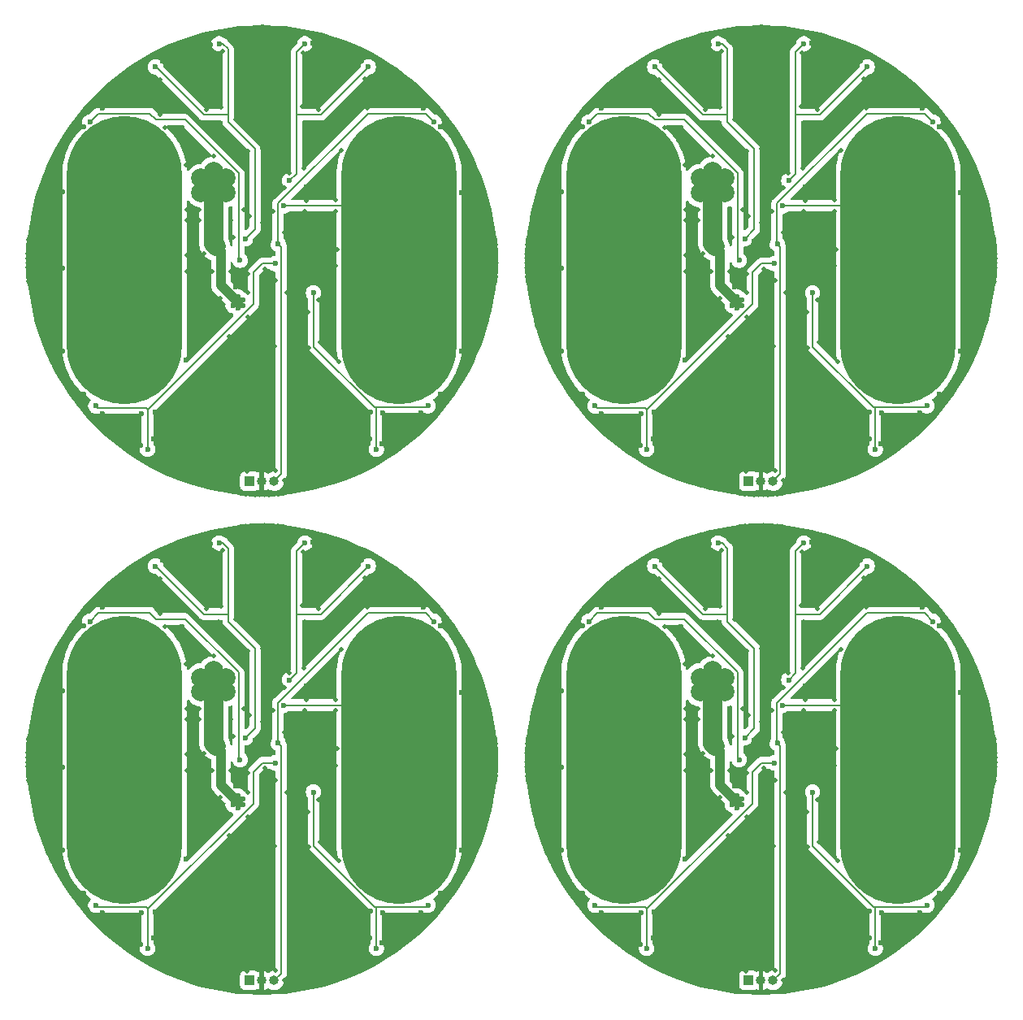
<source format=gbl>
%TF.GenerationSoftware,KiCad,Pcbnew,9.0.0*%
%TF.CreationDate,2025-02-27T10:20:02-06:00*%
%TF.ProjectId,reverse-panel,72657665-7273-4652-9d70-616e656c2e6b,rev?*%
%TF.SameCoordinates,Original*%
%TF.FileFunction,Copper,L2,Bot*%
%TF.FilePolarity,Positive*%
%FSLAX46Y46*%
G04 Gerber Fmt 4.6, Leading zero omitted, Abs format (unit mm)*
G04 Created by KiCad (PCBNEW 9.0.0) date 2025-02-27 10:20:02*
%MOMM*%
%LPD*%
G01*
G04 APERTURE LIST*
%TA.AperFunction,ComponentPad*%
%ADD10C,2.000000*%
%TD*%
%TA.AperFunction,ComponentPad*%
%ADD11C,1.600000*%
%TD*%
%TA.AperFunction,ComponentPad*%
%ADD12R,1.000000X1.000000*%
%TD*%
%TA.AperFunction,ComponentPad*%
%ADD13O,1.000000X1.000000*%
%TD*%
%TA.AperFunction,ComponentPad*%
%ADD14O,1.200000X4.200000*%
%TD*%
%TA.AperFunction,SMDPad,CuDef*%
%ADD15O,12.000000X30.000000*%
%TD*%
%TA.AperFunction,ViaPad*%
%ADD16C,0.600000*%
%TD*%
%TA.AperFunction,ViaPad*%
%ADD17C,0.500000*%
%TD*%
%TA.AperFunction,Conductor*%
%ADD18C,2.000000*%
%TD*%
%TA.AperFunction,Conductor*%
%ADD19C,1.000000*%
%TD*%
%TA.AperFunction,Conductor*%
%ADD20C,0.200000*%
%TD*%
G04 APERTURE END LIST*
D10*
%TO.P,stitch1,1*%
%TO.N,GND*%
X78924000Y-97758000D03*
%TD*%
%TO.P,stitch1,1*%
%TO.N,GND*%
X26924000Y-45758000D03*
%TD*%
%TO.P,stitch1,1*%
%TO.N,GND*%
X64948000Y-120110000D03*
%TD*%
%TO.P,stitch1,1*%
%TO.N,GND*%
X41910000Y-27978000D03*
%TD*%
%TO.P,stitch1,1*%
%TO.N,GND*%
X26924000Y-97758000D03*
%TD*%
%TO.P,through-r3,1*%
%TO.N,+3V0*%
X98257038Y-93452000D03*
%TD*%
D11*
%TO.P,align-r1,1*%
%TO.N,GND*%
X27800000Y-104400000D03*
%TD*%
D12*
%TO.P,J1,1,Pin_1*%
%TO.N,+3V0*%
X48725000Y-73000000D03*
D13*
%TO.P,J1,2,Pin_2*%
%TO.N,GND*%
X49995001Y-73000000D03*
%TO.P,J1,3,Pin_3*%
%TO.N,GP6*%
X51265000Y-73000000D03*
%TD*%
D10*
%TO.P,stitch1,1*%
%TO.N,GND*%
X27178000Y-55156000D03*
%TD*%
%TO.P,stitch1,1*%
%TO.N,GND*%
X73076000Y-97758000D03*
%TD*%
%TO.P,stitch1,1*%
%TO.N,GND*%
X35306000Y-83788000D03*
%TD*%
%TO.P,through-r5,1*%
%TO.N,+3V0*%
X96958000Y-43702000D03*
%TD*%
%TO.P,stitch1,1*%
%TO.N,GND*%
X41910000Y-79978000D03*
%TD*%
%TO.P,through-r3,1*%
%TO.N,+3V0*%
X98257038Y-41452000D03*
%TD*%
D11*
%TO.P,align-r2,1*%
%TO.N,GND*%
X72200000Y-99300000D03*
%TD*%
D10*
%TO.P,stitch1,1*%
%TO.N,GND*%
X87052000Y-68110000D03*
%TD*%
%TO.P,through-r1,1*%
%TO.N,+3V0*%
X44958000Y-42202000D03*
%TD*%
%TO.P,through-r7,1*%
%TO.N,+3V0*%
X95658961Y-93452000D03*
%TD*%
D14*
%TO.P,battery-eject1,1*%
%TO.N,GND*%
X102000000Y-57000000D03*
%TD*%
D10*
%TO.P,stitch1,1*%
%TO.N,GND*%
X72822000Y-107156000D03*
%TD*%
%TO.P,stitch1,1*%
%TO.N,GND*%
X35306000Y-31788000D03*
%TD*%
%TO.P,through-r1,1*%
%TO.N,+3V0*%
X96958000Y-42202000D03*
%TD*%
%TO.P,stitch1,1*%
%TO.N,GND*%
X125076000Y-45758000D03*
%TD*%
%TO.P,stitch1,1*%
%TO.N,GND*%
X58090000Y-79978000D03*
%TD*%
D11*
%TO.P,align-r1,1*%
%TO.N,GND*%
X79800000Y-52400000D03*
%TD*%
D10*
%TO.P,stitch1,1*%
%TO.N,GND*%
X124822000Y-107156000D03*
%TD*%
%TO.P,stitch1,1*%
%TO.N,GND*%
X35052000Y-68110000D03*
%TD*%
%TO.P,stitch1,1*%
%TO.N,GND*%
X87306000Y-31788000D03*
%TD*%
%TO.P,stitch1,1*%
%TO.N,GND*%
X64948000Y-68110000D03*
%TD*%
%TO.P,stitch1,1*%
%TO.N,GND*%
X73076000Y-45758000D03*
%TD*%
%TO.P,through-r2,1*%
%TO.N,+3V0*%
X44958000Y-92702000D03*
%TD*%
%TO.P,through-r4,1*%
%TO.N,+3V0*%
X98257038Y-94952000D03*
%TD*%
D11*
%TO.P,align-r1,1*%
%TO.N,GND*%
X27800000Y-52400000D03*
%TD*%
D10*
%TO.P,stitch1,1*%
%TO.N,GND*%
X110090000Y-27978000D03*
%TD*%
%TO.P,through-r6,1*%
%TO.N,+3V0*%
X43658961Y-42952000D03*
%TD*%
%TO.P,stitch1,1*%
%TO.N,GND*%
X93910000Y-27978000D03*
%TD*%
%TO.P,stitch1,1*%
%TO.N,GND*%
X102038000Y-26454000D03*
%TD*%
%TO.P,through-r5,1*%
%TO.N,+3V0*%
X44958000Y-95702000D03*
%TD*%
%TO.P,stitch1,1*%
%TO.N,GND*%
X79178000Y-107156000D03*
%TD*%
D11*
%TO.P,align-r1,1*%
%TO.N,GND*%
X79800000Y-104400000D03*
%TD*%
D10*
%TO.P,stitch1,1*%
%TO.N,GND*%
X50038000Y-78454000D03*
%TD*%
%TO.P,through-r4,1*%
%TO.N,+3V0*%
X46257038Y-42952000D03*
%TD*%
%TO.P,stitch1,1*%
%TO.N,GND*%
X35052000Y-120110000D03*
%TD*%
%TO.P,through-r4,1*%
%TO.N,+3V0*%
X46257038Y-94952000D03*
%TD*%
%TO.P,stitch1,1*%
%TO.N,GND*%
X27178000Y-107156000D03*
%TD*%
D14*
%TO.P,battery-eject1,1*%
%TO.N,GND*%
X50000000Y-109000000D03*
%TD*%
D10*
%TO.P,through-r7,1*%
%TO.N,+3V0*%
X95658961Y-41452000D03*
%TD*%
%TO.P,stitch1,1*%
%TO.N,GND*%
X116694000Y-83788000D03*
%TD*%
D11*
%TO.P,align-r2,1*%
%TO.N,GND*%
X124200000Y-99300000D03*
%TD*%
%TO.P,align-r2,1*%
%TO.N,GND*%
X72200000Y-47300000D03*
%TD*%
D10*
%TO.P,through-r5,1*%
%TO.N,+3V0*%
X96958000Y-95702000D03*
%TD*%
%TO.P,stitch1,1*%
%TO.N,GND*%
X124822000Y-55156000D03*
%TD*%
%TO.P,through-r6,1*%
%TO.N,+3V0*%
X95658961Y-42952000D03*
%TD*%
%TO.P,through-r2,1*%
%TO.N,+3V0*%
X44958000Y-40702000D03*
%TD*%
%TO.P,through-r4,1*%
%TO.N,+3V0*%
X98257038Y-42952000D03*
%TD*%
%TO.P,stitch1,1*%
%TO.N,GND*%
X125076000Y-97758000D03*
%TD*%
%TO.P,through-r7,1*%
%TO.N,+3V0*%
X43658961Y-41452000D03*
%TD*%
%TO.P,through-r3,1*%
%TO.N,+3V0*%
X46257038Y-41452000D03*
%TD*%
%TO.P,stitch1,1*%
%TO.N,GND*%
X79178000Y-55156000D03*
%TD*%
%TO.P,stitch1,1*%
%TO.N,GND*%
X93910000Y-79978000D03*
%TD*%
D12*
%TO.P,J1,1,Pin_1*%
%TO.N,+3V0*%
X100725000Y-73000000D03*
D13*
%TO.P,J1,2,Pin_2*%
%TO.N,GND*%
X101995001Y-73000000D03*
%TO.P,J1,3,Pin_3*%
%TO.N,GP6*%
X103265000Y-73000000D03*
%TD*%
D10*
%TO.P,through-r7,1*%
%TO.N,+3V0*%
X43658961Y-93452000D03*
%TD*%
%TO.P,stitch1,1*%
%TO.N,GND*%
X110090000Y-79978000D03*
%TD*%
%TO.P,through-r6,1*%
%TO.N,+3V0*%
X43658961Y-94952000D03*
%TD*%
%TO.P,stitch1,1*%
%TO.N,GND*%
X78924000Y-45758000D03*
%TD*%
%TO.P,through-r2,1*%
%TO.N,+3V0*%
X96958000Y-92702000D03*
%TD*%
%TO.P,through-r5,1*%
%TO.N,+3V0*%
X44958000Y-43702000D03*
%TD*%
D12*
%TO.P,J1,1,Pin_1*%
%TO.N,+3V0*%
X48725000Y-125000000D03*
D13*
%TO.P,J1,2,Pin_2*%
%TO.N,GND*%
X49995001Y-125000000D03*
%TO.P,J1,3,Pin_3*%
%TO.N,GP6*%
X51265000Y-125000000D03*
%TD*%
D10*
%TO.P,stitch1,1*%
%TO.N,GND*%
X102038000Y-78454000D03*
%TD*%
%TO.P,stitch1,1*%
%TO.N,GND*%
X116694000Y-31788000D03*
%TD*%
D14*
%TO.P,battery-eject1,1*%
%TO.N,GND*%
X102000000Y-109000000D03*
%TD*%
%TO.P,battery-eject1,1*%
%TO.N,GND*%
X50000000Y-57000000D03*
%TD*%
D10*
%TO.P,stitch1,1*%
%TO.N,GND*%
X87052000Y-120110000D03*
%TD*%
D12*
%TO.P,J1,1,Pin_1*%
%TO.N,+3V0*%
X100725000Y-125000000D03*
D13*
%TO.P,J1,2,Pin_2*%
%TO.N,GND*%
X101995001Y-125000000D03*
%TO.P,J1,3,Pin_3*%
%TO.N,GP6*%
X103265000Y-125000000D03*
%TD*%
D10*
%TO.P,stitch1,1*%
%TO.N,GND*%
X64694000Y-31788000D03*
%TD*%
%TO.P,stitch1,1*%
%TO.N,GND*%
X116948000Y-68110000D03*
%TD*%
%TO.P,through-r2,1*%
%TO.N,+3V0*%
X96958000Y-40702000D03*
%TD*%
%TO.P,stitch1,1*%
%TO.N,GND*%
X87306000Y-83788000D03*
%TD*%
%TO.P,through-r1,1*%
%TO.N,+3V0*%
X96958000Y-94202000D03*
%TD*%
%TO.P,stitch1,1*%
%TO.N,GND*%
X64694000Y-83788000D03*
%TD*%
D11*
%TO.P,align-r2,1*%
%TO.N,GND*%
X124200000Y-47300000D03*
%TD*%
D10*
%TO.P,through-r1,1*%
%TO.N,+3V0*%
X44958000Y-94202000D03*
%TD*%
%TO.P,through-r6,1*%
%TO.N,+3V0*%
X95658961Y-94952000D03*
%TD*%
%TO.P,stitch1,1*%
%TO.N,GND*%
X72822000Y-55156000D03*
%TD*%
%TO.P,stitch1,1*%
%TO.N,GND*%
X58090000Y-27978000D03*
%TD*%
%TO.P,through-r3,1*%
%TO.N,+3V0*%
X46257038Y-93452000D03*
%TD*%
%TO.P,stitch1,1*%
%TO.N,GND*%
X50038000Y-26454000D03*
%TD*%
%TO.P,stitch1,1*%
%TO.N,GND*%
X116948000Y-120110000D03*
%TD*%
D15*
%TO.P,S1,1,1*%
%TO.N,/touch1*%
X116300000Y-50000000D03*
%TD*%
%TO.P,S2,1,1*%
%TO.N,/touch2*%
X35700000Y-102000000D03*
%TD*%
%TO.P,S1,1,1*%
%TO.N,/touch1*%
X64300000Y-50000000D03*
%TD*%
%TO.P,S2,1,1*%
%TO.N,/touch2*%
X35700000Y-50000000D03*
%TD*%
%TO.P,S2,1,1*%
%TO.N,/touch2*%
X87700000Y-50000000D03*
%TD*%
%TO.P,S1,1,1*%
%TO.N,/touch1*%
X116300000Y-102000000D03*
%TD*%
%TO.P,S1,1,1*%
%TO.N,/touch1*%
X64300000Y-102000000D03*
%TD*%
%TO.P,S2,1,1*%
%TO.N,/touch2*%
X87700000Y-102000000D03*
%TD*%
D16*
%TO.N,GND*%
X39878000Y-70650000D03*
D17*
X95712243Y-64070243D03*
X43622000Y-67184248D03*
X106822000Y-107410000D03*
X100514000Y-53378000D03*
D16*
X71139913Y-50517384D03*
X28082024Y-43384656D03*
X122785497Y-59433974D03*
D17*
X52356770Y-99124803D03*
X53974280Y-100872000D03*
D16*
X73092489Y-48720000D03*
D17*
X41822294Y-120026853D03*
X100514000Y-90646000D03*
X94150000Y-103170000D03*
X104356770Y-47124803D03*
X48423752Y-124010248D03*
X42150000Y-45800000D03*
D16*
X107294048Y-27322727D03*
X33355379Y-117965040D03*
D17*
X45447207Y-87644992D03*
D16*
X90747590Y-68570410D03*
D17*
X43434000Y-44700000D03*
X103117893Y-44889405D03*
X104832000Y-92932000D03*
X54838834Y-111116580D03*
D16*
X37479978Y-65965040D03*
D17*
X106446550Y-35665599D03*
X100538595Y-103370595D03*
X98548001Y-109899817D03*
D16*
X101250000Y-48000000D03*
X99280160Y-79203793D03*
D17*
X42082735Y-40070910D03*
X47498000Y-125952000D03*
X57850000Y-48872000D03*
X41762190Y-115493583D03*
X94150000Y-96700000D03*
X54610000Y-43767891D03*
X109658000Y-96867891D03*
X39362091Y-31160000D03*
D16*
X41659829Y-88176508D03*
D17*
X54299595Y-80383403D03*
D16*
X29200000Y-50830151D03*
X33355379Y-65965040D03*
X96616892Y-27496677D03*
X66554035Y-65916000D03*
X31436103Y-115906037D03*
D17*
X94150000Y-45800000D03*
X48538595Y-51370595D03*
D16*
X61320022Y-65779979D03*
D17*
X47007038Y-99570000D03*
X42150000Y-96700000D03*
X39370000Y-86794000D03*
D16*
X81188208Y-111454350D03*
D17*
X100107038Y-96702248D03*
D16*
X62520022Y-69111544D03*
D17*
X50292000Y-102880000D03*
X100726000Y-45382497D03*
X48107038Y-44702248D03*
D16*
X113262421Y-120560399D03*
X81200000Y-94825258D03*
X91638553Y-81238915D03*
D17*
X103450000Y-123920000D03*
X48521909Y-107925909D03*
X98736000Y-51170000D03*
X42150000Y-51170000D03*
X53974280Y-48872000D03*
X100423752Y-72010248D03*
X48726000Y-45382497D03*
X52324000Y-124936000D03*
X54356000Y-92424000D03*
D16*
X33348962Y-86100000D03*
D17*
X45890159Y-80163978D03*
X60713909Y-83068000D03*
D16*
X47280160Y-27203793D03*
D17*
X102038000Y-38392000D03*
X91362091Y-83160000D03*
X100423752Y-124010248D03*
X52324000Y-72936000D03*
X44203909Y-86286000D03*
X39925111Y-88126508D03*
X42150000Y-97800000D03*
D16*
X81200000Y-42825258D03*
D17*
X93762190Y-63493583D03*
X106299595Y-28383403D03*
X43434000Y-45800000D03*
X108042852Y-58549149D03*
X104356770Y-99124803D03*
X46736000Y-45800000D03*
D16*
X123207898Y-92590102D03*
D17*
X96203909Y-34286000D03*
X106838834Y-59116580D03*
D16*
X79322614Y-51262826D03*
X99249057Y-52730843D03*
D17*
X42150000Y-49450000D03*
X54226545Y-33949455D03*
X55922000Y-106140000D03*
D16*
X93659829Y-36176508D03*
X72120000Y-103823608D03*
X66802000Y-34100000D03*
D17*
X106429190Y-96867891D03*
D16*
X113320022Y-65779979D03*
D17*
X47498000Y-73952000D03*
D16*
X72154151Y-108701304D03*
X52727373Y-79161069D03*
X118554035Y-117916000D03*
D17*
X95434000Y-96700000D03*
D16*
X124944441Y-103280000D03*
D17*
X51450000Y-123920000D03*
X104578000Y-53378000D03*
D16*
X39638553Y-81238915D03*
X104727373Y-27161069D03*
D17*
X97447207Y-87644992D03*
X95622000Y-67184248D03*
D16*
X94054793Y-60380793D03*
X124154151Y-108701304D03*
X71207898Y-40590102D03*
D17*
X51308000Y-110966000D03*
D16*
X125092489Y-48720000D03*
X124243090Y-43265986D03*
X60349070Y-70485116D03*
X79322614Y-103262826D03*
X90862000Y-65824000D03*
D17*
X112960000Y-86150000D03*
X91370000Y-86794000D03*
D16*
X31436104Y-36093963D03*
X107294048Y-79322727D03*
D17*
X99007038Y-47570000D03*
X52333909Y-94456000D03*
X44770000Y-103170000D03*
D16*
X28300000Y-56385079D03*
X70800000Y-42964000D03*
D17*
X107880000Y-34286000D03*
D16*
X38862000Y-65824000D03*
X70800000Y-94964000D03*
X106590219Y-94308310D03*
D17*
X106446550Y-87665599D03*
X94150000Y-97800000D03*
X95712243Y-116070243D03*
D16*
X41659829Y-36176508D03*
X118802000Y-86100000D03*
D17*
X98548001Y-57899817D03*
X104333909Y-94456000D03*
X106838834Y-111116580D03*
D16*
X62576000Y-65916000D03*
D17*
X55922000Y-54140000D03*
X43434000Y-97800000D03*
X103308000Y-58966000D03*
D16*
X62576000Y-117916000D03*
X47280160Y-79203793D03*
D17*
X112713909Y-83068000D03*
D16*
X54590219Y-42308310D03*
D17*
X53594000Y-102584000D03*
X54838834Y-59116580D03*
X94150000Y-44700000D03*
D16*
X49250000Y-48000000D03*
D17*
X100514000Y-38646000D03*
D16*
X28606085Y-40776118D03*
D17*
X106299595Y-80383403D03*
X43932694Y-101323306D03*
D16*
X29188208Y-111454350D03*
D17*
X93822294Y-120026853D03*
D16*
X85348962Y-34100000D03*
D17*
X112960000Y-34150000D03*
X45890159Y-28163978D03*
X54822000Y-107410000D03*
D16*
X27178000Y-100552000D03*
X123139913Y-50517384D03*
X123139913Y-102517384D03*
X91878000Y-70650000D03*
D17*
X106356000Y-40424000D03*
X57850000Y-100872000D03*
X102038000Y-90392000D03*
X39362091Y-83160000D03*
X96770000Y-51170000D03*
D16*
X28606085Y-92776118D03*
D17*
X42150000Y-44700000D03*
X110300909Y-90526909D03*
X57658000Y-95726000D03*
D16*
X72120000Y-51823608D03*
D17*
X50038000Y-90392000D03*
X107922000Y-54140000D03*
D16*
X27322614Y-51262826D03*
D17*
X97701927Y-86020982D03*
D16*
X85348962Y-86100000D03*
X39878000Y-122650000D03*
D17*
X46548001Y-57899817D03*
X46736000Y-103170000D03*
X91362091Y-31160000D03*
X109658000Y-44867891D03*
X106429190Y-44867891D03*
D16*
X38862000Y-117824000D03*
D17*
X42150000Y-101450000D03*
D16*
X120563894Y-36093962D03*
D17*
X106822000Y-55410000D03*
X102019783Y-46071028D03*
D16*
X80082024Y-43384656D03*
D17*
X57658000Y-96867891D03*
X104333909Y-42456000D03*
D16*
X102750000Y-100000000D03*
X112349070Y-70485116D03*
D17*
X52832000Y-40932000D03*
X50292000Y-50880000D03*
X93822294Y-68026853D03*
X91370000Y-34794000D03*
X96958000Y-39154000D03*
X97890159Y-80163978D03*
X43712243Y-64070243D03*
X96958000Y-91154000D03*
X51450000Y-104108000D03*
D16*
X89479978Y-117965040D03*
D17*
X93762190Y-115493583D03*
X50019783Y-98071028D03*
D16*
X72243090Y-43265986D03*
D17*
X107880000Y-86286000D03*
D16*
X120563894Y-88093962D03*
X106590219Y-42308310D03*
D17*
X47244000Y-87344000D03*
X102019783Y-98071028D03*
D16*
X80606085Y-92776118D03*
X124120000Y-51823608D03*
X72154151Y-56701304D03*
D17*
X91925111Y-88126508D03*
X97447207Y-35644992D03*
D16*
X38747590Y-120570410D03*
D17*
X105594000Y-102584000D03*
D16*
X124243090Y-95265986D03*
D17*
X48514000Y-58966000D03*
D16*
X47249057Y-52730843D03*
D17*
X109850000Y-48872000D03*
X54446550Y-87665599D03*
X104324000Y-124936000D03*
X95434000Y-44700000D03*
D16*
X28300000Y-108385079D03*
D17*
X99244000Y-87344000D03*
D16*
X122785497Y-111433974D03*
X62520022Y-121111544D03*
X118554035Y-65916000D03*
X62562598Y-82800942D03*
X124120000Y-103823608D03*
X90747590Y-120570410D03*
D17*
X56042852Y-58549149D03*
X48514000Y-110966000D03*
X60960000Y-86150000D03*
X58032262Y-60522486D03*
X98736000Y-45800000D03*
X39925111Y-36126508D03*
X54356000Y-40424000D03*
X54446550Y-35665599D03*
X109658000Y-102584000D03*
D16*
X50750000Y-48000000D03*
D17*
X96203909Y-86286000D03*
X97683248Y-53922752D03*
D16*
X66554035Y-117916000D03*
X60390804Y-81238915D03*
D17*
X97720000Y-56680000D03*
X110032262Y-112522486D03*
X104832000Y-40932000D03*
D16*
X31436104Y-88093963D03*
X114576000Y-65916000D03*
D17*
X58300909Y-38526909D03*
D16*
X29200000Y-94825258D03*
D17*
X97683248Y-105922752D03*
X45720000Y-56680000D03*
X103450000Y-52108000D03*
X47244000Y-35344000D03*
D16*
X71207898Y-92590102D03*
X122800000Y-94964000D03*
D17*
X112713909Y-31068000D03*
X46736000Y-97800000D03*
D16*
X68581384Y-115920710D03*
X55294048Y-27322727D03*
X27178000Y-48552000D03*
D17*
X99498000Y-73952000D03*
X54299595Y-28383403D03*
X55880000Y-86286000D03*
X106226545Y-33949455D03*
D16*
X120581384Y-115920710D03*
X83436104Y-88093963D03*
D17*
X103450000Y-104108000D03*
D16*
X81188208Y-59454350D03*
X112390804Y-81238915D03*
X113320022Y-117779979D03*
D17*
X106356000Y-92424000D03*
X108042852Y-110549149D03*
X100514000Y-105378000D03*
D16*
X72944441Y-103280000D03*
D17*
X100514000Y-110966000D03*
X46548001Y-109899817D03*
D16*
X99249057Y-104730843D03*
X114520022Y-121111544D03*
X66802000Y-86100000D03*
D17*
X100538595Y-51370595D03*
X43434000Y-96700000D03*
X94082735Y-40070910D03*
D16*
X42054793Y-60380793D03*
D17*
X51450000Y-71920000D03*
D16*
X112349070Y-122485116D03*
D17*
X48514000Y-90646000D03*
X109850000Y-100872000D03*
D16*
X33348962Y-34100000D03*
D17*
X51450000Y-52108000D03*
X54822000Y-55410000D03*
X106610000Y-43767891D03*
D16*
X80606085Y-40776118D03*
X44616892Y-79496677D03*
D17*
X54429190Y-96867891D03*
D16*
X113262421Y-68560399D03*
X91638553Y-29238915D03*
X80082024Y-95384656D03*
X27322614Y-103262826D03*
D17*
X57658000Y-43726000D03*
X45683248Y-53922752D03*
D16*
X68581384Y-63920710D03*
D17*
X107922000Y-106140000D03*
X52356770Y-47124803D03*
X106610000Y-95767891D03*
D16*
X85355379Y-117965040D03*
X37396029Y-69261093D03*
X39638553Y-29238915D03*
X83436104Y-36093963D03*
D17*
X110300909Y-38526909D03*
D16*
X102750000Y-48000000D03*
D17*
X98736000Y-97800000D03*
X45720000Y-108680000D03*
D16*
X72243090Y-95265986D03*
D17*
X48514000Y-105378000D03*
D16*
X122800000Y-42964000D03*
X61262421Y-68560399D03*
D17*
X52578000Y-105378000D03*
D16*
X44616892Y-27496677D03*
X114562598Y-30800942D03*
X68563894Y-88093962D03*
X60390804Y-29238915D03*
D17*
X48107038Y-96702248D03*
X51308000Y-58966000D03*
D16*
X114520022Y-69111544D03*
D17*
X97720000Y-108680000D03*
X52578000Y-53378000D03*
X48514000Y-38646000D03*
X43932694Y-49323306D03*
D16*
X80300000Y-108385079D03*
D17*
X44958000Y-39154000D03*
D16*
X38747590Y-68570410D03*
D17*
X99498000Y-125952000D03*
X57658000Y-50584000D03*
D16*
X37338000Y-30772000D03*
D17*
X99007038Y-99570000D03*
D16*
X89396029Y-121261093D03*
D17*
X100107038Y-44702248D03*
X53594000Y-50584000D03*
X48423752Y-72010248D03*
D16*
X71139913Y-102517384D03*
D17*
X56042852Y-110549149D03*
X94082735Y-92070910D03*
D16*
X29200000Y-102830151D03*
X52727373Y-27161069D03*
D17*
X41762190Y-63493583D03*
X43712243Y-116070243D03*
D16*
X29188208Y-59454350D03*
X70785497Y-111433974D03*
X125092489Y-100720000D03*
D17*
X57658000Y-44867891D03*
D16*
X114576000Y-117916000D03*
X112390804Y-29238915D03*
D17*
X42150000Y-103170000D03*
X94150000Y-101450000D03*
D16*
X83436103Y-63906037D03*
D17*
X99244000Y-35344000D03*
X52832000Y-92932000D03*
X95622000Y-119184248D03*
D16*
X37338000Y-82772000D03*
D17*
X102292000Y-50880000D03*
X97701927Y-34020982D03*
D16*
X42054793Y-112380793D03*
D17*
X95434000Y-45800000D03*
X109658000Y-95726000D03*
D16*
X91878000Y-122650000D03*
X83436103Y-115906037D03*
D17*
X104578000Y-105378000D03*
D16*
X96616892Y-79496677D03*
D17*
X91925111Y-36126508D03*
D16*
X54590219Y-94308310D03*
D17*
X94150000Y-51170000D03*
X103450000Y-71920000D03*
X105974280Y-48872000D03*
D16*
X29200000Y-42825258D03*
D17*
X96770000Y-103170000D03*
X95932694Y-101323306D03*
D16*
X124944441Y-51280000D03*
X120581384Y-63920710D03*
D17*
X48538595Y-103370595D03*
X100521909Y-55925909D03*
D16*
X89338000Y-82772000D03*
X104727373Y-79161069D03*
D17*
X95434000Y-97800000D03*
X48514000Y-53378000D03*
D16*
X55294048Y-79322727D03*
X124154151Y-56701304D03*
D17*
X55880000Y-34286000D03*
D16*
X118802000Y-34100000D03*
D17*
X100521909Y-107925909D03*
X50019783Y-46071028D03*
X102292000Y-102880000D03*
X109658000Y-43726000D03*
D16*
X68563894Y-36093962D03*
X90862000Y-117824000D03*
D17*
X104324000Y-72936000D03*
X103308000Y-110966000D03*
X43622000Y-119184248D03*
D16*
X89396029Y-69261093D03*
X61262421Y-120560399D03*
X37396029Y-121261093D03*
D17*
X52333909Y-42456000D03*
D16*
X47249057Y-104730843D03*
X114562598Y-82800942D03*
D17*
X48726000Y-97382497D03*
X41822294Y-68026853D03*
X45701927Y-86020982D03*
D16*
X99280160Y-27203793D03*
X28082024Y-95384656D03*
D17*
X100726000Y-97382497D03*
X60960000Y-34150000D03*
D16*
X85355379Y-65965040D03*
D17*
X48521909Y-55925909D03*
X54429190Y-44867891D03*
X45701927Y-34020982D03*
D16*
X73092489Y-100720000D03*
D17*
X39370000Y-34794000D03*
D16*
X50750000Y-100000000D03*
X37479978Y-117965040D03*
X89479978Y-65965040D03*
D17*
X50038000Y-38392000D03*
X47007038Y-47570000D03*
X95932694Y-49323306D03*
D16*
X72944441Y-51280000D03*
D17*
X46736000Y-51170000D03*
X109658000Y-50584000D03*
X106226545Y-85949455D03*
X45683248Y-105922752D03*
X98736000Y-103170000D03*
D16*
X60349070Y-122485116D03*
D17*
X105974280Y-100872000D03*
D16*
X94054793Y-112380793D03*
X79178000Y-100552000D03*
D17*
X54226545Y-85949455D03*
D16*
X93659829Y-88176508D03*
D17*
X58300909Y-90526909D03*
X57658000Y-102584000D03*
X44770000Y-51170000D03*
D16*
X49250000Y-100000000D03*
D17*
X51117893Y-96889405D03*
X51117893Y-44889405D03*
D16*
X81200000Y-50830151D03*
D17*
X44203909Y-34286000D03*
D16*
X62562598Y-30800942D03*
X79178000Y-48552000D03*
D17*
X58032262Y-112522486D03*
X44958000Y-91154000D03*
D16*
X81200000Y-102830151D03*
D17*
X103117893Y-96889405D03*
X54610000Y-95767891D03*
D16*
X89338000Y-30772000D03*
D17*
X94150000Y-49450000D03*
D16*
X31436103Y-63906037D03*
D17*
X60713909Y-31068000D03*
D16*
X123207898Y-40590102D03*
D17*
X97890159Y-28163978D03*
X110032262Y-60522486D03*
X100514000Y-58966000D03*
D16*
X70785497Y-59433974D03*
X61320022Y-117779979D03*
X80300000Y-56385079D03*
X101250000Y-100000000D03*
D17*
X42082735Y-92070910D03*
X105594000Y-50584000D03*
X45447207Y-35644992D03*
D16*
%TO.N,+3V0*%
X97712000Y-48252000D03*
X44712000Y-48252000D03*
X44712000Y-100252000D03*
X46998000Y-54094000D03*
X47998000Y-54094000D03*
X96712000Y-48252000D03*
X47498000Y-105794000D03*
X99998000Y-54094000D03*
X47998000Y-106094000D03*
X96712000Y-100852000D03*
X97212000Y-49152000D03*
X47498000Y-106394000D03*
X97212000Y-101152000D03*
X47498000Y-106994000D03*
X98998000Y-106094000D03*
X45712000Y-100852000D03*
X45212000Y-101152000D03*
X45212000Y-48552000D03*
X46998000Y-106694000D03*
X47998000Y-54694000D03*
X47498000Y-54994000D03*
X46998000Y-54694000D03*
X97212000Y-99952000D03*
X96712000Y-100252000D03*
X44712000Y-48852000D03*
X99498000Y-54994000D03*
X47998000Y-106694000D03*
X47498000Y-54394000D03*
X98998000Y-106694000D03*
X45212000Y-100552000D03*
X97712000Y-48852000D03*
X46998000Y-106094000D03*
X45212000Y-49152000D03*
X99498000Y-105794000D03*
X99998000Y-54694000D03*
X99498000Y-106394000D03*
X45212000Y-99952000D03*
X96712000Y-48852000D03*
X97212000Y-100552000D03*
X97212000Y-48552000D03*
X45712000Y-48852000D03*
X45712000Y-100252000D03*
X45712000Y-48252000D03*
X99998000Y-106094000D03*
X97712000Y-100252000D03*
X97212000Y-47952000D03*
X45212000Y-47952000D03*
X99998000Y-106694000D03*
X97712000Y-100852000D03*
X44712000Y-100852000D03*
X98998000Y-54094000D03*
X99498000Y-53794000D03*
X47498000Y-53794000D03*
X99498000Y-54394000D03*
X98998000Y-54694000D03*
X99498000Y-106994000D03*
%TO.N,GP4*%
X48306433Y-99720647D03*
X97528459Y-27433640D03*
X38920021Y-81838915D03*
X100306433Y-47720647D03*
X48306433Y-47720647D03*
X90920021Y-81838915D03*
X45528459Y-79433640D03*
X97528459Y-79433640D03*
X100306433Y-99720647D03*
X90920021Y-29838915D03*
X45528459Y-27433640D03*
X38920021Y-29838915D03*
%TO.N,/touch2*%
X93000000Y-45250000D03*
X41000000Y-97250000D03*
X41000000Y-45250000D03*
X93000000Y-97250000D03*
%TO.N,/touch1*%
X52267893Y-96317891D03*
X52267893Y-44317891D03*
X104267893Y-96317891D03*
X104267893Y-44317891D03*
%TO.N,GP6*%
X67930774Y-35600000D03*
X67930774Y-87600000D03*
X119930774Y-87600000D03*
X119930774Y-35600000D03*
X51693567Y-100279354D03*
X103693567Y-100279354D03*
X51693567Y-48279354D03*
X103693567Y-48279354D03*
%TO.N,GP1*%
X90079978Y-121676084D03*
X38079978Y-121676084D03*
X51400000Y-102330000D03*
X103400000Y-102330000D03*
X103400000Y-50330000D03*
X32692729Y-65155647D03*
X84692729Y-65155647D03*
X84692729Y-117155647D03*
X32692729Y-117155647D03*
X51400000Y-50330000D03*
X38079978Y-69676084D03*
X90079978Y-69676084D03*
%TO.N,GP8*%
X113920022Y-121676084D03*
X107372000Y-53378000D03*
X67296362Y-117144739D03*
X61920022Y-69676084D03*
X107372000Y-105378000D03*
X61920022Y-121676084D03*
X55372000Y-53378000D03*
X55372000Y-105378000D03*
X67296362Y-65144739D03*
X119296362Y-65144739D03*
X119296362Y-117144739D03*
X113920022Y-69676084D03*
%TO.N,GP5*%
X104883909Y-93694000D03*
X54471540Y-79433640D03*
X113079978Y-29838915D03*
X106471540Y-27433640D03*
X113079978Y-81838915D03*
X61079978Y-29838915D03*
X61079978Y-81838915D03*
X104883909Y-41694000D03*
X106471540Y-79433640D03*
X54471540Y-27433640D03*
X52883909Y-41694000D03*
X52883909Y-93694000D03*
%TO.N,GP3*%
X99724578Y-101992578D03*
X99724578Y-49992578D03*
X32069225Y-87598000D03*
X84069225Y-35598000D03*
X47724578Y-101992578D03*
X47724578Y-49992578D03*
X32069225Y-35598000D03*
X84069225Y-87598000D03*
%TD*%
D18*
%TO.N,+3V0*%
X44958000Y-48298000D02*
X44958000Y-47790000D01*
X97212000Y-100552000D02*
X96958000Y-100298000D01*
D19*
X45720000Y-104616000D02*
X45720000Y-101060000D01*
X97720000Y-101060000D02*
X97212000Y-100552000D01*
X97720000Y-104616000D02*
X97720000Y-101060000D01*
D18*
X97212000Y-48552000D02*
X96958000Y-48298000D01*
X96958000Y-99790000D02*
X96958000Y-94202000D01*
D19*
X47498000Y-106394000D02*
X45720000Y-104616000D01*
X99498000Y-106394000D02*
X97720000Y-104616000D01*
X47498000Y-54394000D02*
X45720000Y-52616000D01*
D18*
X45212000Y-48552000D02*
X44958000Y-48298000D01*
D19*
X45720000Y-101060000D02*
X45212000Y-100552000D01*
D18*
X96958000Y-48298000D02*
X96958000Y-47790000D01*
D19*
X99498000Y-54394000D02*
X97720000Y-52616000D01*
D18*
X96958000Y-100298000D02*
X96958000Y-99790000D01*
D19*
X97720000Y-52616000D02*
X97720000Y-49060000D01*
X97720000Y-49060000D02*
X97212000Y-48552000D01*
D18*
X44958000Y-100298000D02*
X44958000Y-99790000D01*
X44958000Y-47790000D02*
X44958000Y-42202000D01*
D19*
X45720000Y-52616000D02*
X45720000Y-49060000D01*
X45720000Y-49060000D02*
X45212000Y-48552000D01*
D18*
X44958000Y-99790000D02*
X44958000Y-94202000D01*
X96958000Y-47790000D02*
X96958000Y-42202000D01*
X45212000Y-100552000D02*
X44958000Y-100298000D01*
D20*
%TO.N,GP4*%
X97528459Y-27433640D02*
X97937640Y-27433640D01*
X46482000Y-79978000D02*
X46482000Y-87598000D01*
X90944915Y-81838915D02*
X95942000Y-86836000D01*
X45937640Y-79433640D02*
X46482000Y-79978000D01*
X46482000Y-35598000D02*
X49276000Y-38392000D01*
X46482000Y-87598000D02*
X49276000Y-90392000D01*
X38920021Y-81838915D02*
X38944915Y-81838915D01*
X101276000Y-90392000D02*
X101276000Y-98751080D01*
X45937640Y-27433640D02*
X46482000Y-27978000D01*
X49276000Y-38392000D02*
X49276000Y-46751080D01*
X90920021Y-81838915D02*
X90944915Y-81838915D01*
X95942000Y-86836000D02*
X98482000Y-86836000D01*
X38944915Y-29838915D02*
X43942000Y-34836000D01*
X97937640Y-79433640D02*
X98482000Y-79978000D01*
X45528459Y-79433640D02*
X45937640Y-79433640D01*
X49276000Y-46751080D02*
X48306433Y-47720647D01*
X101276000Y-38392000D02*
X101276000Y-46751080D01*
X95942000Y-34836000D02*
X98482000Y-34836000D01*
X98482000Y-35598000D02*
X101276000Y-38392000D01*
X97937640Y-27433640D02*
X98482000Y-27978000D01*
X90944915Y-29838915D02*
X95942000Y-34836000D01*
X38944915Y-81838915D02*
X43942000Y-86836000D01*
X101276000Y-98751080D02*
X100306433Y-99720647D01*
X98482000Y-79978000D02*
X98482000Y-87598000D01*
X98482000Y-27978000D02*
X98482000Y-35598000D01*
X90920021Y-29838915D02*
X90944915Y-29838915D01*
X46482000Y-27978000D02*
X46482000Y-35598000D01*
X98482000Y-87598000D02*
X101276000Y-90392000D01*
X38920021Y-29838915D02*
X38944915Y-29838915D01*
X49276000Y-90392000D02*
X49276000Y-98751080D01*
X101276000Y-46751080D02*
X100306433Y-47720647D01*
X43942000Y-34836000D02*
X46482000Y-34836000D01*
X45528459Y-27433640D02*
X45937640Y-27433640D01*
X49276000Y-98751080D02*
X48306433Y-99720647D01*
X97528459Y-79433640D02*
X97937640Y-79433640D01*
X43942000Y-86836000D02*
X46482000Y-86836000D01*
%TO.N,/touch1*%
X58617891Y-44317891D02*
X64300000Y-50000000D01*
X110617891Y-96317891D02*
X116300000Y-102000000D01*
X52267893Y-44317891D02*
X58617891Y-44317891D01*
X104267893Y-44317891D02*
X110617891Y-44317891D01*
X58617891Y-96317891D02*
X64300000Y-102000000D01*
X52267893Y-96317891D02*
X58617891Y-96317891D01*
X110617891Y-44317891D02*
X116300000Y-50000000D01*
X104267893Y-96317891D02*
X110617891Y-96317891D01*
%TO.N,GP6*%
X103667893Y-48253680D02*
X103667893Y-44069362D01*
X51265000Y-73000000D02*
X52000000Y-72265000D01*
X119030774Y-34700000D02*
X119930774Y-35600000D01*
X103693567Y-100279354D02*
X103667893Y-100253680D01*
X103693567Y-48279354D02*
X103667893Y-48253680D01*
X52000000Y-72265000D02*
X52000000Y-48585787D01*
X52000000Y-124265000D02*
X52000000Y-100585787D01*
X103265000Y-125000000D02*
X104000000Y-124265000D01*
X113037255Y-86700000D02*
X119030774Y-86700000D01*
X51667893Y-96069362D02*
X61037255Y-86700000D01*
X103667893Y-96069362D02*
X113037255Y-86700000D01*
X103667893Y-100253680D02*
X103667893Y-96069362D01*
X104000000Y-124265000D02*
X104000000Y-100585787D01*
X52000000Y-100585787D02*
X51693567Y-100279354D01*
X52000000Y-48585787D02*
X51693567Y-48279354D01*
X51667893Y-48253680D02*
X51667893Y-44069362D01*
X51667893Y-100253680D02*
X51667893Y-96069362D01*
X103265000Y-73000000D02*
X104000000Y-72265000D01*
X104000000Y-48585787D02*
X103693567Y-48279354D01*
X67030774Y-34700000D02*
X67930774Y-35600000D01*
X51693567Y-100279354D02*
X51667893Y-100253680D01*
X67030774Y-86700000D02*
X67930774Y-87600000D01*
X51693567Y-48279354D02*
X51667893Y-48253680D01*
X51667893Y-44069362D02*
X61037255Y-34700000D01*
X104000000Y-100585787D02*
X103693567Y-100279354D01*
X119030774Y-86700000D02*
X119930774Y-87600000D01*
X103667893Y-44069362D02*
X113037255Y-34700000D01*
X61037255Y-86700000D02*
X67030774Y-86700000D01*
X61037255Y-34700000D02*
X67030774Y-34700000D01*
X51265000Y-125000000D02*
X52000000Y-124265000D01*
X113037255Y-34700000D02*
X119030774Y-34700000D01*
X104000000Y-72265000D02*
X104000000Y-48585787D01*
%TO.N,GP1*%
X89915451Y-117365040D02*
X90079978Y-117529567D01*
X38140433Y-117529567D02*
X38079978Y-117529567D01*
X50038000Y-102330000D02*
X49100000Y-103268000D01*
X38140433Y-65529567D02*
X38079978Y-65529567D01*
X89915451Y-65365040D02*
X90079978Y-65529567D01*
X103400000Y-50330000D02*
X102038000Y-50330000D01*
X32692729Y-65155647D02*
X32902122Y-65365040D01*
X101100000Y-51268000D02*
X101100000Y-54570000D01*
X101100000Y-106570000D02*
X90140433Y-117529567D01*
X84692729Y-65155647D02*
X84902122Y-65365040D01*
X32902122Y-117365040D02*
X37915451Y-117365040D01*
X49100000Y-103268000D02*
X49100000Y-106570000D01*
X101100000Y-103268000D02*
X101100000Y-106570000D01*
X32692729Y-117155647D02*
X32902122Y-117365040D01*
X103400000Y-102330000D02*
X102038000Y-102330000D01*
X84902122Y-65365040D02*
X89915451Y-65365040D01*
X90079978Y-117529567D02*
X90079978Y-121676084D01*
X84902122Y-117365040D02*
X89915451Y-117365040D01*
X51400000Y-50330000D02*
X50038000Y-50330000D01*
X84692729Y-117155647D02*
X84902122Y-117365040D01*
X90140433Y-117529567D02*
X90079978Y-117529567D01*
X51400000Y-102330000D02*
X50038000Y-102330000D01*
X38079978Y-65529567D02*
X38079978Y-69676084D01*
X37915451Y-117365040D02*
X38079978Y-117529567D01*
X102038000Y-102330000D02*
X101100000Y-103268000D01*
X90079978Y-65529567D02*
X90079978Y-69676084D01*
X49100000Y-51268000D02*
X49100000Y-54570000D01*
X102038000Y-50330000D02*
X101100000Y-51268000D01*
X90140433Y-65529567D02*
X90079978Y-65529567D01*
X101100000Y-54570000D02*
X90140433Y-65529567D01*
X38079978Y-117529567D02*
X38079978Y-121676084D01*
X32902122Y-65365040D02*
X37915451Y-65365040D01*
X50038000Y-50330000D02*
X49100000Y-51268000D01*
X49100000Y-106570000D02*
X38140433Y-117529567D01*
X49100000Y-54570000D02*
X38140433Y-65529567D01*
X37915451Y-65365040D02*
X38079978Y-65529567D01*
%TO.N,GP8*%
X55372000Y-105378000D02*
X55372000Y-110981545D01*
X55372000Y-110981545D02*
X61706455Y-117316000D01*
X67296362Y-65144739D02*
X67125101Y-65316000D01*
X113920022Y-117316000D02*
X113920022Y-121676084D01*
X107372000Y-58981545D02*
X113706455Y-65316000D01*
X113920022Y-65316000D02*
X113920022Y-69676084D01*
X107372000Y-110981545D02*
X113706455Y-117316000D01*
X67125101Y-65316000D02*
X61920022Y-65316000D01*
X61706455Y-117316000D02*
X61920022Y-117316000D01*
X107372000Y-105378000D02*
X107372000Y-110981545D01*
X119125101Y-65316000D02*
X113920022Y-65316000D01*
X113706455Y-65316000D02*
X113920022Y-65316000D01*
X119125101Y-117316000D02*
X113920022Y-117316000D01*
X55372000Y-53378000D02*
X55372000Y-58981545D01*
X61920022Y-117316000D02*
X61920022Y-121676084D01*
X119296362Y-117144739D02*
X119125101Y-117316000D01*
X61706455Y-65316000D02*
X61920022Y-65316000D01*
X55372000Y-58981545D02*
X61706455Y-65316000D01*
X67296362Y-117144739D02*
X67125101Y-117316000D01*
X61920022Y-65316000D02*
X61920022Y-69676084D01*
X113706455Y-117316000D02*
X113920022Y-117316000D01*
X107372000Y-53378000D02*
X107372000Y-58981545D01*
X67125101Y-117316000D02*
X61920022Y-117316000D01*
X119296362Y-65144739D02*
X119125101Y-65316000D01*
%TO.N,GP5*%
X105594000Y-80311180D02*
X105594000Y-92983909D01*
X106471540Y-27433640D02*
X105594000Y-28311180D01*
X108134000Y-86836000D02*
X113079978Y-81890022D01*
X54471540Y-27433640D02*
X53594000Y-28311180D01*
X113079978Y-29890022D02*
X113079978Y-29838915D01*
X105594000Y-28311180D02*
X105594000Y-40983909D01*
X61079978Y-29890022D02*
X61079978Y-29838915D01*
X53594000Y-40983909D02*
X52883909Y-41694000D01*
X54471540Y-79433640D02*
X53594000Y-80311180D01*
X108134000Y-34836000D02*
X113079978Y-29890022D01*
X105594000Y-40983909D02*
X104883909Y-41694000D01*
X53594000Y-28311180D02*
X53594000Y-40983909D01*
X105594000Y-92983909D02*
X104883909Y-93694000D01*
X61079978Y-81890022D02*
X61079978Y-81838915D01*
X53594000Y-86836000D02*
X56134000Y-86836000D01*
X113079978Y-81890022D02*
X113079978Y-81838915D01*
X53594000Y-80311180D02*
X53594000Y-92983909D01*
X105594000Y-34836000D02*
X108134000Y-34836000D01*
X53594000Y-34836000D02*
X56134000Y-34836000D01*
X105594000Y-86836000D02*
X108134000Y-86836000D01*
X56134000Y-86836000D02*
X61079978Y-81890022D01*
X106471540Y-79433640D02*
X105594000Y-80311180D01*
X56134000Y-34836000D02*
X61079978Y-29890022D01*
X53594000Y-92983909D02*
X52883909Y-93694000D01*
%TO.N,GP3*%
X99557038Y-49825038D02*
X99557038Y-40913522D01*
X41987516Y-35344000D02*
X38953545Y-35344000D01*
X93987516Y-87344000D02*
X90953545Y-87344000D01*
X38309545Y-86700000D02*
X32967225Y-86700000D01*
X90953545Y-87344000D02*
X90309545Y-86700000D01*
X99724578Y-49992578D02*
X99557038Y-49825038D01*
X93987516Y-35344000D02*
X90953545Y-35344000D01*
X99724578Y-101992578D02*
X99557038Y-101825038D01*
X47724578Y-101992578D02*
X47557038Y-101825038D01*
X32967225Y-86700000D02*
X32069225Y-87598000D01*
X47557038Y-101825038D02*
X47557038Y-92913522D01*
X38953545Y-87344000D02*
X38309545Y-86700000D01*
X47557038Y-49825038D02*
X47557038Y-40913522D01*
X32967225Y-34700000D02*
X32069225Y-35598000D01*
X47557038Y-40913522D02*
X41987516Y-35344000D01*
X47724578Y-49992578D02*
X47557038Y-49825038D01*
X99557038Y-101825038D02*
X99557038Y-92913522D01*
X84967225Y-34700000D02*
X84069225Y-35598000D01*
X38309545Y-34700000D02*
X32967225Y-34700000D01*
X99557038Y-92913522D02*
X93987516Y-87344000D01*
X99557038Y-40913522D02*
X93987516Y-35344000D01*
X41987516Y-87344000D02*
X38953545Y-87344000D01*
X90309545Y-86700000D02*
X84967225Y-86700000D01*
X38953545Y-35344000D02*
X38309545Y-34700000D01*
X47557038Y-92913522D02*
X41987516Y-87344000D01*
X90953545Y-35344000D02*
X90309545Y-34700000D01*
X84967225Y-86700000D02*
X84069225Y-87598000D01*
X90309545Y-34700000D02*
X84967225Y-34700000D01*
%TD*%
%TA.AperFunction,Conductor*%
%TO.N,GND*%
G36*
X42405703Y-95785323D02*
G01*
X42424815Y-95806147D01*
X42514444Y-95929510D01*
X42681451Y-96096517D01*
X42872528Y-96235343D01*
X42959460Y-96279637D01*
X43082964Y-96342566D01*
X43082966Y-96342566D01*
X43082969Y-96342568D01*
X43307593Y-96415553D01*
X43352899Y-96422728D01*
X43416032Y-96452656D01*
X43452963Y-96511967D01*
X43457500Y-96545201D01*
X43457500Y-100416097D01*
X43494446Y-100649368D01*
X43567433Y-100873996D01*
X43668026Y-101071420D01*
X43674657Y-101084434D01*
X43813483Y-101275510D01*
X44234490Y-101696517D01*
X44425566Y-101835343D01*
X44636008Y-101942568D01*
X44636014Y-101942570D01*
X44640508Y-101944432D01*
X44639859Y-101945996D01*
X44691471Y-101981266D01*
X44718688Y-102045617D01*
X44719500Y-102059787D01*
X44719500Y-104714542D01*
X44732570Y-104780252D01*
X44733758Y-104786221D01*
X44757949Y-104907836D01*
X44777739Y-104955612D01*
X44780914Y-104963278D01*
X44780916Y-104963284D01*
X44833364Y-105089906D01*
X44833366Y-105089911D01*
X44833368Y-105089914D01*
X44942861Y-105253782D01*
X45082218Y-105393139D01*
X45082220Y-105393140D01*
X45089286Y-105400206D01*
X45089285Y-105400206D01*
X45089289Y-105400209D01*
X46168341Y-106479262D01*
X46201826Y-106540585D01*
X46202278Y-106591130D01*
X46197500Y-106615154D01*
X46197500Y-106772846D01*
X46228261Y-106927489D01*
X46228264Y-106927501D01*
X46288602Y-107073172D01*
X46288609Y-107073185D01*
X46376210Y-107204288D01*
X46376213Y-107204292D01*
X46487707Y-107315786D01*
X46487711Y-107315789D01*
X46618814Y-107403390D01*
X46618827Y-107403397D01*
X46686961Y-107431618D01*
X46764503Y-107463737D01*
X46816436Y-107474067D01*
X46832205Y-107482304D01*
X46849590Y-107485741D01*
X46876276Y-107505324D01*
X46878241Y-107506351D01*
X46879097Y-107507175D01*
X46987711Y-107615789D01*
X47001484Y-107624992D01*
X47009427Y-107632638D01*
X47021502Y-107653786D01*
X47037124Y-107672476D01*
X47038520Y-107683588D01*
X47044073Y-107693313D01*
X47042797Y-107717635D01*
X47045834Y-107741800D01*
X47041001Y-107751902D01*
X47040415Y-107763086D01*
X47026192Y-107782857D01*
X47015682Y-107804829D01*
X47011111Y-107809652D01*
X42242578Y-112578185D01*
X42181255Y-112611670D01*
X42111563Y-112606686D01*
X42055630Y-112564814D01*
X42031213Y-112499350D01*
X42034322Y-112461566D01*
X42080514Y-112269163D01*
X42160423Y-111764641D01*
X42200500Y-111255405D01*
X42200500Y-95879036D01*
X42220185Y-95811997D01*
X42272989Y-95766242D01*
X42342147Y-95756298D01*
X42405703Y-95785323D01*
G37*
%TD.AperFunction*%
%TA.AperFunction,Conductor*%
G36*
X46923893Y-96389263D02*
G01*
X46954722Y-96451964D01*
X46956538Y-96473109D01*
X46956538Y-100399137D01*
X46936853Y-100466176D01*
X46884049Y-100511931D01*
X46814891Y-100521875D01*
X46751335Y-100492850D01*
X46713561Y-100434072D01*
X46710065Y-100418535D01*
X46706175Y-100393973D01*
X46675552Y-100200631D01*
X46639060Y-100088319D01*
X46602569Y-99976010D01*
X46602567Y-99976007D01*
X46591429Y-99954148D01*
X46495343Y-99765566D01*
X46495341Y-99765563D01*
X46482181Y-99747449D01*
X46458702Y-99681643D01*
X46458500Y-99674565D01*
X46458500Y-96545201D01*
X46478185Y-96478162D01*
X46530989Y-96432407D01*
X46563095Y-96422729D01*
X46608406Y-96415553D01*
X46794220Y-96355177D01*
X46864060Y-96353183D01*
X46923893Y-96389263D01*
G37*
%TD.AperFunction*%
%TA.AperFunction,Conductor*%
G36*
X58116007Y-90547034D02*
G01*
X58140235Y-90548767D01*
X58149255Y-90555519D01*
X58160172Y-90558306D01*
X58176723Y-90576082D01*
X58196168Y-90590639D01*
X58200105Y-90601194D01*
X58207784Y-90609442D01*
X58212097Y-90633347D01*
X58220585Y-90656103D01*
X58218511Y-90668896D01*
X58220191Y-90678202D01*
X58211463Y-90712400D01*
X58196578Y-90748336D01*
X58038736Y-91234128D01*
X58038729Y-91234151D01*
X57962190Y-91552958D01*
X57921011Y-91724487D01*
X57919485Y-91730842D01*
X57839577Y-92235357D01*
X57839577Y-92235358D01*
X57799500Y-92744589D01*
X57799500Y-95593391D01*
X57779815Y-95660430D01*
X57727011Y-95706185D01*
X57675500Y-95717391D01*
X53168461Y-95717391D01*
X53101422Y-95697706D01*
X53055667Y-95644902D01*
X53045723Y-95575744D01*
X53074748Y-95512188D01*
X53080780Y-95505710D01*
X54270706Y-94315784D01*
X58009222Y-90577266D01*
X58019108Y-90571868D01*
X58026179Y-90563094D01*
X58049226Y-90555422D01*
X58070543Y-90543783D01*
X58081781Y-90544586D01*
X58092473Y-90541028D01*
X58116007Y-90547034D01*
G37*
%TD.AperFunction*%
%TA.AperFunction,Conductor*%
G36*
X41754458Y-87964185D02*
G01*
X41775100Y-87980819D01*
X44802383Y-91008103D01*
X44835868Y-91069426D01*
X44830884Y-91139118D01*
X44789012Y-91195051D01*
X44734101Y-91218257D01*
X44606630Y-91238447D01*
X44382003Y-91311433D01*
X44171566Y-91418657D01*
X44062550Y-91497862D01*
X43980490Y-91557483D01*
X43980488Y-91557485D01*
X43980487Y-91557485D01*
X43813485Y-91724487D01*
X43813485Y-91724488D01*
X43813483Y-91724490D01*
X43719240Y-91854204D01*
X43685687Y-91900386D01*
X43630357Y-91943051D01*
X43585369Y-91951500D01*
X43540864Y-91951500D01*
X43307592Y-91988446D01*
X43082964Y-92061433D01*
X42872527Y-92168657D01*
X42780722Y-92235358D01*
X42681451Y-92307483D01*
X42681449Y-92307485D01*
X42681448Y-92307485D01*
X42514445Y-92474488D01*
X42409568Y-92618838D01*
X42354237Y-92661503D01*
X42284624Y-92667482D01*
X42222829Y-92634876D01*
X42188472Y-92574037D01*
X42185632Y-92555681D01*
X42184777Y-92544812D01*
X42160423Y-92235359D01*
X42080514Y-91730837D01*
X41961268Y-91234140D01*
X41826833Y-90820390D01*
X41803421Y-90748335D01*
X41788536Y-90712400D01*
X41607940Y-90276402D01*
X41376037Y-89821267D01*
X41376028Y-89821253D01*
X41376026Y-89821247D01*
X41186773Y-89512417D01*
X41109139Y-89385729D01*
X40808892Y-88972474D01*
X40808887Y-88972467D01*
X40477152Y-88584057D01*
X40477147Y-88584051D01*
X40115949Y-88222853D01*
X40115941Y-88222846D01*
X40115930Y-88222836D01*
X40045625Y-88162790D01*
X40007431Y-88104284D01*
X40006932Y-88034416D01*
X40044286Y-87975369D01*
X40107633Y-87945891D01*
X40126156Y-87944500D01*
X41687419Y-87944500D01*
X41754458Y-87964185D01*
G37*
%TD.AperFunction*%
%TA.AperFunction,Conductor*%
G36*
X50264409Y-77348748D02*
G01*
X50274657Y-77348261D01*
X50307418Y-77361377D01*
X50336255Y-77378026D01*
X50438115Y-77405319D01*
X50438117Y-77405319D01*
X50543567Y-77405319D01*
X50543569Y-77405319D01*
X50645429Y-77378026D01*
X50657388Y-77371121D01*
X50725285Y-77354646D01*
X50781388Y-77371117D01*
X50826732Y-77397297D01*
X50928592Y-77424590D01*
X50928594Y-77424590D01*
X51034044Y-77424590D01*
X51034046Y-77424590D01*
X51135906Y-77397297D01*
X51147852Y-77390399D01*
X51215750Y-77373924D01*
X51271853Y-77390395D01*
X51317183Y-77416567D01*
X51419043Y-77443860D01*
X51419045Y-77443860D01*
X51524495Y-77443860D01*
X51524497Y-77443860D01*
X51626357Y-77416567D01*
X51626361Y-77416564D01*
X51633868Y-77413456D01*
X51635021Y-77416239D01*
X51688924Y-77403136D01*
X51745081Y-77419611D01*
X51806512Y-77455078D01*
X51908372Y-77482371D01*
X51908374Y-77482371D01*
X52013824Y-77482371D01*
X52013826Y-77482371D01*
X52115686Y-77455078D01*
X52115687Y-77455077D01*
X52123537Y-77452974D01*
X52124057Y-77454915D01*
X52147866Y-77452526D01*
X52182193Y-77448836D01*
X52182758Y-77449026D01*
X52183062Y-77448996D01*
X52216466Y-77460379D01*
X52299711Y-77502793D01*
X52310934Y-77509274D01*
X52338756Y-77527342D01*
X52354682Y-77532517D01*
X52363965Y-77535533D01*
X52387576Y-77547563D01*
X52426367Y-77555808D01*
X52432538Y-77557813D01*
X52432544Y-77557815D01*
X52543411Y-77593838D01*
X52555529Y-77598490D01*
X52585824Y-77611978D01*
X52585829Y-77611980D01*
X52602358Y-77614597D01*
X52602365Y-77614598D01*
X52612004Y-77616124D01*
X52637206Y-77624314D01*
X52676813Y-77626390D01*
X52757824Y-77639220D01*
X52762786Y-77640332D01*
X52767840Y-77641108D01*
X52767841Y-77641109D01*
X52831735Y-77650927D01*
X52895772Y-77661070D01*
X52896939Y-77660947D01*
X53347969Y-77730254D01*
X53348137Y-77730281D01*
X54304517Y-77881758D01*
X54309289Y-77882610D01*
X55248061Y-78069343D01*
X55252778Y-78070377D01*
X56183558Y-78293838D01*
X56188209Y-78295052D01*
X57036044Y-78534167D01*
X57109460Y-78554873D01*
X57114119Y-78556286D01*
X58024460Y-78852073D01*
X58029009Y-78853650D01*
X58927043Y-79184953D01*
X58931550Y-79186717D01*
X59815889Y-79553023D01*
X59820305Y-79554954D01*
X60379641Y-79812812D01*
X60689569Y-79955691D01*
X60693950Y-79957816D01*
X60857901Y-80041353D01*
X61546805Y-80392367D01*
X61551052Y-80394638D01*
X62386173Y-80862329D01*
X62390369Y-80864788D01*
X62646070Y-81021481D01*
X63206484Y-81364903D01*
X63210585Y-81367528D01*
X64006443Y-81899303D01*
X64010437Y-81902087D01*
X64784773Y-82464675D01*
X64788656Y-82467614D01*
X64990659Y-82626860D01*
X65540373Y-83060220D01*
X65544081Y-83063263D01*
X66271955Y-83684927D01*
X66275565Y-83688135D01*
X66963521Y-84324074D01*
X66978442Y-84337867D01*
X66981952Y-84341242D01*
X67658757Y-85018047D01*
X67662132Y-85021557D01*
X68311850Y-85724418D01*
X68315077Y-85728049D01*
X68936731Y-86455913D01*
X68939799Y-86459652D01*
X69532384Y-87211342D01*
X69535323Y-87215225D01*
X70097911Y-87989561D01*
X70100695Y-87993555D01*
X70632470Y-88789413D01*
X70635095Y-88793514D01*
X71135206Y-89609622D01*
X71137669Y-89613823D01*
X71605360Y-90448946D01*
X71607655Y-90453240D01*
X72042191Y-91306067D01*
X72044316Y-91310448D01*
X72445038Y-92179679D01*
X72446989Y-92184140D01*
X72813275Y-93068434D01*
X72815050Y-93072968D01*
X73146339Y-93970964D01*
X73147934Y-93975565D01*
X73443712Y-94885879D01*
X73445125Y-94890538D01*
X73704938Y-95811759D01*
X73706168Y-95816471D01*
X73929615Y-96747196D01*
X73930658Y-96751952D01*
X74117386Y-97690700D01*
X74118242Y-97695493D01*
X74256875Y-98570773D01*
X74269792Y-98652328D01*
X74271674Y-98664427D01*
X74337472Y-99087409D01*
X74337517Y-99087700D01*
X74339384Y-99099898D01*
X74338930Y-99104228D01*
X74372641Y-99317079D01*
X74372690Y-99317394D01*
X74372672Y-99317526D01*
X74373949Y-99329668D01*
X74375686Y-99362796D01*
X74380859Y-99378718D01*
X74383876Y-99388004D01*
X74388021Y-99414173D01*
X74404145Y-99450391D01*
X74406156Y-99456578D01*
X74406159Y-99456584D01*
X74442182Y-99567451D01*
X74445540Y-99579984D01*
X74452435Y-99612419D01*
X74452437Y-99612424D01*
X74460038Y-99627343D01*
X74467481Y-99645313D01*
X74472657Y-99661242D01*
X74472658Y-99661244D01*
X74488049Y-99684945D01*
X74490722Y-99689060D01*
X74497210Y-99700299D01*
X74539618Y-99783528D01*
X74552515Y-99852198D01*
X74546453Y-99876310D01*
X74547026Y-99876464D01*
X74544923Y-99884312D01*
X74544922Y-99884314D01*
X74517629Y-99986174D01*
X74517629Y-100091628D01*
X74544922Y-100193488D01*
X74580388Y-100254918D01*
X74596861Y-100322815D01*
X74584407Y-100365248D01*
X74586544Y-100366133D01*
X74583433Y-100373643D01*
X74556140Y-100475503D01*
X74556140Y-100580957D01*
X74583433Y-100682815D01*
X74583433Y-100682816D01*
X74583434Y-100682819D01*
X74609606Y-100728150D01*
X74626079Y-100796050D01*
X74609607Y-100852149D01*
X74602703Y-100864106D01*
X74602703Y-100864107D01*
X74575410Y-100965967D01*
X74575410Y-101071421D01*
X74602700Y-101173267D01*
X74602703Y-101173280D01*
X74602704Y-101173283D01*
X74628876Y-101218614D01*
X74645349Y-101286514D01*
X74628881Y-101342606D01*
X74621976Y-101354567D01*
X74621974Y-101354571D01*
X74594681Y-101456431D01*
X74594681Y-101561884D01*
X74621974Y-101663744D01*
X74621975Y-101663747D01*
X74638622Y-101692582D01*
X74655092Y-101760482D01*
X74638622Y-101816576D01*
X74621975Y-101845410D01*
X74621974Y-101845413D01*
X74594681Y-101947273D01*
X74594681Y-102052727D01*
X74599691Y-102071422D01*
X74621974Y-102154586D01*
X74621975Y-102154589D01*
X74638622Y-102183424D01*
X74655092Y-102251324D01*
X74638622Y-102307418D01*
X74621975Y-102336252D01*
X74621974Y-102336255D01*
X74594681Y-102438115D01*
X74594681Y-102543569D01*
X74613651Y-102614364D01*
X74621974Y-102645428D01*
X74621974Y-102645429D01*
X74628874Y-102657380D01*
X74645345Y-102725281D01*
X74628874Y-102781378D01*
X74602704Y-102826705D01*
X74602704Y-102826706D01*
X74575411Y-102928566D01*
X74575411Y-103034020D01*
X74601263Y-103130500D01*
X74602704Y-103135879D01*
X74602704Y-103135880D01*
X74609611Y-103147843D01*
X74626082Y-103215743D01*
X74609611Y-103271841D01*
X74583433Y-103317182D01*
X74583433Y-103317183D01*
X74556140Y-103419043D01*
X74556140Y-103524497D01*
X74571932Y-103583432D01*
X74583433Y-103626356D01*
X74586544Y-103633867D01*
X74583768Y-103635016D01*
X74596860Y-103688984D01*
X74580389Y-103745082D01*
X74544922Y-103806512D01*
X74544922Y-103806513D01*
X74517629Y-103908373D01*
X74517629Y-104013826D01*
X74547026Y-104123538D01*
X74545084Y-104124058D01*
X74547468Y-104147824D01*
X74551162Y-104182196D01*
X74550971Y-104182760D01*
X74551002Y-104183063D01*
X74539617Y-104216471D01*
X74497210Y-104299698D01*
X74490725Y-104310931D01*
X74472660Y-104338752D01*
X74472656Y-104338758D01*
X74467481Y-104354684D01*
X74464466Y-104363966D01*
X74452437Y-104387576D01*
X74444192Y-104426359D01*
X74442183Y-104432544D01*
X74442182Y-104432547D01*
X74406160Y-104543411D01*
X74401511Y-104555523D01*
X74388021Y-104585824D01*
X74388020Y-104585828D01*
X74385401Y-104602366D01*
X74384468Y-104608261D01*
X74383875Y-104612002D01*
X74375686Y-104637206D01*
X74373609Y-104676804D01*
X74372591Y-104683234D01*
X74338930Y-104895761D01*
X74338718Y-104903889D01*
X74338205Y-104903875D01*
X74337642Y-104924532D01*
X74281741Y-105273135D01*
X74280401Y-105281486D01*
X74280204Y-105281933D01*
X74269994Y-105346389D01*
X74269990Y-105346416D01*
X74269953Y-105346648D01*
X74258534Y-105417860D01*
X74258336Y-105419999D01*
X74118242Y-106304505D01*
X74117386Y-106309298D01*
X73930658Y-107248046D01*
X73929615Y-107252802D01*
X73706168Y-108183527D01*
X73704938Y-108188239D01*
X73445125Y-109109460D01*
X73443712Y-109114119D01*
X73147934Y-110024433D01*
X73146339Y-110029034D01*
X72815050Y-110927030D01*
X72813275Y-110931564D01*
X72446989Y-111815858D01*
X72445038Y-111820319D01*
X72044316Y-112689550D01*
X72042191Y-112693931D01*
X71607655Y-113546758D01*
X71605360Y-113551052D01*
X71137669Y-114386175D01*
X71135206Y-114390376D01*
X70635095Y-115206484D01*
X70632470Y-115210585D01*
X70100695Y-116006443D01*
X70097911Y-116010437D01*
X69535323Y-116784773D01*
X69532384Y-116788656D01*
X68939799Y-117540346D01*
X68936710Y-117544110D01*
X68315084Y-118271941D01*
X68311850Y-118275580D01*
X67662132Y-118978441D01*
X67658757Y-118981951D01*
X66981952Y-119658756D01*
X66978442Y-119662131D01*
X66275580Y-120311850D01*
X66271941Y-120315084D01*
X65544109Y-120936712D01*
X65540345Y-120939801D01*
X64788656Y-121532384D01*
X64784773Y-121535323D01*
X64010437Y-122097911D01*
X64006443Y-122100695D01*
X63210585Y-122632470D01*
X63206484Y-122635095D01*
X62390374Y-123135207D01*
X62386173Y-123137669D01*
X61551080Y-123605345D01*
X61546786Y-123607641D01*
X60693950Y-124042182D01*
X60689569Y-124044307D01*
X59820327Y-124445034D01*
X59815866Y-124446985D01*
X58931563Y-124813275D01*
X58927029Y-124815050D01*
X58029034Y-125146339D01*
X58024433Y-125147934D01*
X57114119Y-125443712D01*
X57109460Y-125445125D01*
X56188239Y-125704938D01*
X56183527Y-125706168D01*
X55252797Y-125929616D01*
X55248041Y-125930659D01*
X54309299Y-126117386D01*
X54304506Y-126118242D01*
X53359157Y-126267972D01*
X53354334Y-126268640D01*
X52403776Y-126381145D01*
X52398930Y-126381622D01*
X51444713Y-126456721D01*
X51439852Y-126457007D01*
X50483461Y-126494585D01*
X50478593Y-126494681D01*
X49521407Y-126494681D01*
X49516539Y-126494585D01*
X48560144Y-126457007D01*
X48555283Y-126456721D01*
X47601068Y-126381622D01*
X47596223Y-126381145D01*
X46815325Y-126288720D01*
X46645657Y-126268639D01*
X46640841Y-126267972D01*
X46522381Y-126249210D01*
X45695493Y-126118242D01*
X45690700Y-126117386D01*
X44751952Y-125930658D01*
X44747196Y-125929615D01*
X43816471Y-125706168D01*
X43811759Y-125704938D01*
X42890538Y-125445125D01*
X42885879Y-125443712D01*
X41975565Y-125147934D01*
X41970964Y-125146339D01*
X41072968Y-124815050D01*
X41068434Y-124813275D01*
X40465102Y-124563367D01*
X40184140Y-124446989D01*
X40179679Y-124445038D01*
X39310448Y-124044316D01*
X39306067Y-124042191D01*
X38453240Y-123607655D01*
X38448946Y-123605360D01*
X37613823Y-123137669D01*
X37609622Y-123135206D01*
X36793514Y-122635095D01*
X36789413Y-122632470D01*
X35993555Y-122100695D01*
X35989561Y-122097911D01*
X35215225Y-121535323D01*
X35211342Y-121532384D01*
X34459652Y-120939799D01*
X34455913Y-120936731D01*
X33728049Y-120315077D01*
X33724418Y-120311850D01*
X33021557Y-119662132D01*
X33018047Y-119658757D01*
X32341242Y-118981952D01*
X32337867Y-118978442D01*
X32302965Y-118940685D01*
X31688135Y-118275565D01*
X31684927Y-118271955D01*
X31063263Y-117544081D01*
X31060220Y-117540373D01*
X30657451Y-117029464D01*
X30467614Y-116788656D01*
X30464675Y-116784773D01*
X29902087Y-116010437D01*
X29899303Y-116006443D01*
X29367528Y-115210585D01*
X29364903Y-115206484D01*
X28864791Y-114390374D01*
X28862329Y-114386173D01*
X28394638Y-113551052D01*
X28392357Y-113546786D01*
X28215470Y-113199626D01*
X28019500Y-112815012D01*
X27957816Y-112693950D01*
X27955691Y-112689569D01*
X27705005Y-112145790D01*
X27554954Y-111820305D01*
X27553023Y-111815889D01*
X27186717Y-110931550D01*
X27184953Y-110927043D01*
X26853650Y-110029009D01*
X26852073Y-110024460D01*
X26556286Y-109114119D01*
X26554873Y-109109460D01*
X26534167Y-109036044D01*
X26295052Y-108188209D01*
X26293838Y-108183558D01*
X26070377Y-107252778D01*
X26069339Y-107248041D01*
X26060636Y-107204289D01*
X25882608Y-106309280D01*
X25881756Y-106304507D01*
X25826837Y-105957765D01*
X25740354Y-105411731D01*
X25740392Y-105411369D01*
X25730068Y-105346789D01*
X25719796Y-105281932D01*
X25719795Y-105281930D01*
X25718678Y-105274876D01*
X25718321Y-105273302D01*
X25702161Y-105172211D01*
X25662959Y-104926988D01*
X25662761Y-104925702D01*
X25660461Y-104910181D01*
X25661317Y-104902049D01*
X25629508Y-104701219D01*
X25629429Y-104700683D01*
X25629463Y-104700438D01*
X25628261Y-104689002D01*
X25626525Y-104655884D01*
X25626525Y-104655883D01*
X25626308Y-104655214D01*
X25618335Y-104630678D01*
X25614190Y-104604503D01*
X25598058Y-104568269D01*
X25564842Y-104466041D01*
X25563908Y-104463167D01*
X25560548Y-104450629D01*
X25559295Y-104444736D01*
X25553653Y-104418189D01*
X25541621Y-104394576D01*
X25533432Y-104369371D01*
X25511827Y-104336103D01*
X25508879Y-104330317D01*
X25508878Y-104330313D01*
X25461657Y-104237638D01*
X25456381Y-104225791D01*
X25451544Y-104213190D01*
X25445900Y-104143551D01*
X25452751Y-104121305D01*
X25455076Y-104115690D01*
X25455075Y-104115690D01*
X25455078Y-104115687D01*
X25482371Y-104013827D01*
X25482371Y-103908373D01*
X25455078Y-103806513D01*
X25419610Y-103745081D01*
X25403138Y-103677183D01*
X25415602Y-103634752D01*
X25413457Y-103633864D01*
X25416563Y-103626363D01*
X25416567Y-103626357D01*
X25443860Y-103524497D01*
X25443860Y-103419043D01*
X25416567Y-103317183D01*
X25390396Y-103271853D01*
X25373924Y-103203957D01*
X25390400Y-103147851D01*
X25390405Y-103147843D01*
X25397297Y-103135906D01*
X25424590Y-103034046D01*
X25424590Y-102928592D01*
X25397297Y-102826732D01*
X25371118Y-102781389D01*
X25354646Y-102713492D01*
X25371120Y-102657388D01*
X25378026Y-102645429D01*
X25405319Y-102543569D01*
X25405319Y-102438115D01*
X25378026Y-102336255D01*
X25361378Y-102307420D01*
X25344905Y-102239523D01*
X25361378Y-102183421D01*
X25378026Y-102154587D01*
X25405319Y-102052727D01*
X25405319Y-101947273D01*
X25378026Y-101845413D01*
X25361378Y-101816578D01*
X25344905Y-101748681D01*
X25361378Y-101692579D01*
X25378026Y-101663745D01*
X25405319Y-101561885D01*
X25405319Y-101456431D01*
X25378026Y-101354571D01*
X25371118Y-101342606D01*
X25354646Y-101274709D01*
X25371119Y-101218608D01*
X25397297Y-101173268D01*
X25424590Y-101071408D01*
X25424590Y-100965954D01*
X25397297Y-100864094D01*
X25390399Y-100852146D01*
X25373924Y-100784246D01*
X25390396Y-100728145D01*
X25416567Y-100682817D01*
X25443860Y-100580957D01*
X25443860Y-100475503D01*
X25416567Y-100373643D01*
X25416564Y-100373638D01*
X25413455Y-100366129D01*
X25416238Y-100364976D01*
X25403136Y-100311067D01*
X25419611Y-100254917D01*
X25455078Y-100193487D01*
X25482371Y-100091627D01*
X25482371Y-99986173D01*
X25455078Y-99884313D01*
X25455074Y-99884306D01*
X25452749Y-99878691D01*
X25449637Y-99849740D01*
X25443716Y-99821224D01*
X25445655Y-99812697D01*
X25445282Y-99809222D01*
X25451541Y-99786818D01*
X25456387Y-99774193D01*
X25461654Y-99762364D01*
X25508879Y-99669682D01*
X25515361Y-99658452D01*
X25533432Y-99630629D01*
X25538605Y-99614703D01*
X25546048Y-99596733D01*
X25553653Y-99581811D01*
X25560548Y-99549369D01*
X25563903Y-99536844D01*
X25598058Y-99431730D01*
X25614190Y-99395497D01*
X25618335Y-99369321D01*
X25620456Y-99362796D01*
X25621350Y-99360043D01*
X25621350Y-99360042D01*
X25626525Y-99344118D01*
X25628261Y-99310994D01*
X25629617Y-99298094D01*
X25639453Y-99235991D01*
X25640237Y-99232504D01*
X25641159Y-99226552D01*
X25641162Y-99226548D01*
X25651134Y-99162241D01*
X25661317Y-99097951D01*
X25661316Y-99097949D01*
X25662250Y-99092058D01*
X25662573Y-99088477D01*
X25728335Y-98664409D01*
X25730243Y-98652105D01*
X25730305Y-98651709D01*
X25743125Y-98570773D01*
X25881759Y-97695472D01*
X25882612Y-97690699D01*
X25901505Y-97595717D01*
X26069345Y-96751927D01*
X26070375Y-96747231D01*
X26293841Y-95816428D01*
X26295048Y-95811801D01*
X26554876Y-94890527D01*
X26556286Y-94885879D01*
X26625070Y-94674183D01*
X26852078Y-93975523D01*
X26853644Y-93971005D01*
X27184960Y-93072937D01*
X27186710Y-93068466D01*
X27320864Y-92744589D01*
X29199500Y-92744589D01*
X29199500Y-111255410D01*
X29239577Y-111764641D01*
X29239577Y-111764642D01*
X29311948Y-112221572D01*
X29319486Y-112269163D01*
X29438732Y-112765860D01*
X29483800Y-112904564D01*
X29596578Y-113251664D01*
X29718810Y-113546758D01*
X29792060Y-113723598D01*
X30023963Y-114178733D01*
X30023968Y-114178741D01*
X30023970Y-114178745D01*
X30023973Y-114178752D01*
X30271567Y-114582786D01*
X30290861Y-114614271D01*
X30452828Y-114837200D01*
X30591102Y-115027518D01*
X30591112Y-115027532D01*
X30747455Y-115210585D01*
X30922853Y-115415949D01*
X31284051Y-115777147D01*
X31284057Y-115777152D01*
X31672467Y-116108887D01*
X31672474Y-116108892D01*
X32085729Y-116409139D01*
X32088551Y-116410868D01*
X32088911Y-116411089D01*
X32135785Y-116462901D01*
X32147206Y-116531831D01*
X32119548Y-116595994D01*
X32111801Y-116604495D01*
X32070943Y-116645353D01*
X32070939Y-116645358D01*
X31983338Y-116776461D01*
X31983331Y-116776474D01*
X31922993Y-116922145D01*
X31922990Y-116922157D01*
X31892229Y-117076800D01*
X31892229Y-117234493D01*
X31922990Y-117389136D01*
X31922993Y-117389148D01*
X31983331Y-117534819D01*
X31983338Y-117534832D01*
X32070939Y-117665935D01*
X32070942Y-117665939D01*
X32182436Y-117777433D01*
X32182440Y-117777436D01*
X32313543Y-117865037D01*
X32313556Y-117865044D01*
X32432900Y-117914477D01*
X32459232Y-117925384D01*
X32604451Y-117954270D01*
X32613882Y-117956146D01*
X32613885Y-117956147D01*
X32771685Y-117956147D01*
X32803780Y-117960373D01*
X32817378Y-117964016D01*
X32823064Y-117965540D01*
X32823065Y-117965540D01*
X37355478Y-117965540D01*
X37422517Y-117985225D01*
X37468272Y-118038029D01*
X37479478Y-118089540D01*
X37479478Y-121096318D01*
X37459793Y-121163357D01*
X37458580Y-121165209D01*
X37370587Y-121296898D01*
X37370580Y-121296911D01*
X37310242Y-121442582D01*
X37310239Y-121442594D01*
X37279478Y-121597237D01*
X37279478Y-121754930D01*
X37310239Y-121909573D01*
X37310242Y-121909585D01*
X37370580Y-122055256D01*
X37370587Y-122055269D01*
X37458188Y-122186372D01*
X37458191Y-122186376D01*
X37569685Y-122297870D01*
X37569689Y-122297873D01*
X37700792Y-122385474D01*
X37700805Y-122385481D01*
X37846476Y-122445819D01*
X37846481Y-122445821D01*
X38001131Y-122476583D01*
X38001134Y-122476584D01*
X38001136Y-122476584D01*
X38158822Y-122476584D01*
X38158823Y-122476583D01*
X38313475Y-122445821D01*
X38459157Y-122385478D01*
X38590267Y-122297873D01*
X38701767Y-122186373D01*
X38789372Y-122055263D01*
X38849715Y-121909581D01*
X38880478Y-121754926D01*
X38880478Y-121597242D01*
X38880478Y-121597239D01*
X38880477Y-121597237D01*
X38849716Y-121442594D01*
X38849715Y-121442587D01*
X38849713Y-121442582D01*
X38789375Y-121296911D01*
X38789368Y-121296898D01*
X38701376Y-121165209D01*
X38680498Y-121098531D01*
X38680478Y-121096318D01*
X38680478Y-117890118D01*
X38700163Y-117823079D01*
X38716792Y-117802442D01*
X49458506Y-107060727D01*
X49458511Y-107060724D01*
X49468714Y-107050520D01*
X49468716Y-107050520D01*
X49580520Y-106938716D01*
X49587002Y-106927489D01*
X49638350Y-106838552D01*
X49638351Y-106838550D01*
X49659574Y-106801790D01*
X49659573Y-106801790D01*
X49659577Y-106801785D01*
X49700500Y-106649058D01*
X49700500Y-106490943D01*
X49700500Y-103568097D01*
X49720185Y-103501058D01*
X49736819Y-103480416D01*
X50250416Y-102966819D01*
X50311739Y-102933334D01*
X50338097Y-102930500D01*
X50820234Y-102930500D01*
X50887273Y-102950185D01*
X50889125Y-102951398D01*
X51020814Y-103039390D01*
X51020827Y-103039397D01*
X51166498Y-103099735D01*
X51166503Y-103099737D01*
X51276987Y-103121713D01*
X51299691Y-103126230D01*
X51361602Y-103158615D01*
X51396176Y-103219330D01*
X51399500Y-103247847D01*
X51399500Y-123875500D01*
X51379815Y-123942539D01*
X51327011Y-123988294D01*
X51275500Y-123999500D01*
X51166457Y-123999500D01*
X50973170Y-124037947D01*
X50973160Y-124037950D01*
X50791093Y-124113364D01*
X50791082Y-124113370D01*
X50698440Y-124175271D01*
X50631762Y-124196148D01*
X50564382Y-124177663D01*
X50560659Y-124175270D01*
X50468685Y-124113814D01*
X50468672Y-124113807D01*
X50286692Y-124038429D01*
X50286684Y-124038427D01*
X50245001Y-124030135D01*
X50245001Y-124790382D01*
X50194555Y-124739936D01*
X50120446Y-124697149D01*
X50037788Y-124675000D01*
X49952214Y-124675000D01*
X49869556Y-124697149D01*
X49795447Y-124739936D01*
X49745001Y-124790382D01*
X49745001Y-124030136D01*
X49745000Y-124030135D01*
X49703317Y-124038427D01*
X49703309Y-124038429D01*
X49601340Y-124080666D01*
X49531870Y-124088135D01*
X49479580Y-124065374D01*
X49467331Y-124056204D01*
X49435458Y-124044316D01*
X49332482Y-124005908D01*
X49332483Y-124005908D01*
X49272883Y-123999501D01*
X49272881Y-123999500D01*
X49272873Y-123999500D01*
X49272864Y-123999500D01*
X48177129Y-123999500D01*
X48177123Y-123999501D01*
X48117516Y-124005908D01*
X47982671Y-124056202D01*
X47982664Y-124056206D01*
X47867455Y-124142452D01*
X47867452Y-124142455D01*
X47781206Y-124257664D01*
X47781202Y-124257671D01*
X47730908Y-124392517D01*
X47724501Y-124452116D01*
X47724500Y-124452135D01*
X47724500Y-125547870D01*
X47724501Y-125547876D01*
X47730908Y-125607483D01*
X47781202Y-125742328D01*
X47781206Y-125742335D01*
X47867452Y-125857544D01*
X47867455Y-125857547D01*
X47982664Y-125943793D01*
X47982671Y-125943797D01*
X48117517Y-125994091D01*
X48117516Y-125994091D01*
X48124444Y-125994835D01*
X48177127Y-126000500D01*
X49272872Y-126000499D01*
X49332483Y-125994091D01*
X49467331Y-125943796D01*
X49479574Y-125934630D01*
X49545036Y-125910210D01*
X49601340Y-125919333D01*
X49703309Y-125961569D01*
X49745001Y-125969862D01*
X49745001Y-125209618D01*
X49795447Y-125260064D01*
X49869556Y-125302851D01*
X49952214Y-125325000D01*
X50037788Y-125325000D01*
X50120446Y-125302851D01*
X50194555Y-125260064D01*
X50245001Y-125209618D01*
X50245001Y-125969862D01*
X50286691Y-125961569D01*
X50286693Y-125961569D01*
X50468674Y-125886191D01*
X50468677Y-125886189D01*
X50560658Y-125824729D01*
X50627335Y-125803850D01*
X50694716Y-125822334D01*
X50698390Y-125824695D01*
X50791086Y-125886632D01*
X50791088Y-125886633D01*
X50791092Y-125886635D01*
X50972001Y-125961569D01*
X50973165Y-125962051D01*
X50973169Y-125962051D01*
X50973170Y-125962052D01*
X51166456Y-126000500D01*
X51166459Y-126000500D01*
X51363543Y-126000500D01*
X51517567Y-125969862D01*
X51556835Y-125962051D01*
X51738914Y-125886632D01*
X51902782Y-125777139D01*
X52042139Y-125637782D01*
X52151632Y-125473914D01*
X52227051Y-125291835D01*
X52255675Y-125147934D01*
X52265500Y-125098543D01*
X52265500Y-124900096D01*
X52274143Y-124870659D01*
X52280667Y-124840670D01*
X52284422Y-124835653D01*
X52285185Y-124833057D01*
X52301818Y-124812416D01*
X52313788Y-124800446D01*
X52358505Y-124755729D01*
X52358510Y-124755725D01*
X52368714Y-124745520D01*
X52368716Y-124745520D01*
X52480520Y-124633716D01*
X52547956Y-124516913D01*
X52559577Y-124496785D01*
X52600501Y-124344057D01*
X52600501Y-124185943D01*
X52600501Y-124178348D01*
X52600500Y-124178330D01*
X52600500Y-100674847D01*
X52600501Y-100674834D01*
X52600501Y-100506731D01*
X52597937Y-100497163D01*
X52559577Y-100354003D01*
X52510679Y-100269309D01*
X52494067Y-100207310D01*
X52494067Y-100200509D01*
X52494066Y-100200507D01*
X52488368Y-100171860D01*
X52463304Y-100045857D01*
X52438583Y-99986174D01*
X52402964Y-99900181D01*
X52402957Y-99900168D01*
X52315356Y-99769065D01*
X52315353Y-99769061D01*
X52304712Y-99758420D01*
X52271227Y-99697097D01*
X52268393Y-99670739D01*
X52268393Y-97235738D01*
X52288078Y-97168699D01*
X52340882Y-97122944D01*
X52368202Y-97114121D01*
X52384184Y-97110941D01*
X52501390Y-97087628D01*
X52647072Y-97027285D01*
X52701556Y-96990880D01*
X52778768Y-96939289D01*
X52845446Y-96918411D01*
X52847659Y-96918391D01*
X57675500Y-96918391D01*
X57742539Y-96938076D01*
X57788294Y-96990880D01*
X57799500Y-97042391D01*
X57799500Y-111255410D01*
X57839577Y-111764641D01*
X57839577Y-111764642D01*
X57911948Y-112221572D01*
X57919486Y-112269163D01*
X57924880Y-112291629D01*
X57946577Y-112382004D01*
X57943086Y-112451786D01*
X57902422Y-112508604D01*
X57837496Y-112534417D01*
X57768921Y-112521031D01*
X57738322Y-112498632D01*
X56008819Y-110769129D01*
X55975334Y-110707806D01*
X55972500Y-110681448D01*
X55972500Y-105957765D01*
X55992185Y-105890726D01*
X55993398Y-105888874D01*
X56081390Y-105757185D01*
X56081390Y-105757184D01*
X56081394Y-105757179D01*
X56141737Y-105611497D01*
X56172500Y-105456842D01*
X56172500Y-105299158D01*
X56172500Y-105299155D01*
X56172499Y-105299153D01*
X56169074Y-105281933D01*
X56141737Y-105144503D01*
X56124106Y-105101938D01*
X56081397Y-104998827D01*
X56081390Y-104998814D01*
X55993789Y-104867711D01*
X55993786Y-104867707D01*
X55882292Y-104756213D01*
X55882288Y-104756210D01*
X55751185Y-104668609D01*
X55751172Y-104668602D01*
X55605501Y-104608264D01*
X55605489Y-104608261D01*
X55450845Y-104577500D01*
X55450842Y-104577500D01*
X55293158Y-104577500D01*
X55293155Y-104577500D01*
X55138510Y-104608261D01*
X55138498Y-104608264D01*
X54992827Y-104668602D01*
X54992814Y-104668609D01*
X54861711Y-104756210D01*
X54861707Y-104756213D01*
X54750213Y-104867707D01*
X54750210Y-104867711D01*
X54662609Y-104998814D01*
X54662602Y-104998827D01*
X54602264Y-105144498D01*
X54602261Y-105144510D01*
X54571500Y-105299153D01*
X54571500Y-105456846D01*
X54602261Y-105611489D01*
X54602264Y-105611501D01*
X54662602Y-105757172D01*
X54662609Y-105757185D01*
X54750602Y-105888874D01*
X54771480Y-105955551D01*
X54771500Y-105957765D01*
X54771500Y-110894875D01*
X54771499Y-110894893D01*
X54771499Y-111060599D01*
X54771498Y-111060599D01*
X54812424Y-111213334D01*
X54812425Y-111213335D01*
X54829216Y-111242417D01*
X54829217Y-111242418D01*
X54891477Y-111350257D01*
X54891481Y-111350262D01*
X55010349Y-111469130D01*
X55010355Y-111469135D01*
X61225933Y-117684713D01*
X61225935Y-117684716D01*
X61283204Y-117741985D01*
X61316688Y-117803306D01*
X61319522Y-117829665D01*
X61319522Y-121096318D01*
X61299837Y-121163357D01*
X61298624Y-121165209D01*
X61210631Y-121296898D01*
X61210624Y-121296911D01*
X61150286Y-121442582D01*
X61150283Y-121442594D01*
X61119522Y-121597237D01*
X61119522Y-121754930D01*
X61150283Y-121909573D01*
X61150286Y-121909585D01*
X61210624Y-122055256D01*
X61210631Y-122055269D01*
X61298232Y-122186372D01*
X61298235Y-122186376D01*
X61409729Y-122297870D01*
X61409733Y-122297873D01*
X61540836Y-122385474D01*
X61540849Y-122385481D01*
X61686520Y-122445819D01*
X61686525Y-122445821D01*
X61841175Y-122476583D01*
X61841178Y-122476584D01*
X61841180Y-122476584D01*
X61998866Y-122476584D01*
X61998867Y-122476583D01*
X62153519Y-122445821D01*
X62299201Y-122385478D01*
X62430311Y-122297873D01*
X62541811Y-122186373D01*
X62629416Y-122055263D01*
X62689759Y-121909581D01*
X62720522Y-121754926D01*
X62720522Y-121597242D01*
X62720522Y-121597239D01*
X62720521Y-121597237D01*
X62689760Y-121442594D01*
X62689759Y-121442587D01*
X62689757Y-121442582D01*
X62629419Y-121296911D01*
X62629412Y-121296898D01*
X62541420Y-121165209D01*
X62520542Y-121098531D01*
X62520522Y-121096318D01*
X62520522Y-118040500D01*
X62540207Y-117973461D01*
X62593011Y-117927706D01*
X62644522Y-117916500D01*
X67038438Y-117916500D01*
X67046041Y-117916500D01*
X67046044Y-117916501D01*
X67060843Y-117916501D01*
X67085024Y-117918883D01*
X67115772Y-117925000D01*
X67217517Y-117945239D01*
X67217520Y-117945239D01*
X67375206Y-117945239D01*
X67375207Y-117945238D01*
X67529859Y-117914476D01*
X67675541Y-117854133D01*
X67806651Y-117766528D01*
X67918151Y-117655028D01*
X68005756Y-117523918D01*
X68066099Y-117378236D01*
X68096862Y-117223581D01*
X68096862Y-117065897D01*
X68096862Y-117065894D01*
X68096861Y-117065892D01*
X68068270Y-116922157D01*
X68066099Y-116911242D01*
X68015323Y-116788656D01*
X68005759Y-116765566D01*
X68005752Y-116765553D01*
X67918151Y-116634450D01*
X67918148Y-116634446D01*
X67888198Y-116604496D01*
X67854713Y-116543173D01*
X67859697Y-116473481D01*
X67901569Y-116417548D01*
X67911088Y-116411089D01*
X67914271Y-116409139D01*
X68327526Y-116108892D01*
X68715949Y-115777147D01*
X69077147Y-115415949D01*
X69408892Y-115027526D01*
X69709139Y-114614271D01*
X69879108Y-114336905D01*
X69976026Y-114178752D01*
X69976027Y-114178748D01*
X69976037Y-114178733D01*
X70207940Y-113723598D01*
X70403419Y-113251670D01*
X70561268Y-112765860D01*
X70680514Y-112269163D01*
X70760423Y-111764641D01*
X70800500Y-111255405D01*
X70800500Y-92744595D01*
X70760423Y-92235359D01*
X70680514Y-91730837D01*
X70561268Y-91234140D01*
X70426833Y-90820390D01*
X70403421Y-90748335D01*
X70388536Y-90712400D01*
X70207940Y-90276402D01*
X69976037Y-89821267D01*
X69976028Y-89821253D01*
X69976026Y-89821247D01*
X69786773Y-89512417D01*
X69709139Y-89385729D01*
X69408892Y-88972474D01*
X69408887Y-88972467D01*
X69077152Y-88584057D01*
X69077147Y-88584051D01*
X68715949Y-88222853D01*
X68685659Y-88196983D01*
X68647828Y-88164672D01*
X68609635Y-88106165D01*
X68609137Y-88036297D01*
X68625256Y-88001494D01*
X68640168Y-87979179D01*
X68700511Y-87833497D01*
X68731274Y-87678842D01*
X68731274Y-87521158D01*
X68731274Y-87521155D01*
X68731273Y-87521153D01*
X68716663Y-87447706D01*
X68700511Y-87366503D01*
X68700509Y-87366498D01*
X68640171Y-87220827D01*
X68640164Y-87220814D01*
X68552563Y-87089711D01*
X68552560Y-87089707D01*
X68441066Y-86978213D01*
X68441062Y-86978210D01*
X68309959Y-86890609D01*
X68309946Y-86890602D01*
X68164275Y-86830264D01*
X68164265Y-86830261D01*
X68008923Y-86799361D01*
X67947012Y-86766976D01*
X67945434Y-86765425D01*
X67518364Y-86338355D01*
X67518362Y-86338352D01*
X67399491Y-86219481D01*
X67399486Y-86219477D01*
X67273564Y-86146777D01*
X67273562Y-86146776D01*
X67262559Y-86140423D01*
X67109831Y-86099499D01*
X66951717Y-86099499D01*
X66944121Y-86099499D01*
X66944105Y-86099500D01*
X61123925Y-86099500D01*
X61123909Y-86099499D01*
X61116313Y-86099499D01*
X60958198Y-86099499D01*
X60843652Y-86130192D01*
X60805469Y-86140423D01*
X60794467Y-86146776D01*
X60794465Y-86146777D01*
X60668542Y-86219477D01*
X60668537Y-86219481D01*
X54406181Y-92481838D01*
X54344858Y-92515323D01*
X54275166Y-92510339D01*
X54219233Y-92468467D01*
X54194816Y-92403003D01*
X54194500Y-92394157D01*
X54194500Y-87560500D01*
X54214185Y-87493461D01*
X54266989Y-87447706D01*
X54318500Y-87436500D01*
X56047331Y-87436500D01*
X56047347Y-87436501D01*
X56054943Y-87436501D01*
X56213054Y-87436501D01*
X56213057Y-87436501D01*
X56365785Y-87395577D01*
X56419606Y-87364503D01*
X56502716Y-87316520D01*
X56614520Y-87204716D01*
X56614520Y-87204714D01*
X56624724Y-87194511D01*
X56624728Y-87194506D01*
X61158438Y-82660795D01*
X61219759Y-82627312D01*
X61221772Y-82626892D01*
X61313475Y-82608652D01*
X61459157Y-82548309D01*
X61590267Y-82460704D01*
X61701767Y-82349204D01*
X61789372Y-82218094D01*
X61849715Y-82072412D01*
X61880478Y-81917757D01*
X61880478Y-81760073D01*
X61880478Y-81760070D01*
X61880477Y-81760068D01*
X61871935Y-81717125D01*
X61849715Y-81605418D01*
X61849713Y-81605413D01*
X61789375Y-81459742D01*
X61789368Y-81459729D01*
X61701767Y-81328626D01*
X61701764Y-81328622D01*
X61590270Y-81217128D01*
X61590266Y-81217125D01*
X61459163Y-81129524D01*
X61459150Y-81129517D01*
X61313479Y-81069179D01*
X61313467Y-81069176D01*
X61158823Y-81038415D01*
X61158820Y-81038415D01*
X61001136Y-81038415D01*
X61001133Y-81038415D01*
X60846488Y-81069176D01*
X60846476Y-81069179D01*
X60700805Y-81129517D01*
X60700792Y-81129524D01*
X60569689Y-81217125D01*
X60569685Y-81217128D01*
X60458191Y-81328622D01*
X60458188Y-81328626D01*
X60370587Y-81459729D01*
X60370580Y-81459742D01*
X60310242Y-81605413D01*
X60310239Y-81605425D01*
X60279478Y-81760068D01*
X60279478Y-81789925D01*
X60259793Y-81856964D01*
X60243159Y-81877606D01*
X55921584Y-86199181D01*
X55860261Y-86232666D01*
X55833903Y-86235500D01*
X54318500Y-86235500D01*
X54251461Y-86215815D01*
X54205706Y-86163011D01*
X54194500Y-86111500D01*
X54194500Y-80611277D01*
X54214185Y-80544238D01*
X54230819Y-80523596D01*
X54354189Y-80400226D01*
X54486202Y-80268212D01*
X54547523Y-80234729D01*
X54549690Y-80234278D01*
X54607625Y-80222753D01*
X54705037Y-80203377D01*
X54850719Y-80143034D01*
X54981829Y-80055429D01*
X55093329Y-79943929D01*
X55180934Y-79812819D01*
X55241277Y-79667137D01*
X55272040Y-79512482D01*
X55272040Y-79354798D01*
X55272040Y-79354795D01*
X55272039Y-79354793D01*
X55241278Y-79200150D01*
X55241278Y-79200148D01*
X55241277Y-79200143D01*
X55196491Y-79092019D01*
X55180937Y-79054467D01*
X55180930Y-79054454D01*
X55093329Y-78923351D01*
X55093326Y-78923347D01*
X54981832Y-78811853D01*
X54981828Y-78811850D01*
X54850725Y-78724249D01*
X54850712Y-78724242D01*
X54705041Y-78663904D01*
X54705029Y-78663901D01*
X54550385Y-78633140D01*
X54550382Y-78633140D01*
X54392698Y-78633140D01*
X54392695Y-78633140D01*
X54238050Y-78663901D01*
X54238038Y-78663904D01*
X54092367Y-78724242D01*
X54092354Y-78724249D01*
X53961251Y-78811850D01*
X53961247Y-78811853D01*
X53849753Y-78923347D01*
X53849750Y-78923351D01*
X53762149Y-79054454D01*
X53762142Y-79054467D01*
X53701804Y-79200138D01*
X53701801Y-79200148D01*
X53670901Y-79355490D01*
X53638516Y-79417401D01*
X53636965Y-79418979D01*
X53113481Y-79942462D01*
X53113479Y-79942465D01*
X53081034Y-79998663D01*
X53081033Y-79998664D01*
X53034424Y-80079391D01*
X53034423Y-80079392D01*
X53017370Y-80143037D01*
X52993499Y-80232123D01*
X52993499Y-80232125D01*
X52993499Y-80400226D01*
X52993500Y-80400239D01*
X52993500Y-92683812D01*
X52984855Y-92713251D01*
X52978332Y-92743239D01*
X52974577Y-92748254D01*
X52973815Y-92750851D01*
X52957185Y-92771488D01*
X52894209Y-92834465D01*
X52869248Y-92859426D01*
X52807924Y-92892910D01*
X52805759Y-92893361D01*
X52650417Y-92924261D01*
X52650407Y-92924264D01*
X52504736Y-92984602D01*
X52504723Y-92984609D01*
X52373620Y-93072210D01*
X52373616Y-93072213D01*
X52262122Y-93183707D01*
X52262119Y-93183711D01*
X52174518Y-93314814D01*
X52174511Y-93314827D01*
X52114173Y-93460498D01*
X52114170Y-93460510D01*
X52083409Y-93615153D01*
X52083409Y-93772846D01*
X52114170Y-93927489D01*
X52114173Y-93927501D01*
X52174511Y-94073172D01*
X52174518Y-94073185D01*
X52262119Y-94204288D01*
X52262122Y-94204292D01*
X52373614Y-94315784D01*
X52376942Y-94318515D01*
X52416280Y-94376258D01*
X52418155Y-94446103D01*
X52385964Y-94502054D01*
X51299179Y-95588840D01*
X51187374Y-95700644D01*
X51187372Y-95700646D01*
X51177705Y-95717391D01*
X51154079Y-95758314D01*
X51149502Y-95766242D01*
X51108316Y-95837576D01*
X51108316Y-95837577D01*
X51067392Y-95990305D01*
X51067392Y-95990307D01*
X51067392Y-96158408D01*
X51067393Y-96158421D01*
X51067393Y-99738012D01*
X51047708Y-99805051D01*
X51046495Y-99806902D01*
X50984179Y-99900164D01*
X50984169Y-99900182D01*
X50923831Y-100045852D01*
X50923828Y-100045864D01*
X50893067Y-100200507D01*
X50893067Y-100358200D01*
X50923828Y-100512843D01*
X50923831Y-100512855D01*
X50984169Y-100658526D01*
X50984176Y-100658539D01*
X51071777Y-100789642D01*
X51071780Y-100789646D01*
X51183274Y-100901140D01*
X51183278Y-100901143D01*
X51314388Y-100988748D01*
X51322951Y-100992295D01*
X51377354Y-101036133D01*
X51399421Y-101102426D01*
X51399500Y-101106856D01*
X51399500Y-101412152D01*
X51379815Y-101479191D01*
X51327011Y-101524946D01*
X51299692Y-101533769D01*
X51166508Y-101560261D01*
X51166498Y-101560264D01*
X51020827Y-101620602D01*
X51020814Y-101620609D01*
X50889125Y-101708602D01*
X50822447Y-101729480D01*
X50820234Y-101729500D01*
X49958942Y-101729500D01*
X49806214Y-101770423D01*
X49793958Y-101777500D01*
X49793956Y-101777501D01*
X49669287Y-101849477D01*
X49669282Y-101849481D01*
X48619481Y-102899282D01*
X48619480Y-102899284D01*
X48572590Y-102980500D01*
X48540423Y-103036215D01*
X48499499Y-103188943D01*
X48499499Y-103188945D01*
X48499499Y-103357046D01*
X48499500Y-103357059D01*
X48499500Y-105249694D01*
X48491436Y-105277154D01*
X48486321Y-105305325D01*
X48481715Y-105310260D01*
X48479815Y-105316733D01*
X48458187Y-105335473D01*
X48438652Y-105356408D01*
X48432109Y-105358069D01*
X48427011Y-105362488D01*
X48398680Y-105366561D01*
X48370933Y-105373610D01*
X48362481Y-105371766D01*
X48357853Y-105372432D01*
X48336207Y-105367304D01*
X48332075Y-105365923D01*
X48231497Y-105324263D01*
X48171887Y-105312405D01*
X48164463Y-105309925D01*
X48141950Y-105294256D01*
X48117653Y-105281546D01*
X48116075Y-105279996D01*
X48008292Y-105172213D01*
X48008288Y-105172210D01*
X47877185Y-105084609D01*
X47877172Y-105084602D01*
X47731501Y-105024264D01*
X47731489Y-105024261D01*
X47576845Y-104993500D01*
X47576842Y-104993500D01*
X47563783Y-104993500D01*
X47496744Y-104973815D01*
X47476102Y-104957181D01*
X46756819Y-104237898D01*
X46723334Y-104176575D01*
X46720500Y-104150217D01*
X46720500Y-102283715D01*
X46740185Y-102216676D01*
X46792989Y-102170921D01*
X46862147Y-102160977D01*
X46925703Y-102190002D01*
X46959061Y-102236263D01*
X47015180Y-102371750D01*
X47015187Y-102371763D01*
X47102788Y-102502866D01*
X47102791Y-102502870D01*
X47214285Y-102614364D01*
X47214289Y-102614367D01*
X47345392Y-102701968D01*
X47345405Y-102701975D01*
X47491076Y-102762313D01*
X47491081Y-102762315D01*
X47645731Y-102793077D01*
X47645734Y-102793078D01*
X47645736Y-102793078D01*
X47803422Y-102793078D01*
X47803423Y-102793077D01*
X47958075Y-102762315D01*
X48103757Y-102701972D01*
X48234867Y-102614367D01*
X48346367Y-102502867D01*
X48433972Y-102371757D01*
X48494315Y-102226075D01*
X48525078Y-102071420D01*
X48525078Y-101913736D01*
X48525078Y-101913733D01*
X48525077Y-101913731D01*
X48512297Y-101849481D01*
X48494315Y-101759081D01*
X48473244Y-101708211D01*
X48433975Y-101613405D01*
X48433968Y-101613392D01*
X48346367Y-101482289D01*
X48346364Y-101482285D01*
X48234868Y-101370789D01*
X48212645Y-101355940D01*
X48167841Y-101302327D01*
X48157538Y-101252839D01*
X48157538Y-100645147D01*
X48177223Y-100578108D01*
X48230027Y-100532353D01*
X48281538Y-100521147D01*
X48385277Y-100521147D01*
X48385278Y-100521146D01*
X48539930Y-100490384D01*
X48685612Y-100430041D01*
X48816722Y-100342436D01*
X48928222Y-100230936D01*
X49015827Y-100099826D01*
X49076170Y-99954144D01*
X49100229Y-99833194D01*
X49107071Y-99798797D01*
X49139456Y-99736886D01*
X49140948Y-99735366D01*
X49756520Y-99119796D01*
X49835577Y-98982865D01*
X49876501Y-98830137D01*
X49876501Y-98672022D01*
X49876501Y-98664427D01*
X49876500Y-98664409D01*
X49876500Y-90481060D01*
X49876501Y-90481047D01*
X49876501Y-90312944D01*
X49866710Y-90276404D01*
X49835577Y-90160216D01*
X49835573Y-90160209D01*
X49756524Y-90023290D01*
X49756518Y-90023282D01*
X47118819Y-87385583D01*
X47085334Y-87324260D01*
X47082500Y-87297902D01*
X47082500Y-79898944D01*
X47080807Y-79892622D01*
X47080807Y-79892621D01*
X47041576Y-79746213D01*
X46995923Y-79667141D01*
X46995921Y-79667137D01*
X46962520Y-79609284D01*
X46850716Y-79497480D01*
X46846385Y-79493149D01*
X46846374Y-79493139D01*
X46425230Y-79071995D01*
X46425228Y-79071992D01*
X46306357Y-78953121D01*
X46306356Y-78953120D01*
X46254787Y-78923347D01*
X46226844Y-78907214D01*
X46226840Y-78907212D01*
X46219544Y-78903000D01*
X46169425Y-78874063D01*
X46100443Y-78855578D01*
X46093193Y-78852617D01*
X46077043Y-78839732D01*
X46052405Y-78825507D01*
X46038751Y-78811853D01*
X46038747Y-78811850D01*
X45907644Y-78724249D01*
X45907631Y-78724242D01*
X45761960Y-78663904D01*
X45761948Y-78663901D01*
X45607304Y-78633140D01*
X45607301Y-78633140D01*
X45449617Y-78633140D01*
X45449614Y-78633140D01*
X45294969Y-78663901D01*
X45294957Y-78663904D01*
X45149286Y-78724242D01*
X45149273Y-78724249D01*
X45018170Y-78811850D01*
X45018166Y-78811853D01*
X44906672Y-78923347D01*
X44906669Y-78923351D01*
X44819068Y-79054454D01*
X44819061Y-79054467D01*
X44758723Y-79200138D01*
X44758720Y-79200150D01*
X44727959Y-79354793D01*
X44727959Y-79512486D01*
X44758720Y-79667129D01*
X44758723Y-79667141D01*
X44819061Y-79812812D01*
X44819068Y-79812825D01*
X44906669Y-79943928D01*
X44906672Y-79943932D01*
X45018166Y-80055426D01*
X45018170Y-80055429D01*
X45149273Y-80143030D01*
X45149286Y-80143037D01*
X45294957Y-80203375D01*
X45294962Y-80203377D01*
X45412390Y-80226735D01*
X45449612Y-80234139D01*
X45449615Y-80234140D01*
X45449617Y-80234140D01*
X45607302Y-80234140D01*
X45644528Y-80226735D01*
X45733309Y-80209075D01*
X45802899Y-80215302D01*
X45858077Y-80258164D01*
X45881322Y-80324054D01*
X45881500Y-80330692D01*
X45881500Y-86111500D01*
X45861815Y-86178539D01*
X45809011Y-86224294D01*
X45757500Y-86235500D01*
X44242097Y-86235500D01*
X44175058Y-86215815D01*
X44154416Y-86199181D01*
X39748413Y-81793178D01*
X39714928Y-81731855D01*
X39714477Y-81729688D01*
X39711978Y-81717125D01*
X39689758Y-81605418D01*
X39689756Y-81605413D01*
X39629418Y-81459742D01*
X39629411Y-81459729D01*
X39541810Y-81328626D01*
X39541807Y-81328622D01*
X39430313Y-81217128D01*
X39430309Y-81217125D01*
X39299206Y-81129524D01*
X39299193Y-81129517D01*
X39153522Y-81069179D01*
X39153510Y-81069176D01*
X38998866Y-81038415D01*
X38998863Y-81038415D01*
X38841179Y-81038415D01*
X38841176Y-81038415D01*
X38686531Y-81069176D01*
X38686519Y-81069179D01*
X38540848Y-81129517D01*
X38540835Y-81129524D01*
X38409732Y-81217125D01*
X38409728Y-81217128D01*
X38298234Y-81328622D01*
X38298231Y-81328626D01*
X38210630Y-81459729D01*
X38210623Y-81459742D01*
X38150285Y-81605413D01*
X38150282Y-81605425D01*
X38119521Y-81760068D01*
X38119521Y-81917761D01*
X38150282Y-82072404D01*
X38150285Y-82072416D01*
X38210623Y-82218087D01*
X38210630Y-82218100D01*
X38298231Y-82349203D01*
X38298234Y-82349207D01*
X38409728Y-82460701D01*
X38409732Y-82460704D01*
X38540835Y-82548305D01*
X38540848Y-82548312D01*
X38686519Y-82608650D01*
X38686524Y-82608652D01*
X38780334Y-82627312D01*
X38841174Y-82639414D01*
X38841177Y-82639415D01*
X38841179Y-82639415D01*
X38844818Y-82639415D01*
X38846655Y-82639954D01*
X38847239Y-82640012D01*
X38847228Y-82640122D01*
X38911857Y-82659100D01*
X38932499Y-82675734D01*
X43457139Y-87200374D01*
X43457149Y-87200385D01*
X43461479Y-87204715D01*
X43461480Y-87204716D01*
X43573284Y-87316520D01*
X43573286Y-87316521D01*
X43573290Y-87316524D01*
X43692906Y-87385583D01*
X43710216Y-87395577D01*
X43822019Y-87425534D01*
X43862942Y-87436500D01*
X43862943Y-87436500D01*
X45757499Y-87436500D01*
X45824538Y-87456185D01*
X45870293Y-87508989D01*
X45881499Y-87560500D01*
X45881499Y-87677054D01*
X45881498Y-87677054D01*
X45922423Y-87829787D01*
X45922424Y-87829788D01*
X45933329Y-87848675D01*
X45933331Y-87848678D01*
X46001477Y-87966712D01*
X46001481Y-87966717D01*
X46120349Y-88085585D01*
X46120355Y-88085590D01*
X48639181Y-90604416D01*
X48672666Y-90665739D01*
X48675500Y-90692097D01*
X48675500Y-98450982D01*
X48655815Y-98518021D01*
X48639181Y-98538663D01*
X48369219Y-98808625D01*
X48307896Y-98842110D01*
X48238204Y-98837126D01*
X48182271Y-98795254D01*
X48157854Y-98729790D01*
X48157538Y-98720944D01*
X48157538Y-93002582D01*
X48157539Y-93002569D01*
X48157539Y-92834466D01*
X48157539Y-92834465D01*
X48116615Y-92681738D01*
X48107279Y-92665567D01*
X48037562Y-92544812D01*
X48037556Y-92544804D01*
X42475106Y-86982355D01*
X42475104Y-86982352D01*
X42356233Y-86863481D01*
X42356232Y-86863480D01*
X42269420Y-86813360D01*
X42269420Y-86813359D01*
X42269416Y-86813358D01*
X42219301Y-86784423D01*
X42066573Y-86743499D01*
X41908459Y-86743499D01*
X41900863Y-86743499D01*
X41900847Y-86743500D01*
X39253643Y-86743500D01*
X39186604Y-86723815D01*
X39165962Y-86707181D01*
X38797135Y-86338355D01*
X38797133Y-86338352D01*
X38678262Y-86219481D01*
X38678257Y-86219477D01*
X38552335Y-86146777D01*
X38552333Y-86146776D01*
X38541330Y-86140423D01*
X38388602Y-86099499D01*
X38230488Y-86099499D01*
X38222892Y-86099499D01*
X38222876Y-86099500D01*
X33053895Y-86099500D01*
X33053879Y-86099499D01*
X33046283Y-86099499D01*
X32888168Y-86099499D01*
X32843381Y-86111500D01*
X32735439Y-86140423D01*
X32735434Y-86140426D01*
X32598515Y-86219475D01*
X32598507Y-86219481D01*
X32054564Y-86763425D01*
X31993241Y-86796910D01*
X31991075Y-86797361D01*
X31835733Y-86828261D01*
X31835723Y-86828264D01*
X31690052Y-86888602D01*
X31690039Y-86888609D01*
X31558936Y-86976210D01*
X31558932Y-86976213D01*
X31447438Y-87087707D01*
X31447435Y-87087711D01*
X31359834Y-87218814D01*
X31359827Y-87218827D01*
X31299489Y-87364498D01*
X31299486Y-87364510D01*
X31268725Y-87519153D01*
X31268725Y-87676846D01*
X31299486Y-87831489D01*
X31299489Y-87831501D01*
X31359827Y-87977172D01*
X31359834Y-87977185D01*
X31375590Y-88000765D01*
X31396468Y-88067443D01*
X31377983Y-88134823D01*
X31353020Y-88163946D01*
X31284056Y-88222847D01*
X31284042Y-88222860D01*
X30922860Y-88584043D01*
X30922847Y-88584057D01*
X30591112Y-88972467D01*
X30591102Y-88972481D01*
X30290862Y-89385727D01*
X30290855Y-89385738D01*
X30023973Y-89821247D01*
X30023970Y-89821254D01*
X30023965Y-89821263D01*
X30023963Y-89821267D01*
X29907409Y-90050017D01*
X29792059Y-90276404D01*
X29596578Y-90748335D01*
X29438736Y-91234128D01*
X29438729Y-91234151D01*
X29362190Y-91552958D01*
X29321011Y-91724487D01*
X29319485Y-91730842D01*
X29239577Y-92235357D01*
X29239577Y-92235358D01*
X29199500Y-92744589D01*
X27320864Y-92744589D01*
X27553030Y-92184090D01*
X27554961Y-92179679D01*
X27955694Y-91310421D01*
X27957816Y-91306048D01*
X28392378Y-90453172D01*
X28394638Y-90448946D01*
X28862344Y-89613798D01*
X28864775Y-89609650D01*
X29364911Y-88793500D01*
X29367528Y-88789413D01*
X29899317Y-87993533D01*
X29902071Y-87989582D01*
X30464683Y-87215213D01*
X30467614Y-87211342D01*
X30476252Y-87200385D01*
X31060240Y-86459600D01*
X31063242Y-86455941D01*
X31684949Y-85728017D01*
X31688112Y-85724458D01*
X32337891Y-85021530D01*
X32341217Y-85018072D01*
X33018073Y-84341216D01*
X33021531Y-84337890D01*
X33724429Y-83688137D01*
X33728020Y-83684946D01*
X34455943Y-83063242D01*
X34459622Y-83060223D01*
X35211353Y-82467605D01*
X35215225Y-82464675D01*
X35220695Y-82460701D01*
X35989582Y-81902071D01*
X35993533Y-81899317D01*
X36789426Y-81367519D01*
X36793500Y-81364911D01*
X37609635Y-80864783D01*
X37613809Y-80862336D01*
X38448977Y-80394620D01*
X38453214Y-80392357D01*
X39306074Y-79957803D01*
X39310448Y-79955682D01*
X39335936Y-79943932D01*
X40179720Y-79554941D01*
X40184098Y-79553026D01*
X41068465Y-79186710D01*
X41072936Y-79184960D01*
X41971005Y-78853644D01*
X41975523Y-78852078D01*
X42885890Y-78556282D01*
X42890527Y-78554876D01*
X43811801Y-78295048D01*
X43816428Y-78293841D01*
X44747226Y-78070376D01*
X44751922Y-78069346D01*
X45690728Y-77882606D01*
X45695464Y-77881760D01*
X46651865Y-77730281D01*
X47103060Y-77660947D01*
X47104228Y-77661070D01*
X47168261Y-77650928D01*
X47232159Y-77641109D01*
X47232163Y-77641107D01*
X47237227Y-77640329D01*
X47242179Y-77639219D01*
X47316786Y-77627403D01*
X47329671Y-77626050D01*
X47362794Y-77624314D01*
X47387997Y-77616124D01*
X47414173Y-77611979D01*
X47450405Y-77595847D01*
X47567467Y-77557810D01*
X47579977Y-77554459D01*
X47612424Y-77547563D01*
X47627340Y-77539962D01*
X47645314Y-77532517D01*
X47661244Y-77527342D01*
X47689071Y-77509269D01*
X47700289Y-77502793D01*
X47783528Y-77460380D01*
X47852196Y-77447484D01*
X47876309Y-77453547D01*
X47876463Y-77452974D01*
X47884312Y-77455077D01*
X47884314Y-77455078D01*
X47986174Y-77482371D01*
X47986176Y-77482371D01*
X48091626Y-77482371D01*
X48091628Y-77482371D01*
X48193488Y-77455078D01*
X48254917Y-77419611D01*
X48322816Y-77403138D01*
X48365247Y-77415602D01*
X48366136Y-77413457D01*
X48373639Y-77416564D01*
X48373643Y-77416567D01*
X48475503Y-77443860D01*
X48475505Y-77443860D01*
X48580955Y-77443860D01*
X48580957Y-77443860D01*
X48682817Y-77416567D01*
X48728144Y-77390397D01*
X48796041Y-77373924D01*
X48852146Y-77390399D01*
X48864090Y-77397295D01*
X48864091Y-77397295D01*
X48864094Y-77397297D01*
X48965954Y-77424590D01*
X48965956Y-77424590D01*
X49071406Y-77424590D01*
X49071408Y-77424590D01*
X49173268Y-77397297D01*
X49218608Y-77371119D01*
X49286506Y-77354646D01*
X49342606Y-77371118D01*
X49354571Y-77378026D01*
X49456431Y-77405319D01*
X49456433Y-77405319D01*
X49561883Y-77405319D01*
X49561885Y-77405319D01*
X49663745Y-77378026D01*
X49692579Y-77361378D01*
X49760477Y-77344905D01*
X49816578Y-77361378D01*
X49845413Y-77378026D01*
X49947273Y-77405319D01*
X49947275Y-77405319D01*
X50052725Y-77405319D01*
X50052727Y-77405319D01*
X50154587Y-77378026D01*
X50183421Y-77361378D01*
X50195085Y-77358548D01*
X50204866Y-77351584D01*
X50228411Y-77350462D01*
X50251319Y-77344905D01*
X50264409Y-77348748D01*
G37*
%TD.AperFunction*%
%TA.AperFunction,Conductor*%
G36*
X94405703Y-95785323D02*
G01*
X94424815Y-95806147D01*
X94514444Y-95929510D01*
X94681451Y-96096517D01*
X94872528Y-96235343D01*
X94959460Y-96279637D01*
X95082964Y-96342566D01*
X95082966Y-96342566D01*
X95082969Y-96342568D01*
X95307593Y-96415553D01*
X95352899Y-96422728D01*
X95416032Y-96452656D01*
X95452963Y-96511967D01*
X95457500Y-96545201D01*
X95457500Y-100416097D01*
X95494446Y-100649368D01*
X95567433Y-100873996D01*
X95668026Y-101071420D01*
X95674657Y-101084434D01*
X95813483Y-101275510D01*
X96234490Y-101696517D01*
X96425566Y-101835343D01*
X96636008Y-101942568D01*
X96636014Y-101942570D01*
X96640508Y-101944432D01*
X96639859Y-101945996D01*
X96691471Y-101981266D01*
X96718688Y-102045617D01*
X96719500Y-102059787D01*
X96719500Y-104714542D01*
X96732570Y-104780252D01*
X96733758Y-104786221D01*
X96757949Y-104907836D01*
X96777739Y-104955612D01*
X96780914Y-104963278D01*
X96780916Y-104963284D01*
X96833364Y-105089906D01*
X96833366Y-105089911D01*
X96833368Y-105089914D01*
X96942861Y-105253782D01*
X97082218Y-105393139D01*
X97082220Y-105393140D01*
X97089286Y-105400206D01*
X97089285Y-105400206D01*
X97089289Y-105400209D01*
X98168341Y-106479262D01*
X98201826Y-106540585D01*
X98202278Y-106591130D01*
X98197500Y-106615154D01*
X98197500Y-106772846D01*
X98228261Y-106927489D01*
X98228264Y-106927501D01*
X98288602Y-107073172D01*
X98288609Y-107073185D01*
X98376210Y-107204288D01*
X98376213Y-107204292D01*
X98487707Y-107315786D01*
X98487711Y-107315789D01*
X98618814Y-107403390D01*
X98618827Y-107403397D01*
X98686961Y-107431618D01*
X98764503Y-107463737D01*
X98816436Y-107474067D01*
X98832205Y-107482304D01*
X98849590Y-107485741D01*
X98876276Y-107505324D01*
X98878241Y-107506351D01*
X98879097Y-107507175D01*
X98987711Y-107615789D01*
X99001484Y-107624992D01*
X99009427Y-107632638D01*
X99021502Y-107653786D01*
X99037124Y-107672476D01*
X99038520Y-107683588D01*
X99044073Y-107693313D01*
X99042797Y-107717635D01*
X99045834Y-107741800D01*
X99041001Y-107751902D01*
X99040415Y-107763086D01*
X99026192Y-107782857D01*
X99015682Y-107804829D01*
X99011111Y-107809652D01*
X94242578Y-112578185D01*
X94181255Y-112611670D01*
X94111563Y-112606686D01*
X94055630Y-112564814D01*
X94031213Y-112499350D01*
X94034322Y-112461566D01*
X94080514Y-112269163D01*
X94160423Y-111764641D01*
X94200500Y-111255405D01*
X94200500Y-95879036D01*
X94220185Y-95811997D01*
X94272989Y-95766242D01*
X94342147Y-95756298D01*
X94405703Y-95785323D01*
G37*
%TD.AperFunction*%
%TA.AperFunction,Conductor*%
G36*
X98923893Y-96389263D02*
G01*
X98954722Y-96451964D01*
X98956538Y-96473109D01*
X98956538Y-100399137D01*
X98936853Y-100466176D01*
X98884049Y-100511931D01*
X98814891Y-100521875D01*
X98751335Y-100492850D01*
X98713561Y-100434072D01*
X98710065Y-100418535D01*
X98706175Y-100393973D01*
X98675552Y-100200631D01*
X98639060Y-100088319D01*
X98602569Y-99976010D01*
X98602567Y-99976007D01*
X98591429Y-99954148D01*
X98495343Y-99765566D01*
X98495341Y-99765563D01*
X98482181Y-99747449D01*
X98458702Y-99681643D01*
X98458500Y-99674565D01*
X98458500Y-96545201D01*
X98478185Y-96478162D01*
X98530989Y-96432407D01*
X98563095Y-96422729D01*
X98608406Y-96415553D01*
X98794220Y-96355177D01*
X98864060Y-96353183D01*
X98923893Y-96389263D01*
G37*
%TD.AperFunction*%
%TA.AperFunction,Conductor*%
G36*
X110116007Y-90547034D02*
G01*
X110140235Y-90548767D01*
X110149255Y-90555519D01*
X110160172Y-90558306D01*
X110176723Y-90576082D01*
X110196168Y-90590639D01*
X110200105Y-90601194D01*
X110207784Y-90609442D01*
X110212097Y-90633347D01*
X110220585Y-90656103D01*
X110218511Y-90668896D01*
X110220191Y-90678202D01*
X110211463Y-90712400D01*
X110196578Y-90748336D01*
X110038736Y-91234128D01*
X110038729Y-91234151D01*
X109962190Y-91552958D01*
X109921011Y-91724487D01*
X109919485Y-91730842D01*
X109839577Y-92235357D01*
X109839577Y-92235358D01*
X109799500Y-92744589D01*
X109799500Y-95593391D01*
X109779815Y-95660430D01*
X109727011Y-95706185D01*
X109675500Y-95717391D01*
X105168461Y-95717391D01*
X105101422Y-95697706D01*
X105055667Y-95644902D01*
X105045723Y-95575744D01*
X105074748Y-95512188D01*
X105080780Y-95505710D01*
X106270706Y-94315784D01*
X110009222Y-90577266D01*
X110019108Y-90571868D01*
X110026179Y-90563094D01*
X110049226Y-90555422D01*
X110070543Y-90543783D01*
X110081781Y-90544586D01*
X110092473Y-90541028D01*
X110116007Y-90547034D01*
G37*
%TD.AperFunction*%
%TA.AperFunction,Conductor*%
G36*
X93754458Y-87964185D02*
G01*
X93775100Y-87980819D01*
X96802383Y-91008103D01*
X96835868Y-91069426D01*
X96830884Y-91139118D01*
X96789012Y-91195051D01*
X96734101Y-91218257D01*
X96606630Y-91238447D01*
X96382003Y-91311433D01*
X96171566Y-91418657D01*
X96062550Y-91497862D01*
X95980490Y-91557483D01*
X95980488Y-91557485D01*
X95980487Y-91557485D01*
X95813485Y-91724487D01*
X95813485Y-91724488D01*
X95813483Y-91724490D01*
X95719240Y-91854204D01*
X95685687Y-91900386D01*
X95630357Y-91943051D01*
X95585369Y-91951500D01*
X95540864Y-91951500D01*
X95307592Y-91988446D01*
X95082964Y-92061433D01*
X94872527Y-92168657D01*
X94780722Y-92235358D01*
X94681451Y-92307483D01*
X94681449Y-92307485D01*
X94681448Y-92307485D01*
X94514445Y-92474488D01*
X94409568Y-92618838D01*
X94354237Y-92661503D01*
X94284624Y-92667482D01*
X94222829Y-92634876D01*
X94188472Y-92574037D01*
X94185632Y-92555681D01*
X94184777Y-92544812D01*
X94160423Y-92235359D01*
X94080514Y-91730837D01*
X93961268Y-91234140D01*
X93826833Y-90820390D01*
X93803421Y-90748335D01*
X93788536Y-90712400D01*
X93607940Y-90276402D01*
X93376037Y-89821267D01*
X93376028Y-89821253D01*
X93376026Y-89821247D01*
X93186773Y-89512417D01*
X93109139Y-89385729D01*
X92808892Y-88972474D01*
X92808887Y-88972467D01*
X92477152Y-88584057D01*
X92477147Y-88584051D01*
X92115949Y-88222853D01*
X92115941Y-88222846D01*
X92115930Y-88222836D01*
X92045625Y-88162790D01*
X92007431Y-88104284D01*
X92006932Y-88034416D01*
X92044286Y-87975369D01*
X92107633Y-87945891D01*
X92126156Y-87944500D01*
X93687419Y-87944500D01*
X93754458Y-87964185D01*
G37*
%TD.AperFunction*%
%TA.AperFunction,Conductor*%
G36*
X102264409Y-77348748D02*
G01*
X102274657Y-77348261D01*
X102307418Y-77361377D01*
X102336255Y-77378026D01*
X102438115Y-77405319D01*
X102438117Y-77405319D01*
X102543567Y-77405319D01*
X102543569Y-77405319D01*
X102645429Y-77378026D01*
X102657388Y-77371121D01*
X102725285Y-77354646D01*
X102781388Y-77371117D01*
X102826732Y-77397297D01*
X102928592Y-77424590D01*
X102928594Y-77424590D01*
X103034044Y-77424590D01*
X103034046Y-77424590D01*
X103135906Y-77397297D01*
X103147852Y-77390399D01*
X103215750Y-77373924D01*
X103271853Y-77390395D01*
X103317183Y-77416567D01*
X103419043Y-77443860D01*
X103419045Y-77443860D01*
X103524495Y-77443860D01*
X103524497Y-77443860D01*
X103626357Y-77416567D01*
X103626361Y-77416564D01*
X103633868Y-77413456D01*
X103635021Y-77416239D01*
X103688924Y-77403136D01*
X103745081Y-77419611D01*
X103806512Y-77455078D01*
X103908372Y-77482371D01*
X103908374Y-77482371D01*
X104013824Y-77482371D01*
X104013826Y-77482371D01*
X104115686Y-77455078D01*
X104115687Y-77455077D01*
X104123537Y-77452974D01*
X104124057Y-77454915D01*
X104147866Y-77452526D01*
X104182193Y-77448836D01*
X104182758Y-77449026D01*
X104183062Y-77448996D01*
X104216466Y-77460379D01*
X104299711Y-77502793D01*
X104310934Y-77509274D01*
X104338756Y-77527342D01*
X104354682Y-77532517D01*
X104363965Y-77535533D01*
X104387576Y-77547563D01*
X104426367Y-77555808D01*
X104432538Y-77557813D01*
X104432544Y-77557815D01*
X104543411Y-77593838D01*
X104555529Y-77598490D01*
X104585824Y-77611978D01*
X104585829Y-77611980D01*
X104602358Y-77614597D01*
X104602365Y-77614598D01*
X104612004Y-77616124D01*
X104637206Y-77624314D01*
X104676813Y-77626390D01*
X104757824Y-77639220D01*
X104762786Y-77640332D01*
X104767840Y-77641108D01*
X104767841Y-77641109D01*
X104831735Y-77650927D01*
X104895772Y-77661070D01*
X104896939Y-77660947D01*
X105347969Y-77730254D01*
X105348137Y-77730281D01*
X106304517Y-77881758D01*
X106309289Y-77882610D01*
X107248061Y-78069343D01*
X107252778Y-78070377D01*
X108183558Y-78293838D01*
X108188209Y-78295052D01*
X109036044Y-78534167D01*
X109109460Y-78554873D01*
X109114119Y-78556286D01*
X110024460Y-78852073D01*
X110029009Y-78853650D01*
X110927043Y-79184953D01*
X110931550Y-79186717D01*
X111815889Y-79553023D01*
X111820305Y-79554954D01*
X112379641Y-79812812D01*
X112689569Y-79955691D01*
X112693950Y-79957816D01*
X112857901Y-80041353D01*
X113546805Y-80392367D01*
X113551052Y-80394638D01*
X114386173Y-80862329D01*
X114390369Y-80864788D01*
X114646070Y-81021481D01*
X115206484Y-81364903D01*
X115210585Y-81367528D01*
X116006443Y-81899303D01*
X116010437Y-81902087D01*
X116784773Y-82464675D01*
X116788656Y-82467614D01*
X116990659Y-82626860D01*
X117540373Y-83060220D01*
X117544081Y-83063263D01*
X118271955Y-83684927D01*
X118275565Y-83688135D01*
X118963521Y-84324074D01*
X118978442Y-84337867D01*
X118981952Y-84341242D01*
X119658757Y-85018047D01*
X119662132Y-85021557D01*
X120311850Y-85724418D01*
X120315077Y-85728049D01*
X120936731Y-86455913D01*
X120939799Y-86459652D01*
X121532384Y-87211342D01*
X121535323Y-87215225D01*
X122097911Y-87989561D01*
X122100695Y-87993555D01*
X122632470Y-88789413D01*
X122635095Y-88793514D01*
X123135206Y-89609622D01*
X123137669Y-89613823D01*
X123605360Y-90448946D01*
X123607655Y-90453240D01*
X124042191Y-91306067D01*
X124044316Y-91310448D01*
X124445038Y-92179679D01*
X124446989Y-92184140D01*
X124813275Y-93068434D01*
X124815050Y-93072968D01*
X125146339Y-93970964D01*
X125147934Y-93975565D01*
X125443712Y-94885879D01*
X125445125Y-94890538D01*
X125704938Y-95811759D01*
X125706168Y-95816471D01*
X125929615Y-96747196D01*
X125930658Y-96751952D01*
X126117386Y-97690699D01*
X126118242Y-97695492D01*
X126269727Y-98651926D01*
X126269789Y-98652322D01*
X126358838Y-99226549D01*
X126359065Y-99227324D01*
X126362526Y-99242741D01*
X126364830Y-99257285D01*
X126373338Y-99311005D01*
X126373710Y-99313350D01*
X126375067Y-99326254D01*
X126376804Y-99359382D01*
X126381976Y-99375303D01*
X126384993Y-99384591D01*
X126389139Y-99410760D01*
X126405264Y-99446981D01*
X126407272Y-99453159D01*
X126407277Y-99453171D01*
X126439419Y-99552092D01*
X126442777Y-99564626D01*
X126449674Y-99597072D01*
X126449676Y-99597076D01*
X126457278Y-99611997D01*
X126457279Y-99611997D01*
X126461710Y-99620694D01*
X126469898Y-99645893D01*
X126491496Y-99679151D01*
X126494448Y-99684945D01*
X126541670Y-99777624D01*
X126546920Y-99789406D01*
X126547110Y-99789900D01*
X126552803Y-99859537D01*
X126545939Y-99881858D01*
X126544923Y-99884308D01*
X126526213Y-99954136D01*
X126517629Y-99986174D01*
X126517629Y-100091628D01*
X126544922Y-100193488D01*
X126580388Y-100254918D01*
X126596861Y-100322815D01*
X126584407Y-100365248D01*
X126586544Y-100366133D01*
X126583433Y-100373643D01*
X126556140Y-100475503D01*
X126556140Y-100580957D01*
X126583433Y-100682815D01*
X126583433Y-100682816D01*
X126583434Y-100682819D01*
X126609606Y-100728150D01*
X126626079Y-100796050D01*
X126609607Y-100852149D01*
X126602703Y-100864106D01*
X126602703Y-100864107D01*
X126575410Y-100965967D01*
X126575410Y-101071421D01*
X126602700Y-101173267D01*
X126602703Y-101173280D01*
X126602704Y-101173283D01*
X126628876Y-101218614D01*
X126645349Y-101286514D01*
X126628881Y-101342606D01*
X126621976Y-101354567D01*
X126621974Y-101354571D01*
X126594681Y-101456431D01*
X126594681Y-101561884D01*
X126621974Y-101663744D01*
X126621975Y-101663747D01*
X126638622Y-101692582D01*
X126655092Y-101760482D01*
X126638622Y-101816576D01*
X126621975Y-101845410D01*
X126621974Y-101845413D01*
X126594681Y-101947273D01*
X126594681Y-102052727D01*
X126599691Y-102071422D01*
X126621974Y-102154586D01*
X126621975Y-102154589D01*
X126638622Y-102183424D01*
X126655092Y-102251324D01*
X126638622Y-102307418D01*
X126621975Y-102336252D01*
X126621974Y-102336255D01*
X126594681Y-102438115D01*
X126594681Y-102543569D01*
X126613651Y-102614364D01*
X126621974Y-102645428D01*
X126621974Y-102645429D01*
X126628874Y-102657380D01*
X126645345Y-102725281D01*
X126628874Y-102781378D01*
X126602704Y-102826705D01*
X126602704Y-102826706D01*
X126575411Y-102928566D01*
X126575411Y-103034020D01*
X126601263Y-103130500D01*
X126602704Y-103135879D01*
X126602704Y-103135880D01*
X126609611Y-103147843D01*
X126626082Y-103215743D01*
X126609611Y-103271841D01*
X126583433Y-103317182D01*
X126583433Y-103317183D01*
X126556140Y-103419043D01*
X126556140Y-103524497D01*
X126571932Y-103583432D01*
X126583433Y-103626356D01*
X126586544Y-103633867D01*
X126583768Y-103635016D01*
X126596860Y-103688984D01*
X126580389Y-103745082D01*
X126544922Y-103806512D01*
X126544922Y-103806513D01*
X126517629Y-103908373D01*
X126517629Y-104013826D01*
X126544922Y-104115686D01*
X126544923Y-104115689D01*
X126545471Y-104116638D01*
X126545689Y-104117539D01*
X126546329Y-104119084D01*
X126547481Y-104120258D01*
X126554171Y-104152499D01*
X126561944Y-104184538D01*
X126561378Y-104187230D01*
X126561677Y-104188671D01*
X126553845Y-104223084D01*
X126546945Y-104241055D01*
X126541669Y-104252904D01*
X126494446Y-104345584D01*
X126487960Y-104356819D01*
X126469898Y-104384635D01*
X126469896Y-104384639D01*
X126464724Y-104400555D01*
X126457282Y-104418521D01*
X126449679Y-104433444D01*
X126449674Y-104433455D01*
X126442777Y-104465902D01*
X126439419Y-104478435D01*
X126407276Y-104577359D01*
X126405270Y-104583534D01*
X126389139Y-104619768D01*
X126384993Y-104645935D01*
X126381979Y-104655214D01*
X126381979Y-104655215D01*
X126376804Y-104671142D01*
X126376804Y-104671146D01*
X126375528Y-104695490D01*
X126375067Y-104704274D01*
X126373710Y-104717179D01*
X126367079Y-104759041D01*
X126361299Y-104778513D01*
X126361823Y-104778669D01*
X126359504Y-104786456D01*
X126281670Y-105273350D01*
X126280350Y-105281601D01*
X126280204Y-105281933D01*
X126270033Y-105346142D01*
X126269994Y-105346389D01*
X126269974Y-105346516D01*
X126269947Y-105346688D01*
X126258486Y-105418386D01*
X126258337Y-105419986D01*
X126118242Y-106304506D01*
X126117386Y-106309299D01*
X125930658Y-107248046D01*
X125929615Y-107252802D01*
X125706168Y-108183527D01*
X125704938Y-108188239D01*
X125445125Y-109109460D01*
X125443712Y-109114119D01*
X125147934Y-110024433D01*
X125146339Y-110029034D01*
X124815050Y-110927030D01*
X124813275Y-110931564D01*
X124446989Y-111815858D01*
X124445038Y-111820319D01*
X124044316Y-112689550D01*
X124042191Y-112693931D01*
X123607655Y-113546758D01*
X123605360Y-113551052D01*
X123137669Y-114386175D01*
X123135206Y-114390376D01*
X122635095Y-115206484D01*
X122632470Y-115210585D01*
X122100695Y-116006443D01*
X122097911Y-116010437D01*
X121535323Y-116784773D01*
X121532384Y-116788656D01*
X120939799Y-117540346D01*
X120936710Y-117544110D01*
X120315084Y-118271941D01*
X120311850Y-118275580D01*
X119662132Y-118978441D01*
X119658757Y-118981951D01*
X118981952Y-119658756D01*
X118978442Y-119662131D01*
X118275580Y-120311850D01*
X118271941Y-120315084D01*
X117544109Y-120936712D01*
X117540345Y-120939801D01*
X116788656Y-121532384D01*
X116784773Y-121535323D01*
X116010437Y-122097911D01*
X116006443Y-122100695D01*
X115210585Y-122632470D01*
X115206484Y-122635095D01*
X114390374Y-123135207D01*
X114386173Y-123137669D01*
X113551080Y-123605345D01*
X113546786Y-123607641D01*
X112693950Y-124042182D01*
X112689569Y-124044307D01*
X111820327Y-124445034D01*
X111815866Y-124446985D01*
X110931563Y-124813275D01*
X110927029Y-124815050D01*
X110029034Y-125146339D01*
X110024433Y-125147934D01*
X109114119Y-125443712D01*
X109109460Y-125445125D01*
X108188239Y-125704938D01*
X108183527Y-125706168D01*
X107252797Y-125929616D01*
X107248041Y-125930659D01*
X106309299Y-126117386D01*
X106304506Y-126118242D01*
X105359157Y-126267972D01*
X105354334Y-126268640D01*
X104403776Y-126381145D01*
X104398930Y-126381622D01*
X103444713Y-126456721D01*
X103439852Y-126457007D01*
X102483461Y-126494585D01*
X102478593Y-126494681D01*
X101521407Y-126494681D01*
X101516539Y-126494585D01*
X100560144Y-126457007D01*
X100555283Y-126456721D01*
X99601068Y-126381622D01*
X99596223Y-126381145D01*
X98815325Y-126288720D01*
X98645657Y-126268639D01*
X98640841Y-126267972D01*
X98522381Y-126249210D01*
X97695493Y-126118242D01*
X97690700Y-126117386D01*
X96751952Y-125930658D01*
X96747196Y-125929615D01*
X95816471Y-125706168D01*
X95811759Y-125704938D01*
X94890538Y-125445125D01*
X94885879Y-125443712D01*
X93975565Y-125147934D01*
X93970964Y-125146339D01*
X93072968Y-124815050D01*
X93068434Y-124813275D01*
X92465102Y-124563367D01*
X92184140Y-124446989D01*
X92179679Y-124445038D01*
X91310448Y-124044316D01*
X91306067Y-124042191D01*
X90453240Y-123607655D01*
X90448946Y-123605360D01*
X89613823Y-123137669D01*
X89609622Y-123135206D01*
X88793514Y-122635095D01*
X88789413Y-122632470D01*
X87993555Y-122100695D01*
X87989561Y-122097911D01*
X87215225Y-121535323D01*
X87211342Y-121532384D01*
X86459652Y-120939799D01*
X86455913Y-120936731D01*
X85728049Y-120315077D01*
X85724418Y-120311850D01*
X85021557Y-119662132D01*
X85018047Y-119658757D01*
X84341242Y-118981952D01*
X84337867Y-118978442D01*
X84302965Y-118940685D01*
X83688135Y-118275565D01*
X83684927Y-118271955D01*
X83063263Y-117544081D01*
X83060220Y-117540373D01*
X82657451Y-117029464D01*
X82467614Y-116788656D01*
X82464675Y-116784773D01*
X81902087Y-116010437D01*
X81899303Y-116006443D01*
X81367528Y-115210585D01*
X81364903Y-115206484D01*
X80864791Y-114390374D01*
X80862329Y-114386173D01*
X80394638Y-113551052D01*
X80392357Y-113546786D01*
X80215470Y-113199626D01*
X80019500Y-112815012D01*
X79957816Y-112693950D01*
X79955691Y-112689569D01*
X79705005Y-112145790D01*
X79554954Y-111820305D01*
X79553023Y-111815889D01*
X79186717Y-110931550D01*
X79184953Y-110927043D01*
X78853650Y-110029009D01*
X78852073Y-110024460D01*
X78556286Y-109114119D01*
X78554873Y-109109460D01*
X78534167Y-109036044D01*
X78295052Y-108188209D01*
X78293838Y-108183558D01*
X78070377Y-107252778D01*
X78069339Y-107248041D01*
X78060636Y-107204289D01*
X77882610Y-106309289D01*
X77881756Y-106304506D01*
X77826837Y-105957765D01*
X77740334Y-105411608D01*
X77740385Y-105411123D01*
X77730058Y-105346725D01*
X77719796Y-105281932D01*
X77719794Y-105281928D01*
X77718726Y-105275182D01*
X77718250Y-105273091D01*
X77664291Y-104936596D01*
X77662357Y-104924537D01*
X77662073Y-104922677D01*
X77659852Y-104907348D01*
X77661070Y-104895772D01*
X77627270Y-104682374D01*
X77627160Y-104681609D01*
X77627203Y-104681301D01*
X77626050Y-104670325D01*
X77624314Y-104637208D01*
X77624314Y-104637207D01*
X77622950Y-104633008D01*
X77619140Y-104621285D01*
X77614597Y-104602358D01*
X77611980Y-104585829D01*
X77611978Y-104585824D01*
X77598490Y-104555529D01*
X77593838Y-104543411D01*
X77579632Y-104499689D01*
X77555808Y-104426367D01*
X77547563Y-104387576D01*
X77535533Y-104363965D01*
X77535298Y-104363241D01*
X77532517Y-104354682D01*
X77532516Y-104354681D01*
X77529560Y-104345584D01*
X77527342Y-104338756D01*
X77509272Y-104310931D01*
X77502793Y-104299711D01*
X77460379Y-104216467D01*
X77447485Y-104147800D01*
X77453547Y-104123691D01*
X77452974Y-104123538D01*
X77455078Y-104115686D01*
X77482371Y-104013827D01*
X77482371Y-103908373D01*
X77455078Y-103806513D01*
X77419610Y-103745081D01*
X77403138Y-103677183D01*
X77415602Y-103634752D01*
X77413457Y-103633864D01*
X77416563Y-103626363D01*
X77416567Y-103626357D01*
X77443860Y-103524497D01*
X77443860Y-103419043D01*
X77416567Y-103317183D01*
X77390396Y-103271853D01*
X77373924Y-103203957D01*
X77390400Y-103147851D01*
X77390405Y-103147843D01*
X77397297Y-103135906D01*
X77424590Y-103034046D01*
X77424590Y-102928592D01*
X77397297Y-102826732D01*
X77371118Y-102781389D01*
X77354646Y-102713492D01*
X77371120Y-102657388D01*
X77378026Y-102645429D01*
X77405319Y-102543569D01*
X77405319Y-102438115D01*
X77378026Y-102336255D01*
X77361378Y-102307420D01*
X77344905Y-102239523D01*
X77361378Y-102183421D01*
X77378026Y-102154587D01*
X77405319Y-102052727D01*
X77405319Y-101947273D01*
X77378026Y-101845413D01*
X77361378Y-101816578D01*
X77344905Y-101748681D01*
X77361378Y-101692579D01*
X77378026Y-101663745D01*
X77405319Y-101561885D01*
X77405319Y-101456431D01*
X77378026Y-101354571D01*
X77371118Y-101342606D01*
X77354646Y-101274709D01*
X77371119Y-101218608D01*
X77397297Y-101173268D01*
X77424590Y-101071408D01*
X77424590Y-100965954D01*
X77397297Y-100864094D01*
X77390399Y-100852146D01*
X77373924Y-100784246D01*
X77390396Y-100728145D01*
X77416567Y-100682817D01*
X77443860Y-100580957D01*
X77443860Y-100475503D01*
X77416567Y-100373643D01*
X77416564Y-100373638D01*
X77413455Y-100366129D01*
X77416238Y-100364976D01*
X77403136Y-100311067D01*
X77419611Y-100254917D01*
X77455078Y-100193487D01*
X77482371Y-100091627D01*
X77482371Y-99986173D01*
X77455078Y-99884313D01*
X77455077Y-99884311D01*
X77452974Y-99876462D01*
X77454913Y-99875942D01*
X77452518Y-99852061D01*
X77448833Y-99817818D01*
X77449025Y-99817244D01*
X77448995Y-99816936D01*
X77460377Y-99783536D01*
X77502796Y-99700281D01*
X77509262Y-99689081D01*
X77527342Y-99661244D01*
X77528254Y-99658439D01*
X77530743Y-99650775D01*
X77535533Y-99636034D01*
X77547563Y-99612424D01*
X77555808Y-99573632D01*
X77593842Y-99456574D01*
X77598490Y-99444468D01*
X77611979Y-99414173D01*
X77614597Y-99397635D01*
X77619139Y-99378718D01*
X77624314Y-99362794D01*
X77626050Y-99329673D01*
X77627407Y-99316763D01*
X77661070Y-99104228D01*
X77661069Y-99104221D01*
X77661096Y-99103230D01*
X77662528Y-99087400D01*
X77662574Y-99087107D01*
X77730146Y-98652719D01*
X77730148Y-98652719D01*
X77730208Y-98652322D01*
X77881759Y-97695472D01*
X77882612Y-97690699D01*
X77901505Y-97595717D01*
X78069345Y-96751927D01*
X78070375Y-96747231D01*
X78293841Y-95816428D01*
X78295048Y-95811801D01*
X78554876Y-94890527D01*
X78556286Y-94885879D01*
X78625070Y-94674183D01*
X78852078Y-93975523D01*
X78853644Y-93971005D01*
X79184960Y-93072937D01*
X79186710Y-93068466D01*
X79320864Y-92744589D01*
X81199500Y-92744589D01*
X81199500Y-111255410D01*
X81239577Y-111764641D01*
X81239577Y-111764642D01*
X81311948Y-112221572D01*
X81319486Y-112269163D01*
X81438732Y-112765860D01*
X81483800Y-112904564D01*
X81596578Y-113251664D01*
X81718810Y-113546758D01*
X81792060Y-113723598D01*
X82023963Y-114178733D01*
X82023968Y-114178741D01*
X82023970Y-114178745D01*
X82023973Y-114178752D01*
X82271567Y-114582786D01*
X82290861Y-114614271D01*
X82452828Y-114837200D01*
X82591102Y-115027518D01*
X82591112Y-115027532D01*
X82747455Y-115210585D01*
X82922853Y-115415949D01*
X83284051Y-115777147D01*
X83284057Y-115777152D01*
X83672467Y-116108887D01*
X83672474Y-116108892D01*
X84085729Y-116409139D01*
X84088551Y-116410868D01*
X84088911Y-116411089D01*
X84135785Y-116462901D01*
X84147206Y-116531831D01*
X84119548Y-116595994D01*
X84111801Y-116604495D01*
X84070943Y-116645353D01*
X84070939Y-116645358D01*
X83983338Y-116776461D01*
X83983331Y-116776474D01*
X83922993Y-116922145D01*
X83922990Y-116922157D01*
X83892229Y-117076800D01*
X83892229Y-117234493D01*
X83922990Y-117389136D01*
X83922993Y-117389148D01*
X83983331Y-117534819D01*
X83983338Y-117534832D01*
X84070939Y-117665935D01*
X84070942Y-117665939D01*
X84182436Y-117777433D01*
X84182440Y-117777436D01*
X84313543Y-117865037D01*
X84313556Y-117865044D01*
X84432900Y-117914477D01*
X84459232Y-117925384D01*
X84604451Y-117954270D01*
X84613882Y-117956146D01*
X84613885Y-117956147D01*
X84771685Y-117956147D01*
X84803780Y-117960373D01*
X84817378Y-117964016D01*
X84823064Y-117965540D01*
X84823065Y-117965540D01*
X89355478Y-117965540D01*
X89422517Y-117985225D01*
X89468272Y-118038029D01*
X89479478Y-118089540D01*
X89479478Y-121096318D01*
X89459793Y-121163357D01*
X89458580Y-121165209D01*
X89370587Y-121296898D01*
X89370580Y-121296911D01*
X89310242Y-121442582D01*
X89310239Y-121442594D01*
X89279478Y-121597237D01*
X89279478Y-121754930D01*
X89310239Y-121909573D01*
X89310242Y-121909585D01*
X89370580Y-122055256D01*
X89370587Y-122055269D01*
X89458188Y-122186372D01*
X89458191Y-122186376D01*
X89569685Y-122297870D01*
X89569689Y-122297873D01*
X89700792Y-122385474D01*
X89700805Y-122385481D01*
X89846476Y-122445819D01*
X89846481Y-122445821D01*
X90001131Y-122476583D01*
X90001134Y-122476584D01*
X90001136Y-122476584D01*
X90158822Y-122476584D01*
X90158823Y-122476583D01*
X90313475Y-122445821D01*
X90459157Y-122385478D01*
X90590267Y-122297873D01*
X90701767Y-122186373D01*
X90789372Y-122055263D01*
X90849715Y-121909581D01*
X90880478Y-121754926D01*
X90880478Y-121597242D01*
X90880478Y-121597239D01*
X90880477Y-121597237D01*
X90849716Y-121442594D01*
X90849715Y-121442587D01*
X90849713Y-121442582D01*
X90789375Y-121296911D01*
X90789368Y-121296898D01*
X90701376Y-121165209D01*
X90680498Y-121098531D01*
X90680478Y-121096318D01*
X90680478Y-117890118D01*
X90700163Y-117823079D01*
X90716792Y-117802442D01*
X101458506Y-107060727D01*
X101458511Y-107060724D01*
X101468714Y-107050520D01*
X101468716Y-107050520D01*
X101580520Y-106938716D01*
X101587002Y-106927489D01*
X101638350Y-106838552D01*
X101638351Y-106838550D01*
X101659574Y-106801790D01*
X101659573Y-106801790D01*
X101659577Y-106801785D01*
X101700500Y-106649058D01*
X101700500Y-106490943D01*
X101700500Y-103568097D01*
X101720185Y-103501058D01*
X101736819Y-103480416D01*
X102250416Y-102966819D01*
X102311739Y-102933334D01*
X102338097Y-102930500D01*
X102820234Y-102930500D01*
X102887273Y-102950185D01*
X102889125Y-102951398D01*
X103020814Y-103039390D01*
X103020827Y-103039397D01*
X103166498Y-103099735D01*
X103166503Y-103099737D01*
X103276987Y-103121713D01*
X103299691Y-103126230D01*
X103361602Y-103158615D01*
X103396176Y-103219330D01*
X103399500Y-103247847D01*
X103399500Y-123875500D01*
X103379815Y-123942539D01*
X103327011Y-123988294D01*
X103275500Y-123999500D01*
X103166457Y-123999500D01*
X102973170Y-124037947D01*
X102973160Y-124037950D01*
X102791093Y-124113364D01*
X102791082Y-124113370D01*
X102698440Y-124175271D01*
X102631762Y-124196148D01*
X102564382Y-124177663D01*
X102560659Y-124175270D01*
X102468685Y-124113814D01*
X102468672Y-124113807D01*
X102286692Y-124038429D01*
X102286684Y-124038427D01*
X102245001Y-124030135D01*
X102245001Y-124790382D01*
X102194555Y-124739936D01*
X102120446Y-124697149D01*
X102037788Y-124675000D01*
X101952214Y-124675000D01*
X101869556Y-124697149D01*
X101795447Y-124739936D01*
X101745001Y-124790382D01*
X101745001Y-124030136D01*
X101745000Y-124030135D01*
X101703317Y-124038427D01*
X101703309Y-124038429D01*
X101601340Y-124080666D01*
X101531870Y-124088135D01*
X101479580Y-124065374D01*
X101467331Y-124056204D01*
X101435458Y-124044316D01*
X101332482Y-124005908D01*
X101332483Y-124005908D01*
X101272883Y-123999501D01*
X101272881Y-123999500D01*
X101272873Y-123999500D01*
X101272864Y-123999500D01*
X100177129Y-123999500D01*
X100177123Y-123999501D01*
X100117516Y-124005908D01*
X99982671Y-124056202D01*
X99982664Y-124056206D01*
X99867455Y-124142452D01*
X99867452Y-124142455D01*
X99781206Y-124257664D01*
X99781202Y-124257671D01*
X99730908Y-124392517D01*
X99724501Y-124452116D01*
X99724500Y-124452135D01*
X99724500Y-125547870D01*
X99724501Y-125547876D01*
X99730908Y-125607483D01*
X99781202Y-125742328D01*
X99781206Y-125742335D01*
X99867452Y-125857544D01*
X99867455Y-125857547D01*
X99982664Y-125943793D01*
X99982671Y-125943797D01*
X100117517Y-125994091D01*
X100117516Y-125994091D01*
X100124444Y-125994835D01*
X100177127Y-126000500D01*
X101272872Y-126000499D01*
X101332483Y-125994091D01*
X101467331Y-125943796D01*
X101479574Y-125934630D01*
X101545036Y-125910210D01*
X101601340Y-125919333D01*
X101703309Y-125961569D01*
X101745001Y-125969862D01*
X101745001Y-125209618D01*
X101795447Y-125260064D01*
X101869556Y-125302851D01*
X101952214Y-125325000D01*
X102037788Y-125325000D01*
X102120446Y-125302851D01*
X102194555Y-125260064D01*
X102245001Y-125209618D01*
X102245001Y-125969862D01*
X102286691Y-125961569D01*
X102286693Y-125961569D01*
X102468674Y-125886191D01*
X102468677Y-125886189D01*
X102560658Y-125824729D01*
X102627335Y-125803850D01*
X102694716Y-125822334D01*
X102698390Y-125824695D01*
X102791086Y-125886632D01*
X102791088Y-125886633D01*
X102791092Y-125886635D01*
X102972001Y-125961569D01*
X102973165Y-125962051D01*
X102973169Y-125962051D01*
X102973170Y-125962052D01*
X103166456Y-126000500D01*
X103166459Y-126000500D01*
X103363543Y-126000500D01*
X103517567Y-125969862D01*
X103556835Y-125962051D01*
X103738914Y-125886632D01*
X103902782Y-125777139D01*
X104042139Y-125637782D01*
X104151632Y-125473914D01*
X104227051Y-125291835D01*
X104255675Y-125147934D01*
X104265500Y-125098543D01*
X104265500Y-124900096D01*
X104274143Y-124870659D01*
X104280667Y-124840670D01*
X104284422Y-124835653D01*
X104285185Y-124833057D01*
X104301818Y-124812416D01*
X104313788Y-124800446D01*
X104358505Y-124755729D01*
X104358510Y-124755725D01*
X104368714Y-124745520D01*
X104368716Y-124745520D01*
X104480520Y-124633716D01*
X104547956Y-124516913D01*
X104559577Y-124496785D01*
X104600501Y-124344057D01*
X104600501Y-124185943D01*
X104600501Y-124178348D01*
X104600500Y-124178330D01*
X104600500Y-100674847D01*
X104600501Y-100674834D01*
X104600501Y-100506731D01*
X104597937Y-100497163D01*
X104559577Y-100354003D01*
X104510679Y-100269309D01*
X104494067Y-100207310D01*
X104494067Y-100200509D01*
X104494066Y-100200507D01*
X104488368Y-100171860D01*
X104463304Y-100045857D01*
X104438583Y-99986174D01*
X104402964Y-99900181D01*
X104402957Y-99900168D01*
X104315356Y-99769065D01*
X104315353Y-99769061D01*
X104304712Y-99758420D01*
X104271227Y-99697097D01*
X104268393Y-99670739D01*
X104268393Y-97235738D01*
X104288078Y-97168699D01*
X104340882Y-97122944D01*
X104368202Y-97114121D01*
X104384184Y-97110941D01*
X104501390Y-97087628D01*
X104647072Y-97027285D01*
X104701556Y-96990880D01*
X104778768Y-96939289D01*
X104845446Y-96918411D01*
X104847659Y-96918391D01*
X109675500Y-96918391D01*
X109742539Y-96938076D01*
X109788294Y-96990880D01*
X109799500Y-97042391D01*
X109799500Y-111255410D01*
X109839577Y-111764641D01*
X109839577Y-111764642D01*
X109911948Y-112221572D01*
X109919486Y-112269163D01*
X109924880Y-112291629D01*
X109946577Y-112382004D01*
X109943086Y-112451786D01*
X109902422Y-112508604D01*
X109837496Y-112534417D01*
X109768921Y-112521031D01*
X109738322Y-112498632D01*
X108008819Y-110769129D01*
X107975334Y-110707806D01*
X107972500Y-110681448D01*
X107972500Y-105957765D01*
X107992185Y-105890726D01*
X107993398Y-105888874D01*
X108081390Y-105757185D01*
X108081390Y-105757184D01*
X108081394Y-105757179D01*
X108141737Y-105611497D01*
X108172500Y-105456842D01*
X108172500Y-105299158D01*
X108172500Y-105299155D01*
X108172499Y-105299153D01*
X108169074Y-105281933D01*
X108141737Y-105144503D01*
X108124106Y-105101938D01*
X108081397Y-104998827D01*
X108081390Y-104998814D01*
X107993789Y-104867711D01*
X107993786Y-104867707D01*
X107882292Y-104756213D01*
X107882288Y-104756210D01*
X107751185Y-104668609D01*
X107751172Y-104668602D01*
X107605501Y-104608264D01*
X107605489Y-104608261D01*
X107450845Y-104577500D01*
X107450842Y-104577500D01*
X107293158Y-104577500D01*
X107293155Y-104577500D01*
X107138510Y-104608261D01*
X107138498Y-104608264D01*
X106992827Y-104668602D01*
X106992814Y-104668609D01*
X106861711Y-104756210D01*
X106861707Y-104756213D01*
X106750213Y-104867707D01*
X106750210Y-104867711D01*
X106662609Y-104998814D01*
X106662602Y-104998827D01*
X106602264Y-105144498D01*
X106602261Y-105144510D01*
X106571500Y-105299153D01*
X106571500Y-105456846D01*
X106602261Y-105611489D01*
X106602264Y-105611501D01*
X106662602Y-105757172D01*
X106662609Y-105757185D01*
X106750602Y-105888874D01*
X106771480Y-105955551D01*
X106771500Y-105957765D01*
X106771500Y-110894875D01*
X106771499Y-110894893D01*
X106771499Y-111060599D01*
X106771498Y-111060599D01*
X106812424Y-111213334D01*
X106812425Y-111213335D01*
X106829216Y-111242417D01*
X106829217Y-111242418D01*
X106891477Y-111350257D01*
X106891481Y-111350262D01*
X107010349Y-111469130D01*
X107010355Y-111469135D01*
X113225933Y-117684713D01*
X113225935Y-117684716D01*
X113283204Y-117741985D01*
X113316688Y-117803306D01*
X113319522Y-117829665D01*
X113319522Y-121096318D01*
X113299837Y-121163357D01*
X113298624Y-121165209D01*
X113210631Y-121296898D01*
X113210624Y-121296911D01*
X113150286Y-121442582D01*
X113150283Y-121442594D01*
X113119522Y-121597237D01*
X113119522Y-121754930D01*
X113150283Y-121909573D01*
X113150286Y-121909585D01*
X113210624Y-122055256D01*
X113210631Y-122055269D01*
X113298232Y-122186372D01*
X113298235Y-122186376D01*
X113409729Y-122297870D01*
X113409733Y-122297873D01*
X113540836Y-122385474D01*
X113540849Y-122385481D01*
X113686520Y-122445819D01*
X113686525Y-122445821D01*
X113841175Y-122476583D01*
X113841178Y-122476584D01*
X113841180Y-122476584D01*
X113998866Y-122476584D01*
X113998867Y-122476583D01*
X114153519Y-122445821D01*
X114299201Y-122385478D01*
X114430311Y-122297873D01*
X114541811Y-122186373D01*
X114629416Y-122055263D01*
X114689759Y-121909581D01*
X114720522Y-121754926D01*
X114720522Y-121597242D01*
X114720522Y-121597239D01*
X114720521Y-121597237D01*
X114689760Y-121442594D01*
X114689759Y-121442587D01*
X114689757Y-121442582D01*
X114629419Y-121296911D01*
X114629412Y-121296898D01*
X114541420Y-121165209D01*
X114520542Y-121098531D01*
X114520522Y-121096318D01*
X114520522Y-118040500D01*
X114540207Y-117973461D01*
X114593011Y-117927706D01*
X114644522Y-117916500D01*
X119038438Y-117916500D01*
X119046041Y-117916500D01*
X119046044Y-117916501D01*
X119060843Y-117916501D01*
X119085024Y-117918883D01*
X119115772Y-117925000D01*
X119217517Y-117945239D01*
X119217520Y-117945239D01*
X119375206Y-117945239D01*
X119375207Y-117945238D01*
X119529859Y-117914476D01*
X119675541Y-117854133D01*
X119806651Y-117766528D01*
X119918151Y-117655028D01*
X120005756Y-117523918D01*
X120066099Y-117378236D01*
X120096862Y-117223581D01*
X120096862Y-117065897D01*
X120096862Y-117065894D01*
X120096861Y-117065892D01*
X120068270Y-116922157D01*
X120066099Y-116911242D01*
X120015323Y-116788656D01*
X120005759Y-116765566D01*
X120005752Y-116765553D01*
X119918151Y-116634450D01*
X119918148Y-116634446D01*
X119888198Y-116604496D01*
X119854713Y-116543173D01*
X119859697Y-116473481D01*
X119901569Y-116417548D01*
X119911088Y-116411089D01*
X119914271Y-116409139D01*
X120327526Y-116108892D01*
X120715949Y-115777147D01*
X121077147Y-115415949D01*
X121408892Y-115027526D01*
X121709139Y-114614271D01*
X121879108Y-114336905D01*
X121976026Y-114178752D01*
X121976027Y-114178748D01*
X121976037Y-114178733D01*
X122207940Y-113723598D01*
X122403419Y-113251670D01*
X122561268Y-112765860D01*
X122680514Y-112269163D01*
X122760423Y-111764641D01*
X122800500Y-111255405D01*
X122800500Y-92744595D01*
X122760423Y-92235359D01*
X122680514Y-91730837D01*
X122561268Y-91234140D01*
X122426833Y-90820390D01*
X122403421Y-90748335D01*
X122388536Y-90712400D01*
X122207940Y-90276402D01*
X121976037Y-89821267D01*
X121976028Y-89821253D01*
X121976026Y-89821247D01*
X121786773Y-89512417D01*
X121709139Y-89385729D01*
X121408892Y-88972474D01*
X121408887Y-88972467D01*
X121077152Y-88584057D01*
X121077147Y-88584051D01*
X120715949Y-88222853D01*
X120685659Y-88196983D01*
X120647828Y-88164672D01*
X120609635Y-88106165D01*
X120609137Y-88036297D01*
X120625256Y-88001494D01*
X120640168Y-87979179D01*
X120700511Y-87833497D01*
X120731274Y-87678842D01*
X120731274Y-87521158D01*
X120731274Y-87521155D01*
X120731273Y-87521153D01*
X120716663Y-87447706D01*
X120700511Y-87366503D01*
X120700509Y-87366498D01*
X120640171Y-87220827D01*
X120640164Y-87220814D01*
X120552563Y-87089711D01*
X120552560Y-87089707D01*
X120441066Y-86978213D01*
X120441062Y-86978210D01*
X120309959Y-86890609D01*
X120309946Y-86890602D01*
X120164275Y-86830264D01*
X120164265Y-86830261D01*
X120008923Y-86799361D01*
X119947012Y-86766976D01*
X119945434Y-86765425D01*
X119518364Y-86338355D01*
X119518362Y-86338352D01*
X119399491Y-86219481D01*
X119399486Y-86219477D01*
X119273564Y-86146777D01*
X119273562Y-86146776D01*
X119262559Y-86140423D01*
X119109831Y-86099499D01*
X118951717Y-86099499D01*
X118944121Y-86099499D01*
X118944105Y-86099500D01*
X113123925Y-86099500D01*
X113123909Y-86099499D01*
X113116313Y-86099499D01*
X112958198Y-86099499D01*
X112843652Y-86130192D01*
X112805469Y-86140423D01*
X112794467Y-86146776D01*
X112794465Y-86146777D01*
X112668542Y-86219477D01*
X112668537Y-86219481D01*
X106406181Y-92481838D01*
X106344858Y-92515323D01*
X106275166Y-92510339D01*
X106219233Y-92468467D01*
X106194816Y-92403003D01*
X106194500Y-92394157D01*
X106194500Y-87560500D01*
X106214185Y-87493461D01*
X106266989Y-87447706D01*
X106318500Y-87436500D01*
X108047331Y-87436500D01*
X108047347Y-87436501D01*
X108054943Y-87436501D01*
X108213054Y-87436501D01*
X108213057Y-87436501D01*
X108365785Y-87395577D01*
X108419606Y-87364503D01*
X108502716Y-87316520D01*
X108614520Y-87204716D01*
X108614520Y-87204714D01*
X108624724Y-87194511D01*
X108624728Y-87194506D01*
X113158438Y-82660795D01*
X113219759Y-82627312D01*
X113221772Y-82626892D01*
X113313475Y-82608652D01*
X113459157Y-82548309D01*
X113590267Y-82460704D01*
X113701767Y-82349204D01*
X113789372Y-82218094D01*
X113849715Y-82072412D01*
X113880478Y-81917757D01*
X113880478Y-81760073D01*
X113880478Y-81760070D01*
X113880477Y-81760068D01*
X113871935Y-81717125D01*
X113849715Y-81605418D01*
X113849713Y-81605413D01*
X113789375Y-81459742D01*
X113789368Y-81459729D01*
X113701767Y-81328626D01*
X113701764Y-81328622D01*
X113590270Y-81217128D01*
X113590266Y-81217125D01*
X113459163Y-81129524D01*
X113459150Y-81129517D01*
X113313479Y-81069179D01*
X113313467Y-81069176D01*
X113158823Y-81038415D01*
X113158820Y-81038415D01*
X113001136Y-81038415D01*
X113001133Y-81038415D01*
X112846488Y-81069176D01*
X112846476Y-81069179D01*
X112700805Y-81129517D01*
X112700792Y-81129524D01*
X112569689Y-81217125D01*
X112569685Y-81217128D01*
X112458191Y-81328622D01*
X112458188Y-81328626D01*
X112370587Y-81459729D01*
X112370580Y-81459742D01*
X112310242Y-81605413D01*
X112310239Y-81605425D01*
X112279478Y-81760068D01*
X112279478Y-81789925D01*
X112259793Y-81856964D01*
X112243159Y-81877606D01*
X107921584Y-86199181D01*
X107860261Y-86232666D01*
X107833903Y-86235500D01*
X106318500Y-86235500D01*
X106251461Y-86215815D01*
X106205706Y-86163011D01*
X106194500Y-86111500D01*
X106194500Y-80611277D01*
X106214185Y-80544238D01*
X106230819Y-80523596D01*
X106354189Y-80400226D01*
X106486202Y-80268212D01*
X106547523Y-80234729D01*
X106549690Y-80234278D01*
X106607625Y-80222753D01*
X106705037Y-80203377D01*
X106850719Y-80143034D01*
X106981829Y-80055429D01*
X107093329Y-79943929D01*
X107180934Y-79812819D01*
X107241277Y-79667137D01*
X107272040Y-79512482D01*
X107272040Y-79354798D01*
X107272040Y-79354795D01*
X107272039Y-79354793D01*
X107241278Y-79200150D01*
X107241278Y-79200148D01*
X107241277Y-79200143D01*
X107196491Y-79092019D01*
X107180937Y-79054467D01*
X107180930Y-79054454D01*
X107093329Y-78923351D01*
X107093326Y-78923347D01*
X106981832Y-78811853D01*
X106981828Y-78811850D01*
X106850725Y-78724249D01*
X106850712Y-78724242D01*
X106705041Y-78663904D01*
X106705029Y-78663901D01*
X106550385Y-78633140D01*
X106550382Y-78633140D01*
X106392698Y-78633140D01*
X106392695Y-78633140D01*
X106238050Y-78663901D01*
X106238038Y-78663904D01*
X106092367Y-78724242D01*
X106092354Y-78724249D01*
X105961251Y-78811850D01*
X105961247Y-78811853D01*
X105849753Y-78923347D01*
X105849750Y-78923351D01*
X105762149Y-79054454D01*
X105762142Y-79054467D01*
X105701804Y-79200138D01*
X105701801Y-79200148D01*
X105670901Y-79355490D01*
X105638516Y-79417401D01*
X105636965Y-79418979D01*
X105113481Y-79942462D01*
X105113479Y-79942465D01*
X105081034Y-79998663D01*
X105081033Y-79998664D01*
X105034424Y-80079391D01*
X105034423Y-80079392D01*
X105017370Y-80143037D01*
X104993499Y-80232123D01*
X104993499Y-80232125D01*
X104993499Y-80400226D01*
X104993500Y-80400239D01*
X104993500Y-92683812D01*
X104984855Y-92713251D01*
X104978332Y-92743239D01*
X104974577Y-92748254D01*
X104973815Y-92750851D01*
X104957185Y-92771488D01*
X104894209Y-92834465D01*
X104869248Y-92859426D01*
X104807924Y-92892910D01*
X104805759Y-92893361D01*
X104650417Y-92924261D01*
X104650407Y-92924264D01*
X104504736Y-92984602D01*
X104504723Y-92984609D01*
X104373620Y-93072210D01*
X104373616Y-93072213D01*
X104262122Y-93183707D01*
X104262119Y-93183711D01*
X104174518Y-93314814D01*
X104174511Y-93314827D01*
X104114173Y-93460498D01*
X104114170Y-93460510D01*
X104083409Y-93615153D01*
X104083409Y-93772846D01*
X104114170Y-93927489D01*
X104114173Y-93927501D01*
X104174511Y-94073172D01*
X104174518Y-94073185D01*
X104262119Y-94204288D01*
X104262122Y-94204292D01*
X104373614Y-94315784D01*
X104376942Y-94318515D01*
X104416280Y-94376258D01*
X104418155Y-94446103D01*
X104385964Y-94502054D01*
X103299179Y-95588840D01*
X103187374Y-95700644D01*
X103187372Y-95700646D01*
X103177705Y-95717391D01*
X103154079Y-95758314D01*
X103149502Y-95766242D01*
X103108316Y-95837576D01*
X103108316Y-95837577D01*
X103067392Y-95990305D01*
X103067392Y-95990307D01*
X103067392Y-96158408D01*
X103067393Y-96158421D01*
X103067393Y-99738012D01*
X103047708Y-99805051D01*
X103046495Y-99806902D01*
X102984179Y-99900164D01*
X102984169Y-99900182D01*
X102923831Y-100045852D01*
X102923828Y-100045864D01*
X102893067Y-100200507D01*
X102893067Y-100358200D01*
X102923828Y-100512843D01*
X102923831Y-100512855D01*
X102984169Y-100658526D01*
X102984176Y-100658539D01*
X103071777Y-100789642D01*
X103071780Y-100789646D01*
X103183274Y-100901140D01*
X103183278Y-100901143D01*
X103314388Y-100988748D01*
X103322951Y-100992295D01*
X103377354Y-101036133D01*
X103399421Y-101102426D01*
X103399500Y-101106856D01*
X103399500Y-101412152D01*
X103379815Y-101479191D01*
X103327011Y-101524946D01*
X103299692Y-101533769D01*
X103166508Y-101560261D01*
X103166498Y-101560264D01*
X103020827Y-101620602D01*
X103020814Y-101620609D01*
X102889125Y-101708602D01*
X102822447Y-101729480D01*
X102820234Y-101729500D01*
X101958942Y-101729500D01*
X101806214Y-101770423D01*
X101793958Y-101777500D01*
X101793956Y-101777501D01*
X101669287Y-101849477D01*
X101669282Y-101849481D01*
X100619481Y-102899282D01*
X100619480Y-102899284D01*
X100572590Y-102980500D01*
X100540423Y-103036215D01*
X100499499Y-103188943D01*
X100499499Y-103188945D01*
X100499499Y-103357046D01*
X100499500Y-103357059D01*
X100499500Y-105249694D01*
X100491436Y-105277154D01*
X100486321Y-105305325D01*
X100481715Y-105310260D01*
X100479815Y-105316733D01*
X100458187Y-105335473D01*
X100438652Y-105356408D01*
X100432109Y-105358069D01*
X100427011Y-105362488D01*
X100398680Y-105366561D01*
X100370933Y-105373610D01*
X100362481Y-105371766D01*
X100357853Y-105372432D01*
X100336207Y-105367304D01*
X100332075Y-105365923D01*
X100231497Y-105324263D01*
X100171887Y-105312405D01*
X100164463Y-105309925D01*
X100141950Y-105294256D01*
X100117653Y-105281546D01*
X100116075Y-105279996D01*
X100008292Y-105172213D01*
X100008288Y-105172210D01*
X99877185Y-105084609D01*
X99877172Y-105084602D01*
X99731501Y-105024264D01*
X99731489Y-105024261D01*
X99576845Y-104993500D01*
X99576842Y-104993500D01*
X99563783Y-104993500D01*
X99496744Y-104973815D01*
X99476102Y-104957181D01*
X98756819Y-104237898D01*
X98723334Y-104176575D01*
X98720500Y-104150217D01*
X98720500Y-102283715D01*
X98740185Y-102216676D01*
X98792989Y-102170921D01*
X98862147Y-102160977D01*
X98925703Y-102190002D01*
X98959061Y-102236263D01*
X99015180Y-102371750D01*
X99015187Y-102371763D01*
X99102788Y-102502866D01*
X99102791Y-102502870D01*
X99214285Y-102614364D01*
X99214289Y-102614367D01*
X99345392Y-102701968D01*
X99345405Y-102701975D01*
X99491076Y-102762313D01*
X99491081Y-102762315D01*
X99645731Y-102793077D01*
X99645734Y-102793078D01*
X99645736Y-102793078D01*
X99803422Y-102793078D01*
X99803423Y-102793077D01*
X99958075Y-102762315D01*
X100103757Y-102701972D01*
X100234867Y-102614367D01*
X100346367Y-102502867D01*
X100433972Y-102371757D01*
X100494315Y-102226075D01*
X100525078Y-102071420D01*
X100525078Y-101913736D01*
X100525078Y-101913733D01*
X100525077Y-101913731D01*
X100512297Y-101849481D01*
X100494315Y-101759081D01*
X100473244Y-101708211D01*
X100433975Y-101613405D01*
X100433968Y-101613392D01*
X100346367Y-101482289D01*
X100346364Y-101482285D01*
X100234868Y-101370789D01*
X100212645Y-101355940D01*
X100167841Y-101302327D01*
X100157538Y-101252839D01*
X100157538Y-100645147D01*
X100177223Y-100578108D01*
X100230027Y-100532353D01*
X100281538Y-100521147D01*
X100385277Y-100521147D01*
X100385278Y-100521146D01*
X100539930Y-100490384D01*
X100685612Y-100430041D01*
X100816722Y-100342436D01*
X100928222Y-100230936D01*
X101015827Y-100099826D01*
X101076170Y-99954144D01*
X101100229Y-99833194D01*
X101107071Y-99798797D01*
X101139456Y-99736886D01*
X101140948Y-99735366D01*
X101756520Y-99119796D01*
X101835577Y-98982865D01*
X101876501Y-98830137D01*
X101876501Y-98672022D01*
X101876501Y-98664427D01*
X101876500Y-98664409D01*
X101876500Y-90481060D01*
X101876501Y-90481047D01*
X101876501Y-90312944D01*
X101866710Y-90276404D01*
X101835577Y-90160216D01*
X101835573Y-90160209D01*
X101756524Y-90023290D01*
X101756518Y-90023282D01*
X99118819Y-87385583D01*
X99085334Y-87324260D01*
X99082500Y-87297902D01*
X99082500Y-79898944D01*
X99080807Y-79892622D01*
X99080807Y-79892621D01*
X99041576Y-79746213D01*
X98995923Y-79667141D01*
X98995921Y-79667137D01*
X98962520Y-79609284D01*
X98850716Y-79497480D01*
X98846385Y-79493149D01*
X98846374Y-79493139D01*
X98425230Y-79071995D01*
X98425228Y-79071992D01*
X98306357Y-78953121D01*
X98306356Y-78953120D01*
X98254787Y-78923347D01*
X98226844Y-78907214D01*
X98226840Y-78907212D01*
X98219544Y-78903000D01*
X98169425Y-78874063D01*
X98100443Y-78855578D01*
X98093193Y-78852617D01*
X98077043Y-78839732D01*
X98052405Y-78825507D01*
X98038751Y-78811853D01*
X98038747Y-78811850D01*
X97907644Y-78724249D01*
X97907631Y-78724242D01*
X97761960Y-78663904D01*
X97761948Y-78663901D01*
X97607304Y-78633140D01*
X97607301Y-78633140D01*
X97449617Y-78633140D01*
X97449614Y-78633140D01*
X97294969Y-78663901D01*
X97294957Y-78663904D01*
X97149286Y-78724242D01*
X97149273Y-78724249D01*
X97018170Y-78811850D01*
X97018166Y-78811853D01*
X96906672Y-78923347D01*
X96906669Y-78923351D01*
X96819068Y-79054454D01*
X96819061Y-79054467D01*
X96758723Y-79200138D01*
X96758720Y-79200150D01*
X96727959Y-79354793D01*
X96727959Y-79512486D01*
X96758720Y-79667129D01*
X96758723Y-79667141D01*
X96819061Y-79812812D01*
X96819068Y-79812825D01*
X96906669Y-79943928D01*
X96906672Y-79943932D01*
X97018166Y-80055426D01*
X97018170Y-80055429D01*
X97149273Y-80143030D01*
X97149286Y-80143037D01*
X97294957Y-80203375D01*
X97294962Y-80203377D01*
X97412390Y-80226735D01*
X97449612Y-80234139D01*
X97449615Y-80234140D01*
X97449617Y-80234140D01*
X97607302Y-80234140D01*
X97644528Y-80226735D01*
X97733309Y-80209075D01*
X97802899Y-80215302D01*
X97858077Y-80258164D01*
X97881322Y-80324054D01*
X97881500Y-80330692D01*
X97881500Y-86111500D01*
X97861815Y-86178539D01*
X97809011Y-86224294D01*
X97757500Y-86235500D01*
X96242097Y-86235500D01*
X96175058Y-86215815D01*
X96154416Y-86199181D01*
X91748413Y-81793178D01*
X91714928Y-81731855D01*
X91714477Y-81729688D01*
X91711978Y-81717125D01*
X91689758Y-81605418D01*
X91689756Y-81605413D01*
X91629418Y-81459742D01*
X91629411Y-81459729D01*
X91541810Y-81328626D01*
X91541807Y-81328622D01*
X91430313Y-81217128D01*
X91430309Y-81217125D01*
X91299206Y-81129524D01*
X91299193Y-81129517D01*
X91153522Y-81069179D01*
X91153510Y-81069176D01*
X90998866Y-81038415D01*
X90998863Y-81038415D01*
X90841179Y-81038415D01*
X90841176Y-81038415D01*
X90686531Y-81069176D01*
X90686519Y-81069179D01*
X90540848Y-81129517D01*
X90540835Y-81129524D01*
X90409732Y-81217125D01*
X90409728Y-81217128D01*
X90298234Y-81328622D01*
X90298231Y-81328626D01*
X90210630Y-81459729D01*
X90210623Y-81459742D01*
X90150285Y-81605413D01*
X90150282Y-81605425D01*
X90119521Y-81760068D01*
X90119521Y-81917761D01*
X90150282Y-82072404D01*
X90150285Y-82072416D01*
X90210623Y-82218087D01*
X90210630Y-82218100D01*
X90298231Y-82349203D01*
X90298234Y-82349207D01*
X90409728Y-82460701D01*
X90409732Y-82460704D01*
X90540835Y-82548305D01*
X90540848Y-82548312D01*
X90686519Y-82608650D01*
X90686524Y-82608652D01*
X90780334Y-82627312D01*
X90841174Y-82639414D01*
X90841177Y-82639415D01*
X90841179Y-82639415D01*
X90844818Y-82639415D01*
X90846655Y-82639954D01*
X90847239Y-82640012D01*
X90847228Y-82640122D01*
X90911857Y-82659100D01*
X90932499Y-82675734D01*
X95457139Y-87200374D01*
X95457149Y-87200385D01*
X95461479Y-87204715D01*
X95461480Y-87204716D01*
X95573284Y-87316520D01*
X95573286Y-87316521D01*
X95573290Y-87316524D01*
X95692906Y-87385583D01*
X95710216Y-87395577D01*
X95822019Y-87425534D01*
X95862942Y-87436500D01*
X95862943Y-87436500D01*
X97757499Y-87436500D01*
X97824538Y-87456185D01*
X97870293Y-87508989D01*
X97881499Y-87560500D01*
X97881499Y-87677054D01*
X97881498Y-87677054D01*
X97922423Y-87829787D01*
X97922424Y-87829788D01*
X97933329Y-87848675D01*
X97933331Y-87848678D01*
X98001477Y-87966712D01*
X98001481Y-87966717D01*
X98120349Y-88085585D01*
X98120355Y-88085590D01*
X100639181Y-90604416D01*
X100672666Y-90665739D01*
X100675500Y-90692097D01*
X100675500Y-98450982D01*
X100655815Y-98518021D01*
X100639181Y-98538663D01*
X100369219Y-98808625D01*
X100307896Y-98842110D01*
X100238204Y-98837126D01*
X100182271Y-98795254D01*
X100157854Y-98729790D01*
X100157538Y-98720944D01*
X100157538Y-93002582D01*
X100157539Y-93002569D01*
X100157539Y-92834466D01*
X100157539Y-92834465D01*
X100116615Y-92681738D01*
X100107279Y-92665567D01*
X100037562Y-92544812D01*
X100037556Y-92544804D01*
X94475106Y-86982355D01*
X94475104Y-86982352D01*
X94356233Y-86863481D01*
X94356232Y-86863480D01*
X94269420Y-86813360D01*
X94269420Y-86813359D01*
X94269416Y-86813358D01*
X94219301Y-86784423D01*
X94066573Y-86743499D01*
X93908459Y-86743499D01*
X93900863Y-86743499D01*
X93900847Y-86743500D01*
X91253643Y-86743500D01*
X91186604Y-86723815D01*
X91165962Y-86707181D01*
X90797135Y-86338355D01*
X90797133Y-86338352D01*
X90678262Y-86219481D01*
X90678257Y-86219477D01*
X90552335Y-86146777D01*
X90552333Y-86146776D01*
X90541330Y-86140423D01*
X90388602Y-86099499D01*
X90230488Y-86099499D01*
X90222892Y-86099499D01*
X90222876Y-86099500D01*
X85053895Y-86099500D01*
X85053879Y-86099499D01*
X85046283Y-86099499D01*
X84888168Y-86099499D01*
X84843381Y-86111500D01*
X84735439Y-86140423D01*
X84735434Y-86140426D01*
X84598515Y-86219475D01*
X84598507Y-86219481D01*
X84054564Y-86763425D01*
X83993241Y-86796910D01*
X83991075Y-86797361D01*
X83835733Y-86828261D01*
X83835723Y-86828264D01*
X83690052Y-86888602D01*
X83690039Y-86888609D01*
X83558936Y-86976210D01*
X83558932Y-86976213D01*
X83447438Y-87087707D01*
X83447435Y-87087711D01*
X83359834Y-87218814D01*
X83359827Y-87218827D01*
X83299489Y-87364498D01*
X83299486Y-87364510D01*
X83268725Y-87519153D01*
X83268725Y-87676846D01*
X83299486Y-87831489D01*
X83299489Y-87831501D01*
X83359827Y-87977172D01*
X83359834Y-87977185D01*
X83375590Y-88000765D01*
X83396468Y-88067443D01*
X83377983Y-88134823D01*
X83353020Y-88163946D01*
X83284056Y-88222847D01*
X83284042Y-88222860D01*
X82922860Y-88584043D01*
X82922847Y-88584057D01*
X82591112Y-88972467D01*
X82591102Y-88972481D01*
X82290862Y-89385727D01*
X82290855Y-89385738D01*
X82023973Y-89821247D01*
X82023970Y-89821254D01*
X82023965Y-89821263D01*
X82023963Y-89821267D01*
X81907409Y-90050017D01*
X81792059Y-90276404D01*
X81596578Y-90748335D01*
X81438736Y-91234128D01*
X81438729Y-91234151D01*
X81362190Y-91552958D01*
X81321011Y-91724487D01*
X81319485Y-91730842D01*
X81239577Y-92235357D01*
X81239577Y-92235358D01*
X81199500Y-92744589D01*
X79320864Y-92744589D01*
X79553030Y-92184090D01*
X79554961Y-92179679D01*
X79955694Y-91310421D01*
X79957816Y-91306048D01*
X80392378Y-90453172D01*
X80394638Y-90448946D01*
X80862344Y-89613798D01*
X80864775Y-89609650D01*
X81364911Y-88793500D01*
X81367528Y-88789413D01*
X81899317Y-87993533D01*
X81902071Y-87989582D01*
X82464683Y-87215213D01*
X82467614Y-87211342D01*
X82476252Y-87200385D01*
X83060240Y-86459600D01*
X83063242Y-86455941D01*
X83684949Y-85728017D01*
X83688112Y-85724458D01*
X84337891Y-85021530D01*
X84341217Y-85018072D01*
X85018073Y-84341216D01*
X85021531Y-84337890D01*
X85724429Y-83688137D01*
X85728020Y-83684946D01*
X86455943Y-83063242D01*
X86459622Y-83060223D01*
X87211353Y-82467605D01*
X87215225Y-82464675D01*
X87220695Y-82460701D01*
X87989582Y-81902071D01*
X87993533Y-81899317D01*
X88789426Y-81367519D01*
X88793500Y-81364911D01*
X89609635Y-80864783D01*
X89613809Y-80862336D01*
X90448977Y-80394620D01*
X90453214Y-80392357D01*
X91306074Y-79957803D01*
X91310448Y-79955682D01*
X91335936Y-79943932D01*
X92179720Y-79554941D01*
X92184098Y-79553026D01*
X93068465Y-79186710D01*
X93072936Y-79184960D01*
X93971005Y-78853644D01*
X93975523Y-78852078D01*
X94885890Y-78556282D01*
X94890527Y-78554876D01*
X95811801Y-78295048D01*
X95816428Y-78293841D01*
X96747226Y-78070376D01*
X96751922Y-78069346D01*
X97690728Y-77882606D01*
X97695464Y-77881760D01*
X98651865Y-77730281D01*
X99103060Y-77660947D01*
X99104228Y-77661070D01*
X99168261Y-77650928D01*
X99232159Y-77641109D01*
X99232163Y-77641107D01*
X99237227Y-77640329D01*
X99242179Y-77639219D01*
X99316786Y-77627403D01*
X99329671Y-77626050D01*
X99362794Y-77624314D01*
X99387997Y-77616124D01*
X99414173Y-77611979D01*
X99450405Y-77595847D01*
X99567467Y-77557810D01*
X99579977Y-77554459D01*
X99612424Y-77547563D01*
X99627340Y-77539962D01*
X99645314Y-77532517D01*
X99661244Y-77527342D01*
X99689071Y-77509269D01*
X99700289Y-77502793D01*
X99783528Y-77460380D01*
X99852196Y-77447484D01*
X99876309Y-77453547D01*
X99876463Y-77452974D01*
X99884312Y-77455077D01*
X99884314Y-77455078D01*
X99986174Y-77482371D01*
X99986176Y-77482371D01*
X100091626Y-77482371D01*
X100091628Y-77482371D01*
X100193488Y-77455078D01*
X100254917Y-77419611D01*
X100322816Y-77403138D01*
X100365247Y-77415602D01*
X100366136Y-77413457D01*
X100373639Y-77416564D01*
X100373643Y-77416567D01*
X100475503Y-77443860D01*
X100475505Y-77443860D01*
X100580955Y-77443860D01*
X100580957Y-77443860D01*
X100682817Y-77416567D01*
X100728144Y-77390397D01*
X100796041Y-77373924D01*
X100852146Y-77390399D01*
X100864090Y-77397295D01*
X100864091Y-77397295D01*
X100864094Y-77397297D01*
X100965954Y-77424590D01*
X100965956Y-77424590D01*
X101071406Y-77424590D01*
X101071408Y-77424590D01*
X101173268Y-77397297D01*
X101218608Y-77371119D01*
X101286506Y-77354646D01*
X101342606Y-77371118D01*
X101354571Y-77378026D01*
X101456431Y-77405319D01*
X101456433Y-77405319D01*
X101561883Y-77405319D01*
X101561885Y-77405319D01*
X101663745Y-77378026D01*
X101692579Y-77361378D01*
X101760477Y-77344905D01*
X101816578Y-77361378D01*
X101845413Y-77378026D01*
X101947273Y-77405319D01*
X101947275Y-77405319D01*
X102052725Y-77405319D01*
X102052727Y-77405319D01*
X102154587Y-77378026D01*
X102183421Y-77361378D01*
X102195085Y-77358548D01*
X102204866Y-77351584D01*
X102228411Y-77350462D01*
X102251319Y-77344905D01*
X102264409Y-77348748D01*
G37*
%TD.AperFunction*%
%TA.AperFunction,Conductor*%
G36*
X42405703Y-43785323D02*
G01*
X42424815Y-43806147D01*
X42514444Y-43929510D01*
X42681451Y-44096517D01*
X42872528Y-44235343D01*
X42959460Y-44279637D01*
X43082964Y-44342566D01*
X43082966Y-44342566D01*
X43082969Y-44342568D01*
X43307593Y-44415553D01*
X43352899Y-44422728D01*
X43416032Y-44452656D01*
X43452963Y-44511967D01*
X43457500Y-44545201D01*
X43457500Y-48416097D01*
X43494446Y-48649368D01*
X43567433Y-48873996D01*
X43668026Y-49071420D01*
X43674657Y-49084434D01*
X43813483Y-49275510D01*
X44234490Y-49696517D01*
X44425566Y-49835343D01*
X44636008Y-49942568D01*
X44636014Y-49942570D01*
X44640508Y-49944432D01*
X44639859Y-49945996D01*
X44691471Y-49981266D01*
X44718688Y-50045617D01*
X44719500Y-50059787D01*
X44719500Y-52714543D01*
X44733198Y-52783409D01*
X44733201Y-52783423D01*
X44734010Y-52787486D01*
X44757949Y-52907836D01*
X44780038Y-52961165D01*
X44783113Y-52968588D01*
X44833366Y-53089911D01*
X44833371Y-53089920D01*
X44942859Y-53253780D01*
X44942860Y-53253781D01*
X44942861Y-53253782D01*
X45082218Y-53393139D01*
X45082219Y-53393139D01*
X45089286Y-53400206D01*
X45089285Y-53400206D01*
X45089289Y-53400209D01*
X46168341Y-54479262D01*
X46201826Y-54540585D01*
X46202278Y-54591130D01*
X46197500Y-54615154D01*
X46197500Y-54772846D01*
X46228261Y-54927489D01*
X46228264Y-54927501D01*
X46288602Y-55073172D01*
X46288609Y-55073185D01*
X46376210Y-55204288D01*
X46376213Y-55204292D01*
X46487707Y-55315786D01*
X46487711Y-55315789D01*
X46618814Y-55403390D01*
X46618827Y-55403397D01*
X46686961Y-55431618D01*
X46764503Y-55463737D01*
X46816436Y-55474067D01*
X46832205Y-55482304D01*
X46849590Y-55485741D01*
X46876276Y-55505324D01*
X46878241Y-55506351D01*
X46879097Y-55507175D01*
X46987711Y-55615789D01*
X47001484Y-55624992D01*
X47009427Y-55632638D01*
X47021502Y-55653786D01*
X47037124Y-55672476D01*
X47038520Y-55683588D01*
X47044073Y-55693313D01*
X47042797Y-55717635D01*
X47045834Y-55741800D01*
X47041001Y-55751902D01*
X47040415Y-55763086D01*
X47026192Y-55782857D01*
X47015682Y-55804829D01*
X47011111Y-55809652D01*
X42242578Y-60578185D01*
X42181255Y-60611670D01*
X42111563Y-60606686D01*
X42055630Y-60564814D01*
X42031213Y-60499350D01*
X42034322Y-60461566D01*
X42080514Y-60269163D01*
X42160423Y-59764641D01*
X42200500Y-59255405D01*
X42200500Y-43879036D01*
X42220185Y-43811997D01*
X42272989Y-43766242D01*
X42342147Y-43756298D01*
X42405703Y-43785323D01*
G37*
%TD.AperFunction*%
%TA.AperFunction,Conductor*%
G36*
X46923893Y-44389263D02*
G01*
X46954722Y-44451964D01*
X46956538Y-44473109D01*
X46956538Y-48399137D01*
X46936853Y-48466176D01*
X46884049Y-48511931D01*
X46814891Y-48521875D01*
X46751335Y-48492850D01*
X46713561Y-48434072D01*
X46710065Y-48418535D01*
X46701765Y-48366133D01*
X46675552Y-48200631D01*
X46639060Y-48088319D01*
X46602569Y-47976010D01*
X46602567Y-47976007D01*
X46591429Y-47954148D01*
X46495343Y-47765566D01*
X46493013Y-47762359D01*
X46482181Y-47747449D01*
X46458702Y-47681643D01*
X46458500Y-47674565D01*
X46458500Y-44545201D01*
X46478185Y-44478162D01*
X46530989Y-44432407D01*
X46563095Y-44422729D01*
X46608406Y-44415553D01*
X46794220Y-44355177D01*
X46864060Y-44353183D01*
X46923893Y-44389263D01*
G37*
%TD.AperFunction*%
%TA.AperFunction,Conductor*%
G36*
X58116007Y-38547034D02*
G01*
X58140235Y-38548767D01*
X58149255Y-38555519D01*
X58160172Y-38558306D01*
X58176723Y-38576082D01*
X58196168Y-38590639D01*
X58200105Y-38601194D01*
X58207784Y-38609442D01*
X58212097Y-38633347D01*
X58220585Y-38656103D01*
X58218511Y-38668896D01*
X58220191Y-38678202D01*
X58211463Y-38712400D01*
X58196578Y-38748336D01*
X58038736Y-39234128D01*
X58038729Y-39234151D01*
X57962190Y-39552958D01*
X57921011Y-39724487D01*
X57919485Y-39730842D01*
X57839577Y-40235357D01*
X57839577Y-40235358D01*
X57799500Y-40744589D01*
X57799500Y-43593391D01*
X57779815Y-43660430D01*
X57727011Y-43706185D01*
X57675500Y-43717391D01*
X53168461Y-43717391D01*
X53101422Y-43697706D01*
X53055667Y-43644902D01*
X53045723Y-43575744D01*
X53074748Y-43512188D01*
X53080780Y-43505710D01*
X54270706Y-42315784D01*
X58009222Y-38577266D01*
X58019108Y-38571868D01*
X58026179Y-38563094D01*
X58049226Y-38555422D01*
X58070543Y-38543783D01*
X58081781Y-38544586D01*
X58092473Y-38541028D01*
X58116007Y-38547034D01*
G37*
%TD.AperFunction*%
%TA.AperFunction,Conductor*%
G36*
X41754458Y-35964185D02*
G01*
X41775100Y-35980819D01*
X44802383Y-39008103D01*
X44835868Y-39069426D01*
X44830884Y-39139118D01*
X44789012Y-39195051D01*
X44734101Y-39218257D01*
X44606630Y-39238447D01*
X44382003Y-39311433D01*
X44171566Y-39418657D01*
X44062550Y-39497862D01*
X43980490Y-39557483D01*
X43980488Y-39557485D01*
X43980487Y-39557485D01*
X43813485Y-39724487D01*
X43813485Y-39724488D01*
X43813483Y-39724490D01*
X43719240Y-39854204D01*
X43685687Y-39900386D01*
X43630357Y-39943051D01*
X43585369Y-39951500D01*
X43540864Y-39951500D01*
X43307592Y-39988446D01*
X43082964Y-40061433D01*
X42872527Y-40168657D01*
X42780722Y-40235358D01*
X42681451Y-40307483D01*
X42681449Y-40307485D01*
X42681448Y-40307485D01*
X42514445Y-40474488D01*
X42409568Y-40618838D01*
X42354237Y-40661503D01*
X42284624Y-40667482D01*
X42222829Y-40634876D01*
X42188472Y-40574037D01*
X42185632Y-40555681D01*
X42184777Y-40544812D01*
X42160423Y-40235359D01*
X42080514Y-39730837D01*
X41961268Y-39234140D01*
X41826833Y-38820390D01*
X41803421Y-38748335D01*
X41788536Y-38712400D01*
X41607940Y-38276402D01*
X41376037Y-37821267D01*
X41376028Y-37821253D01*
X41376026Y-37821247D01*
X41186773Y-37512417D01*
X41109139Y-37385729D01*
X40808892Y-36972474D01*
X40808887Y-36972467D01*
X40477152Y-36584057D01*
X40477147Y-36584051D01*
X40115949Y-36222853D01*
X40115941Y-36222846D01*
X40115930Y-36222836D01*
X40045625Y-36162790D01*
X40007431Y-36104284D01*
X40006932Y-36034416D01*
X40044286Y-35975369D01*
X40107633Y-35945891D01*
X40126156Y-35944500D01*
X41687419Y-35944500D01*
X41754458Y-35964185D01*
G37*
%TD.AperFunction*%
%TA.AperFunction,Conductor*%
G36*
X50483461Y-25505415D02*
G01*
X51439887Y-25542993D01*
X51444679Y-25543275D01*
X52398948Y-25618377D01*
X52403758Y-25618851D01*
X53354354Y-25731360D01*
X53359136Y-25732023D01*
X54304517Y-25881758D01*
X54309289Y-25882610D01*
X55248061Y-26069343D01*
X55252778Y-26070377D01*
X56183558Y-26293838D01*
X56188209Y-26295052D01*
X57036044Y-26534167D01*
X57109460Y-26554873D01*
X57114119Y-26556286D01*
X58024460Y-26852073D01*
X58029009Y-26853650D01*
X58927043Y-27184953D01*
X58931550Y-27186717D01*
X59815889Y-27553023D01*
X59820305Y-27554954D01*
X60379641Y-27812812D01*
X60689569Y-27955691D01*
X60693950Y-27957816D01*
X60857901Y-28041353D01*
X61546805Y-28392367D01*
X61551052Y-28394638D01*
X62386173Y-28862329D01*
X62390369Y-28864788D01*
X62646070Y-29021481D01*
X63206484Y-29364903D01*
X63210585Y-29367528D01*
X64006443Y-29899303D01*
X64010437Y-29902087D01*
X64784773Y-30464675D01*
X64788656Y-30467614D01*
X64990659Y-30626860D01*
X65540373Y-31060220D01*
X65544081Y-31063263D01*
X66271955Y-31684927D01*
X66275565Y-31688135D01*
X66963521Y-32324074D01*
X66978442Y-32337867D01*
X66981952Y-32341242D01*
X67658757Y-33018047D01*
X67662132Y-33021557D01*
X68311850Y-33724418D01*
X68315077Y-33728049D01*
X68936731Y-34455913D01*
X68939799Y-34459652D01*
X69532384Y-35211342D01*
X69535323Y-35215225D01*
X70097911Y-35989561D01*
X70100695Y-35993555D01*
X70632470Y-36789413D01*
X70635095Y-36793514D01*
X71135206Y-37609622D01*
X71137669Y-37613823D01*
X71605360Y-38448946D01*
X71607655Y-38453240D01*
X72042191Y-39306067D01*
X72044316Y-39310448D01*
X72445038Y-40179679D01*
X72446989Y-40184140D01*
X72813275Y-41068434D01*
X72815050Y-41072968D01*
X73146339Y-41970964D01*
X73147934Y-41975565D01*
X73443712Y-42885879D01*
X73445125Y-42890538D01*
X73704938Y-43811759D01*
X73706168Y-43816471D01*
X73929615Y-44747196D01*
X73930658Y-44751952D01*
X74117386Y-45690700D01*
X74118242Y-45695493D01*
X74256875Y-46570773D01*
X74269792Y-46652328D01*
X74271674Y-46664427D01*
X74337472Y-47087409D01*
X74337517Y-47087700D01*
X74339384Y-47099898D01*
X74338930Y-47104228D01*
X74372641Y-47317079D01*
X74372690Y-47317394D01*
X74372672Y-47317526D01*
X74373949Y-47329668D01*
X74375686Y-47362796D01*
X74380859Y-47378718D01*
X74383876Y-47388004D01*
X74388021Y-47414173D01*
X74404145Y-47450391D01*
X74406156Y-47456578D01*
X74406159Y-47456584D01*
X74442182Y-47567451D01*
X74445540Y-47579984D01*
X74452435Y-47612419D01*
X74452437Y-47612424D01*
X74460038Y-47627343D01*
X74467481Y-47645313D01*
X74472657Y-47661242D01*
X74472658Y-47661244D01*
X74487421Y-47683978D01*
X74490722Y-47689060D01*
X74497210Y-47700299D01*
X74539618Y-47783528D01*
X74552515Y-47852198D01*
X74546453Y-47876310D01*
X74547026Y-47876464D01*
X74544923Y-47884312D01*
X74544922Y-47884314D01*
X74517629Y-47986174D01*
X74517629Y-48091628D01*
X74544922Y-48193488D01*
X74580388Y-48254918D01*
X74596861Y-48322815D01*
X74584407Y-48365248D01*
X74586544Y-48366133D01*
X74583433Y-48373643D01*
X74556140Y-48475503D01*
X74556140Y-48580957D01*
X74583433Y-48682815D01*
X74583433Y-48682816D01*
X74583434Y-48682819D01*
X74609606Y-48728150D01*
X74626079Y-48796050D01*
X74609607Y-48852149D01*
X74602703Y-48864106D01*
X74602703Y-48864107D01*
X74575410Y-48965967D01*
X74575410Y-49071421D01*
X74602700Y-49173267D01*
X74602703Y-49173280D01*
X74602704Y-49173283D01*
X74628876Y-49218614D01*
X74645349Y-49286514D01*
X74628881Y-49342606D01*
X74621976Y-49354567D01*
X74621974Y-49354571D01*
X74594681Y-49456431D01*
X74594681Y-49561884D01*
X74621974Y-49663744D01*
X74621975Y-49663747D01*
X74638622Y-49692582D01*
X74655092Y-49760482D01*
X74638622Y-49816576D01*
X74621975Y-49845410D01*
X74621974Y-49845413D01*
X74594681Y-49947273D01*
X74594681Y-50052727D01*
X74599691Y-50071422D01*
X74621974Y-50154586D01*
X74621975Y-50154589D01*
X74638622Y-50183424D01*
X74655092Y-50251324D01*
X74638622Y-50307418D01*
X74621975Y-50336252D01*
X74621974Y-50336255D01*
X74594681Y-50438115D01*
X74594681Y-50543569D01*
X74613651Y-50614364D01*
X74621974Y-50645428D01*
X74621974Y-50645429D01*
X74628874Y-50657380D01*
X74645345Y-50725281D01*
X74628874Y-50781378D01*
X74602704Y-50826705D01*
X74602704Y-50826706D01*
X74575411Y-50928566D01*
X74575411Y-51034020D01*
X74601263Y-51130500D01*
X74602704Y-51135879D01*
X74602704Y-51135880D01*
X74609611Y-51147843D01*
X74626082Y-51215743D01*
X74609611Y-51271841D01*
X74583433Y-51317182D01*
X74583433Y-51317183D01*
X74556140Y-51419043D01*
X74556140Y-51524497D01*
X74582076Y-51621290D01*
X74583433Y-51626356D01*
X74586544Y-51633867D01*
X74583768Y-51635016D01*
X74596860Y-51688984D01*
X74580389Y-51745082D01*
X74544922Y-51806512D01*
X74544922Y-51806513D01*
X74517629Y-51908373D01*
X74517629Y-52013827D01*
X74542168Y-52105410D01*
X74547026Y-52123538D01*
X74545084Y-52124058D01*
X74547468Y-52147824D01*
X74551162Y-52182196D01*
X74550971Y-52182760D01*
X74551002Y-52183063D01*
X74539617Y-52216471D01*
X74497210Y-52299698D01*
X74490725Y-52310931D01*
X74472660Y-52338752D01*
X74472656Y-52338758D01*
X74467481Y-52354684D01*
X74464466Y-52363966D01*
X74452437Y-52387576D01*
X74444192Y-52426359D01*
X74442183Y-52432544D01*
X74442182Y-52432547D01*
X74406160Y-52543411D01*
X74401511Y-52555523D01*
X74388021Y-52585824D01*
X74388020Y-52585828D01*
X74385401Y-52602366D01*
X74384468Y-52608261D01*
X74383875Y-52612002D01*
X74375686Y-52637206D01*
X74373609Y-52676804D01*
X74372591Y-52683234D01*
X74338930Y-52895763D01*
X74338904Y-52896775D01*
X74337472Y-52912589D01*
X74320100Y-53024264D01*
X74271690Y-53335473D01*
X74269845Y-53347333D01*
X74269792Y-53347671D01*
X74118242Y-54304505D01*
X74117386Y-54309298D01*
X73930658Y-55248046D01*
X73929615Y-55252802D01*
X73706168Y-56183527D01*
X73704938Y-56188239D01*
X73445125Y-57109460D01*
X73443712Y-57114119D01*
X73147934Y-58024433D01*
X73146339Y-58029034D01*
X72815050Y-58927030D01*
X72813275Y-58931564D01*
X72446989Y-59815858D01*
X72445038Y-59820319D01*
X72044316Y-60689550D01*
X72042191Y-60693931D01*
X71607655Y-61546758D01*
X71605360Y-61551052D01*
X71137669Y-62386175D01*
X71135206Y-62390376D01*
X70635095Y-63206484D01*
X70632470Y-63210585D01*
X70100695Y-64006443D01*
X70097911Y-64010437D01*
X69535323Y-64784773D01*
X69532384Y-64788656D01*
X68939799Y-65540346D01*
X68936710Y-65544110D01*
X68315084Y-66271941D01*
X68311850Y-66275580D01*
X67662132Y-66978441D01*
X67658757Y-66981951D01*
X66981952Y-67658756D01*
X66978442Y-67662131D01*
X66275580Y-68311850D01*
X66271941Y-68315084D01*
X65544109Y-68936712D01*
X65540345Y-68939801D01*
X64788656Y-69532384D01*
X64784773Y-69535323D01*
X64010437Y-70097911D01*
X64006443Y-70100695D01*
X63210585Y-70632470D01*
X63206484Y-70635095D01*
X62390374Y-71135207D01*
X62386173Y-71137669D01*
X61551080Y-71605345D01*
X61546786Y-71607641D01*
X60693950Y-72042182D01*
X60689569Y-72044307D01*
X59820327Y-72445034D01*
X59815866Y-72446985D01*
X58931563Y-72813275D01*
X58927029Y-72815050D01*
X58029034Y-73146339D01*
X58024433Y-73147934D01*
X57114119Y-73443712D01*
X57109460Y-73445125D01*
X56188239Y-73704938D01*
X56183527Y-73706168D01*
X55252797Y-73929616D01*
X55248041Y-73930659D01*
X54309299Y-74117386D01*
X54304506Y-74118242D01*
X53348323Y-74269688D01*
X53347758Y-74269776D01*
X52905877Y-74337677D01*
X52905878Y-74337678D01*
X52896937Y-74339051D01*
X52895772Y-74338930D01*
X52831743Y-74349070D01*
X52831520Y-74349105D01*
X52762812Y-74359663D01*
X52757840Y-74360776D01*
X52703514Y-74369380D01*
X52683233Y-74372592D01*
X52670335Y-74373948D01*
X52637204Y-74375686D01*
X52621281Y-74380860D01*
X52602366Y-74385401D01*
X52585828Y-74388020D01*
X52585824Y-74388021D01*
X52555523Y-74401511D01*
X52543411Y-74406160D01*
X52432547Y-74442181D01*
X52432548Y-74442182D01*
X52426361Y-74444192D01*
X52387576Y-74452437D01*
X52363965Y-74464466D01*
X52354684Y-74467482D01*
X52354682Y-74467482D01*
X52338757Y-74472657D01*
X52310933Y-74490725D01*
X52299697Y-74497212D01*
X52216470Y-74539618D01*
X52147800Y-74552514D01*
X52123690Y-74546453D01*
X52123537Y-74547026D01*
X52115688Y-74544923D01*
X52115687Y-74544922D01*
X52013827Y-74517629D01*
X51908373Y-74517629D01*
X51806513Y-74544922D01*
X51806512Y-74544922D01*
X51745082Y-74580389D01*
X51677182Y-74596861D01*
X51634753Y-74584402D01*
X51633867Y-74586544D01*
X51626359Y-74583434D01*
X51626357Y-74583433D01*
X51524497Y-74556140D01*
X51419043Y-74556140D01*
X51317183Y-74583433D01*
X51317182Y-74583433D01*
X51271841Y-74609611D01*
X51203941Y-74626082D01*
X51147843Y-74609611D01*
X51147834Y-74609606D01*
X51135880Y-74602704D01*
X51034020Y-74575411D01*
X50928566Y-74575411D01*
X50826706Y-74602704D01*
X50826705Y-74602704D01*
X50781378Y-74628874D01*
X50713478Y-74645346D01*
X50657380Y-74628874D01*
X50645429Y-74621974D01*
X50599270Y-74609606D01*
X50543569Y-74594681D01*
X50438115Y-74594681D01*
X50336255Y-74621974D01*
X50336252Y-74621975D01*
X50307418Y-74638622D01*
X50239518Y-74655092D01*
X50183424Y-74638622D01*
X50154589Y-74621975D01*
X50154588Y-74621974D01*
X50154587Y-74621974D01*
X50052727Y-74594681D01*
X49947273Y-74594681D01*
X49845413Y-74621974D01*
X49845410Y-74621975D01*
X49816576Y-74638622D01*
X49748676Y-74655092D01*
X49692582Y-74638622D01*
X49663747Y-74621975D01*
X49663746Y-74621974D01*
X49663745Y-74621974D01*
X49561885Y-74594681D01*
X49456431Y-74594681D01*
X49354571Y-74621974D01*
X49354570Y-74621974D01*
X49342613Y-74628878D01*
X49274712Y-74645349D01*
X49218614Y-74628877D01*
X49173283Y-74602705D01*
X49173282Y-74602704D01*
X49173281Y-74602704D01*
X49071421Y-74575411D01*
X48965967Y-74575411D01*
X48864107Y-74602704D01*
X48864104Y-74602705D01*
X48864103Y-74602706D01*
X48852142Y-74609611D01*
X48784240Y-74626078D01*
X48728150Y-74609606D01*
X48682819Y-74583434D01*
X48682818Y-74583433D01*
X48682817Y-74583433D01*
X48580957Y-74556140D01*
X48475503Y-74556140D01*
X48373643Y-74583433D01*
X48366133Y-74586544D01*
X48364985Y-74583773D01*
X48310984Y-74596859D01*
X48254919Y-74580389D01*
X48193488Y-74544922D01*
X48091628Y-74517629D01*
X47986174Y-74517629D01*
X47884314Y-74544922D01*
X47884312Y-74544923D01*
X47876464Y-74547026D01*
X47875944Y-74545085D01*
X47852167Y-74547469D01*
X47817798Y-74551162D01*
X47817236Y-74550972D01*
X47816936Y-74551003D01*
X47783528Y-74539618D01*
X47700299Y-74497210D01*
X47689066Y-74490725D01*
X47661244Y-74472658D01*
X47661243Y-74472657D01*
X47661242Y-74472657D01*
X47645316Y-74467482D01*
X47636031Y-74464465D01*
X47612424Y-74452437D01*
X47573637Y-74444192D01*
X47567451Y-74442182D01*
X47456584Y-74406159D01*
X47444468Y-74401508D01*
X47414177Y-74388022D01*
X47414172Y-74388020D01*
X47397634Y-74385401D01*
X47378720Y-74380860D01*
X47362796Y-74375686D01*
X47329664Y-74373948D01*
X47316765Y-74372592D01*
X47242173Y-74360778D01*
X47237204Y-74359666D01*
X47168653Y-74349131D01*
X47168093Y-74349044D01*
X47099206Y-74338134D01*
X47094122Y-74337678D01*
X46652146Y-74269761D01*
X46651582Y-74269673D01*
X45695492Y-74118242D01*
X45690699Y-74117386D01*
X44751952Y-73930658D01*
X44747196Y-73929615D01*
X43816471Y-73706168D01*
X43811759Y-73704938D01*
X42890538Y-73445125D01*
X42885879Y-73443712D01*
X41975565Y-73147934D01*
X41970964Y-73146339D01*
X41072968Y-72815050D01*
X41068434Y-72813275D01*
X40465102Y-72563367D01*
X40184140Y-72446989D01*
X40179679Y-72445038D01*
X39310448Y-72044316D01*
X39306067Y-72042191D01*
X38453240Y-71607655D01*
X38448946Y-71605360D01*
X37613823Y-71137669D01*
X37609622Y-71135206D01*
X36793514Y-70635095D01*
X36789413Y-70632470D01*
X35993555Y-70100695D01*
X35989561Y-70097911D01*
X35215225Y-69535323D01*
X35211342Y-69532384D01*
X34459652Y-68939799D01*
X34455913Y-68936731D01*
X33728049Y-68315077D01*
X33724418Y-68311850D01*
X33021557Y-67662132D01*
X33018047Y-67658757D01*
X32341242Y-66981952D01*
X32337867Y-66978442D01*
X32302965Y-66940685D01*
X31688135Y-66275565D01*
X31684927Y-66271955D01*
X31063263Y-65544081D01*
X31060220Y-65540373D01*
X30657451Y-65029464D01*
X30467614Y-64788656D01*
X30464675Y-64784773D01*
X29902087Y-64010437D01*
X29899303Y-64006443D01*
X29367528Y-63210585D01*
X29364903Y-63206484D01*
X28864791Y-62390374D01*
X28862329Y-62386173D01*
X28394638Y-61551052D01*
X28392357Y-61546786D01*
X28215470Y-61199626D01*
X28019500Y-60815012D01*
X27957816Y-60693950D01*
X27955691Y-60689569D01*
X27705005Y-60145790D01*
X27554954Y-59820305D01*
X27553023Y-59815889D01*
X27186717Y-58931550D01*
X27184953Y-58927043D01*
X26853650Y-58029009D01*
X26852073Y-58024460D01*
X26556286Y-57114119D01*
X26554873Y-57109460D01*
X26534167Y-57036044D01*
X26295052Y-56188209D01*
X26293838Y-56183558D01*
X26070377Y-55252778D01*
X26069339Y-55248041D01*
X26060636Y-55204289D01*
X25882610Y-54309289D01*
X25881756Y-54304506D01*
X25730253Y-53347956D01*
X25730191Y-53347560D01*
X25715648Y-53253780D01*
X25661231Y-52902867D01*
X25661317Y-52902049D01*
X25651101Y-52837546D01*
X25641162Y-52773452D01*
X25641161Y-52773451D01*
X25640244Y-52767533D01*
X25639455Y-52764025D01*
X25629614Y-52701890D01*
X25628260Y-52688993D01*
X25627958Y-52683234D01*
X25626525Y-52655882D01*
X25621351Y-52639961D01*
X25616808Y-52621034D01*
X25614191Y-52604506D01*
X25614190Y-52604503D01*
X25600698Y-52574199D01*
X25596051Y-52562092D01*
X25563908Y-52463168D01*
X25561899Y-52456985D01*
X25553653Y-52418189D01*
X25541621Y-52394576D01*
X25533432Y-52369371D01*
X25515367Y-52341555D01*
X25508880Y-52330317D01*
X25461657Y-52237638D01*
X25456381Y-52225791D01*
X25451544Y-52213190D01*
X25445900Y-52143551D01*
X25452751Y-52121305D01*
X25455076Y-52115690D01*
X25455075Y-52115690D01*
X25455078Y-52115687D01*
X25482371Y-52013827D01*
X25482371Y-51908373D01*
X25455078Y-51806513D01*
X25419610Y-51745081D01*
X25403138Y-51677183D01*
X25415602Y-51634752D01*
X25413457Y-51633864D01*
X25416563Y-51626363D01*
X25416567Y-51626357D01*
X25443860Y-51524497D01*
X25443860Y-51419043D01*
X25416567Y-51317183D01*
X25390396Y-51271853D01*
X25373924Y-51203957D01*
X25390400Y-51147851D01*
X25390405Y-51147843D01*
X25397297Y-51135906D01*
X25424590Y-51034046D01*
X25424590Y-50928592D01*
X25397297Y-50826732D01*
X25371118Y-50781389D01*
X25354646Y-50713492D01*
X25371120Y-50657388D01*
X25378026Y-50645429D01*
X25405319Y-50543569D01*
X25405319Y-50438115D01*
X25378026Y-50336255D01*
X25361378Y-50307420D01*
X25344905Y-50239523D01*
X25361378Y-50183421D01*
X25378026Y-50154587D01*
X25405319Y-50052727D01*
X25405319Y-49947273D01*
X25378026Y-49845413D01*
X25361378Y-49816578D01*
X25344905Y-49748681D01*
X25361378Y-49692579D01*
X25378026Y-49663745D01*
X25405319Y-49561885D01*
X25405319Y-49456431D01*
X25378026Y-49354571D01*
X25371118Y-49342606D01*
X25354646Y-49274709D01*
X25371119Y-49218608D01*
X25397297Y-49173268D01*
X25424590Y-49071408D01*
X25424590Y-48965954D01*
X25397297Y-48864094D01*
X25390399Y-48852146D01*
X25373924Y-48784246D01*
X25390396Y-48728145D01*
X25416567Y-48682817D01*
X25443860Y-48580957D01*
X25443860Y-48475503D01*
X25416567Y-48373643D01*
X25416564Y-48373638D01*
X25413455Y-48366129D01*
X25416238Y-48364976D01*
X25403136Y-48311067D01*
X25419611Y-48254917D01*
X25455078Y-48193487D01*
X25482371Y-48091627D01*
X25482371Y-47986173D01*
X25455078Y-47884313D01*
X25455074Y-47884306D01*
X25452749Y-47878691D01*
X25449637Y-47849740D01*
X25443716Y-47821224D01*
X25445655Y-47812697D01*
X25445282Y-47809222D01*
X25451541Y-47786818D01*
X25456387Y-47774193D01*
X25461657Y-47762359D01*
X25508879Y-47669682D01*
X25515361Y-47658452D01*
X25533432Y-47630629D01*
X25538605Y-47614703D01*
X25546048Y-47596733D01*
X25553653Y-47581811D01*
X25560548Y-47549369D01*
X25563903Y-47536844D01*
X25598058Y-47431730D01*
X25614190Y-47395497D01*
X25618335Y-47369321D01*
X25618941Y-47367458D01*
X25621350Y-47360043D01*
X25621350Y-47360042D01*
X25626525Y-47344118D01*
X25628261Y-47310994D01*
X25629617Y-47298094D01*
X25639453Y-47235991D01*
X25640237Y-47232504D01*
X25641159Y-47226552D01*
X25641162Y-47226548D01*
X25651134Y-47162241D01*
X25661317Y-47097951D01*
X25661316Y-47097947D01*
X25662250Y-47092055D01*
X25662573Y-47088477D01*
X25728335Y-46664409D01*
X25730243Y-46652105D01*
X25730305Y-46651709D01*
X25743125Y-46570773D01*
X25881759Y-45695472D01*
X25882612Y-45690699D01*
X25901505Y-45595717D01*
X26069345Y-44751927D01*
X26070375Y-44747231D01*
X26293841Y-43816428D01*
X26295048Y-43811801D01*
X26554876Y-42890527D01*
X26556286Y-42885879D01*
X26625070Y-42674183D01*
X26852078Y-41975523D01*
X26853644Y-41971005D01*
X27184960Y-41072937D01*
X27186710Y-41068466D01*
X27320864Y-40744589D01*
X29199500Y-40744589D01*
X29199500Y-59255410D01*
X29239577Y-59764641D01*
X29239577Y-59764642D01*
X29311948Y-60221572D01*
X29319486Y-60269163D01*
X29438732Y-60765860D01*
X29483800Y-60904564D01*
X29596578Y-61251664D01*
X29718810Y-61546758D01*
X29792060Y-61723598D01*
X30023963Y-62178733D01*
X30023968Y-62178741D01*
X30023970Y-62178745D01*
X30023973Y-62178752D01*
X30271567Y-62582786D01*
X30290861Y-62614271D01*
X30452828Y-62837200D01*
X30591102Y-63027518D01*
X30591112Y-63027532D01*
X30747455Y-63210585D01*
X30922853Y-63415949D01*
X31284051Y-63777147D01*
X31284057Y-63777152D01*
X31672467Y-64108887D01*
X31672474Y-64108892D01*
X32085729Y-64409139D01*
X32088551Y-64410868D01*
X32088911Y-64411089D01*
X32135785Y-64462901D01*
X32147206Y-64531831D01*
X32119548Y-64595994D01*
X32111801Y-64604495D01*
X32070943Y-64645353D01*
X32070939Y-64645358D01*
X31983338Y-64776461D01*
X31983331Y-64776474D01*
X31922993Y-64922145D01*
X31922990Y-64922157D01*
X31892229Y-65076800D01*
X31892229Y-65234493D01*
X31922990Y-65389136D01*
X31922993Y-65389148D01*
X31983331Y-65534819D01*
X31983338Y-65534832D01*
X32070939Y-65665935D01*
X32070942Y-65665939D01*
X32182436Y-65777433D01*
X32182440Y-65777436D01*
X32313543Y-65865037D01*
X32313556Y-65865044D01*
X32432900Y-65914477D01*
X32459232Y-65925384D01*
X32604451Y-65954270D01*
X32613882Y-65956146D01*
X32613885Y-65956147D01*
X32771685Y-65956147D01*
X32803780Y-65960373D01*
X32817378Y-65964016D01*
X32823064Y-65965540D01*
X32823065Y-65965540D01*
X37355478Y-65965540D01*
X37422517Y-65985225D01*
X37468272Y-66038029D01*
X37479478Y-66089540D01*
X37479478Y-69096318D01*
X37459793Y-69163357D01*
X37458580Y-69165209D01*
X37370587Y-69296898D01*
X37370580Y-69296911D01*
X37310242Y-69442582D01*
X37310239Y-69442594D01*
X37279478Y-69597237D01*
X37279478Y-69754930D01*
X37310239Y-69909573D01*
X37310242Y-69909585D01*
X37370580Y-70055256D01*
X37370587Y-70055269D01*
X37458188Y-70186372D01*
X37458191Y-70186376D01*
X37569685Y-70297870D01*
X37569689Y-70297873D01*
X37700792Y-70385474D01*
X37700805Y-70385481D01*
X37846476Y-70445819D01*
X37846481Y-70445821D01*
X38001131Y-70476583D01*
X38001134Y-70476584D01*
X38001136Y-70476584D01*
X38158822Y-70476584D01*
X38158823Y-70476583D01*
X38313475Y-70445821D01*
X38459157Y-70385478D01*
X38590267Y-70297873D01*
X38701767Y-70186373D01*
X38789372Y-70055263D01*
X38849715Y-69909581D01*
X38880478Y-69754926D01*
X38880478Y-69597242D01*
X38880478Y-69597239D01*
X38880477Y-69597237D01*
X38849716Y-69442594D01*
X38849715Y-69442587D01*
X38849713Y-69442582D01*
X38789375Y-69296911D01*
X38789368Y-69296898D01*
X38701376Y-69165209D01*
X38680498Y-69098531D01*
X38680478Y-69096318D01*
X38680478Y-65890118D01*
X38700163Y-65823079D01*
X38716792Y-65802442D01*
X49458506Y-55060727D01*
X49458511Y-55060724D01*
X49468714Y-55050520D01*
X49468716Y-55050520D01*
X49580520Y-54938716D01*
X49587002Y-54927489D01*
X49638350Y-54838552D01*
X49638351Y-54838550D01*
X49659574Y-54801790D01*
X49659573Y-54801790D01*
X49659577Y-54801785D01*
X49700500Y-54649058D01*
X49700500Y-54490943D01*
X49700500Y-51568097D01*
X49720185Y-51501058D01*
X49736819Y-51480416D01*
X50250416Y-50966819D01*
X50311739Y-50933334D01*
X50338097Y-50930500D01*
X50820234Y-50930500D01*
X50887273Y-50950185D01*
X50889125Y-50951398D01*
X51020814Y-51039390D01*
X51020827Y-51039397D01*
X51166498Y-51099735D01*
X51166503Y-51099737D01*
X51276987Y-51121713D01*
X51299691Y-51126230D01*
X51361602Y-51158615D01*
X51396176Y-51219330D01*
X51399500Y-51247847D01*
X51399500Y-71875500D01*
X51379815Y-71942539D01*
X51327011Y-71988294D01*
X51275500Y-71999500D01*
X51166457Y-71999500D01*
X50973170Y-72037947D01*
X50973160Y-72037950D01*
X50791093Y-72113364D01*
X50791082Y-72113370D01*
X50698440Y-72175271D01*
X50631762Y-72196148D01*
X50564382Y-72177663D01*
X50560659Y-72175270D01*
X50468685Y-72113814D01*
X50468672Y-72113807D01*
X50286692Y-72038429D01*
X50286684Y-72038427D01*
X50245001Y-72030135D01*
X50245001Y-72790382D01*
X50194555Y-72739936D01*
X50120446Y-72697149D01*
X50037788Y-72675000D01*
X49952214Y-72675000D01*
X49869556Y-72697149D01*
X49795447Y-72739936D01*
X49745001Y-72790382D01*
X49745001Y-72030136D01*
X49745000Y-72030135D01*
X49703317Y-72038427D01*
X49703309Y-72038429D01*
X49601340Y-72080666D01*
X49531870Y-72088135D01*
X49479580Y-72065374D01*
X49467331Y-72056204D01*
X49435458Y-72044316D01*
X49332482Y-72005908D01*
X49332483Y-72005908D01*
X49272883Y-71999501D01*
X49272881Y-71999500D01*
X49272873Y-71999500D01*
X49272864Y-71999500D01*
X48177129Y-71999500D01*
X48177123Y-71999501D01*
X48117516Y-72005908D01*
X47982671Y-72056202D01*
X47982664Y-72056206D01*
X47867455Y-72142452D01*
X47867452Y-72142455D01*
X47781206Y-72257664D01*
X47781202Y-72257671D01*
X47730908Y-72392517D01*
X47724501Y-72452116D01*
X47724500Y-72452135D01*
X47724500Y-73547870D01*
X47724501Y-73547876D01*
X47730908Y-73607483D01*
X47781202Y-73742328D01*
X47781206Y-73742335D01*
X47867452Y-73857544D01*
X47867455Y-73857547D01*
X47982664Y-73943793D01*
X47982671Y-73943797D01*
X48117517Y-73994091D01*
X48117516Y-73994091D01*
X48124444Y-73994835D01*
X48177127Y-74000500D01*
X49272872Y-74000499D01*
X49332483Y-73994091D01*
X49467331Y-73943796D01*
X49479574Y-73934630D01*
X49545036Y-73910210D01*
X49601340Y-73919333D01*
X49703309Y-73961569D01*
X49745001Y-73969862D01*
X49745001Y-73209618D01*
X49795447Y-73260064D01*
X49869556Y-73302851D01*
X49952214Y-73325000D01*
X50037788Y-73325000D01*
X50120446Y-73302851D01*
X50194555Y-73260064D01*
X50245001Y-73209618D01*
X50245001Y-73969862D01*
X50286691Y-73961569D01*
X50286693Y-73961569D01*
X50468674Y-73886191D01*
X50468677Y-73886189D01*
X50560658Y-73824729D01*
X50627335Y-73803850D01*
X50694716Y-73822334D01*
X50698390Y-73824695D01*
X50791086Y-73886632D01*
X50791088Y-73886633D01*
X50791092Y-73886635D01*
X50972001Y-73961569D01*
X50973165Y-73962051D01*
X50973169Y-73962051D01*
X50973170Y-73962052D01*
X51166456Y-74000500D01*
X51166459Y-74000500D01*
X51363543Y-74000500D01*
X51517567Y-73969862D01*
X51556835Y-73962051D01*
X51738914Y-73886632D01*
X51902782Y-73777139D01*
X52042139Y-73637782D01*
X52151632Y-73473914D01*
X52227051Y-73291835D01*
X52255675Y-73147934D01*
X52265500Y-73098543D01*
X52265500Y-72900096D01*
X52274143Y-72870659D01*
X52280667Y-72840670D01*
X52284422Y-72835653D01*
X52285185Y-72833057D01*
X52301818Y-72812416D01*
X52313788Y-72800446D01*
X52358505Y-72755729D01*
X52358510Y-72755725D01*
X52368714Y-72745520D01*
X52368716Y-72745520D01*
X52480520Y-72633716D01*
X52547956Y-72516913D01*
X52559577Y-72496785D01*
X52600501Y-72344057D01*
X52600501Y-72185943D01*
X52600501Y-72178348D01*
X52600500Y-72178330D01*
X52600500Y-48674847D01*
X52600501Y-48674834D01*
X52600501Y-48506731D01*
X52600501Y-48506730D01*
X52559577Y-48354003D01*
X52510679Y-48269309D01*
X52494067Y-48207310D01*
X52494067Y-48200509D01*
X52494066Y-48200507D01*
X52489969Y-48179908D01*
X52463304Y-48045857D01*
X52438583Y-47986174D01*
X52402964Y-47900181D01*
X52402957Y-47900168D01*
X52315356Y-47769065D01*
X52315353Y-47769061D01*
X52304712Y-47758420D01*
X52271227Y-47697097D01*
X52268393Y-47670739D01*
X52268393Y-45235738D01*
X52288078Y-45168699D01*
X52340882Y-45122944D01*
X52368202Y-45114121D01*
X52384184Y-45110941D01*
X52501390Y-45087628D01*
X52647072Y-45027285D01*
X52701556Y-44990880D01*
X52778768Y-44939289D01*
X52845446Y-44918411D01*
X52847659Y-44918391D01*
X57675500Y-44918391D01*
X57742539Y-44938076D01*
X57788294Y-44990880D01*
X57799500Y-45042391D01*
X57799500Y-59255410D01*
X57839577Y-59764641D01*
X57839577Y-59764642D01*
X57911948Y-60221572D01*
X57919486Y-60269163D01*
X57924880Y-60291629D01*
X57946577Y-60382004D01*
X57943086Y-60451786D01*
X57902422Y-60508604D01*
X57837496Y-60534417D01*
X57768921Y-60521031D01*
X57738322Y-60498632D01*
X56008819Y-58769129D01*
X55975334Y-58707806D01*
X55972500Y-58681448D01*
X55972500Y-53957765D01*
X55992185Y-53890726D01*
X55993398Y-53888874D01*
X56081390Y-53757185D01*
X56081390Y-53757184D01*
X56081394Y-53757179D01*
X56141737Y-53611497D01*
X56172500Y-53456842D01*
X56172500Y-53299158D01*
X56172500Y-53299155D01*
X56172499Y-53299153D01*
X56147249Y-53172213D01*
X56141737Y-53144503D01*
X56119126Y-53089914D01*
X56081397Y-52998827D01*
X56081390Y-52998814D01*
X55993789Y-52867711D01*
X55993786Y-52867707D01*
X55882292Y-52756213D01*
X55882288Y-52756210D01*
X55751185Y-52668609D01*
X55751172Y-52668602D01*
X55605501Y-52608264D01*
X55605489Y-52608261D01*
X55450845Y-52577500D01*
X55450842Y-52577500D01*
X55293158Y-52577500D01*
X55293155Y-52577500D01*
X55138510Y-52608261D01*
X55138498Y-52608264D01*
X54992827Y-52668602D01*
X54992814Y-52668609D01*
X54861711Y-52756210D01*
X54861707Y-52756213D01*
X54750213Y-52867707D01*
X54750210Y-52867711D01*
X54662609Y-52998814D01*
X54662602Y-52998827D01*
X54602264Y-53144498D01*
X54602261Y-53144510D01*
X54571500Y-53299153D01*
X54571500Y-53456846D01*
X54602261Y-53611489D01*
X54602264Y-53611501D01*
X54662602Y-53757172D01*
X54662609Y-53757185D01*
X54750602Y-53888874D01*
X54771480Y-53955551D01*
X54771500Y-53957765D01*
X54771500Y-58894875D01*
X54771499Y-58894893D01*
X54771499Y-59060599D01*
X54771498Y-59060599D01*
X54812424Y-59213334D01*
X54812425Y-59213335D01*
X54829216Y-59242417D01*
X54829217Y-59242418D01*
X54891477Y-59350257D01*
X54891481Y-59350262D01*
X55010349Y-59469130D01*
X55010355Y-59469135D01*
X61225933Y-65684713D01*
X61225935Y-65684716D01*
X61283204Y-65741985D01*
X61316688Y-65803306D01*
X61319522Y-65829665D01*
X61319522Y-69096318D01*
X61299837Y-69163357D01*
X61298624Y-69165209D01*
X61210631Y-69296898D01*
X61210624Y-69296911D01*
X61150286Y-69442582D01*
X61150283Y-69442594D01*
X61119522Y-69597237D01*
X61119522Y-69754930D01*
X61150283Y-69909573D01*
X61150286Y-69909585D01*
X61210624Y-70055256D01*
X61210631Y-70055269D01*
X61298232Y-70186372D01*
X61298235Y-70186376D01*
X61409729Y-70297870D01*
X61409733Y-70297873D01*
X61540836Y-70385474D01*
X61540849Y-70385481D01*
X61686520Y-70445819D01*
X61686525Y-70445821D01*
X61841175Y-70476583D01*
X61841178Y-70476584D01*
X61841180Y-70476584D01*
X61998866Y-70476584D01*
X61998867Y-70476583D01*
X62153519Y-70445821D01*
X62299201Y-70385478D01*
X62430311Y-70297873D01*
X62541811Y-70186373D01*
X62629416Y-70055263D01*
X62689759Y-69909581D01*
X62720522Y-69754926D01*
X62720522Y-69597242D01*
X62720522Y-69597239D01*
X62720521Y-69597237D01*
X62689760Y-69442594D01*
X62689759Y-69442587D01*
X62689757Y-69442582D01*
X62629419Y-69296911D01*
X62629412Y-69296898D01*
X62541420Y-69165209D01*
X62520542Y-69098531D01*
X62520522Y-69096318D01*
X62520522Y-66040500D01*
X62540207Y-65973461D01*
X62593011Y-65927706D01*
X62644522Y-65916500D01*
X67038438Y-65916500D01*
X67046041Y-65916500D01*
X67046044Y-65916501D01*
X67060843Y-65916501D01*
X67085024Y-65918883D01*
X67115772Y-65925000D01*
X67217517Y-65945239D01*
X67217520Y-65945239D01*
X67375206Y-65945239D01*
X67375207Y-65945238D01*
X67529859Y-65914476D01*
X67675541Y-65854133D01*
X67806651Y-65766528D01*
X67918151Y-65655028D01*
X68005756Y-65523918D01*
X68066099Y-65378236D01*
X68096862Y-65223581D01*
X68096862Y-65065897D01*
X68096862Y-65065894D01*
X68096861Y-65065892D01*
X68068270Y-64922157D01*
X68066099Y-64911242D01*
X68015323Y-64788656D01*
X68005759Y-64765566D01*
X68005752Y-64765553D01*
X67918151Y-64634450D01*
X67918148Y-64634446D01*
X67888198Y-64604496D01*
X67854713Y-64543173D01*
X67859697Y-64473481D01*
X67901569Y-64417548D01*
X67911088Y-64411089D01*
X67914271Y-64409139D01*
X68327526Y-64108892D01*
X68715949Y-63777147D01*
X69077147Y-63415949D01*
X69408892Y-63027526D01*
X69709139Y-62614271D01*
X69879108Y-62336905D01*
X69976026Y-62178752D01*
X69976027Y-62178748D01*
X69976037Y-62178733D01*
X70207940Y-61723598D01*
X70403419Y-61251670D01*
X70561268Y-60765860D01*
X70680514Y-60269163D01*
X70760423Y-59764641D01*
X70800500Y-59255405D01*
X70800500Y-40744595D01*
X70760423Y-40235359D01*
X70680514Y-39730837D01*
X70561268Y-39234140D01*
X70426833Y-38820390D01*
X70403421Y-38748335D01*
X70388536Y-38712400D01*
X70207940Y-38276402D01*
X69976037Y-37821267D01*
X69976028Y-37821253D01*
X69976026Y-37821247D01*
X69786773Y-37512417D01*
X69709139Y-37385729D01*
X69408892Y-36972474D01*
X69408887Y-36972467D01*
X69077152Y-36584057D01*
X69077147Y-36584051D01*
X68715949Y-36222853D01*
X68685659Y-36196983D01*
X68647828Y-36164672D01*
X68609635Y-36106165D01*
X68609137Y-36036297D01*
X68625256Y-36001494D01*
X68640168Y-35979179D01*
X68700511Y-35833497D01*
X68731274Y-35678842D01*
X68731274Y-35521158D01*
X68731274Y-35521155D01*
X68731273Y-35521153D01*
X68716663Y-35447706D01*
X68700511Y-35366503D01*
X68700509Y-35366498D01*
X68640171Y-35220827D01*
X68640164Y-35220814D01*
X68552563Y-35089711D01*
X68552560Y-35089707D01*
X68441066Y-34978213D01*
X68441062Y-34978210D01*
X68309959Y-34890609D01*
X68309946Y-34890602D01*
X68164275Y-34830264D01*
X68164265Y-34830261D01*
X68008923Y-34799361D01*
X67947012Y-34766976D01*
X67945434Y-34765425D01*
X67518364Y-34338355D01*
X67518362Y-34338352D01*
X67399491Y-34219481D01*
X67399486Y-34219477D01*
X67273564Y-34146777D01*
X67273562Y-34146776D01*
X67262559Y-34140423D01*
X67109831Y-34099499D01*
X66951717Y-34099499D01*
X66944121Y-34099499D01*
X66944105Y-34099500D01*
X61123925Y-34099500D01*
X61123909Y-34099499D01*
X61116313Y-34099499D01*
X60958198Y-34099499D01*
X60843652Y-34130192D01*
X60805469Y-34140423D01*
X60794467Y-34146776D01*
X60794465Y-34146777D01*
X60668542Y-34219477D01*
X60668537Y-34219481D01*
X54406181Y-40481838D01*
X54344858Y-40515323D01*
X54275166Y-40510339D01*
X54219233Y-40468467D01*
X54194816Y-40403003D01*
X54194500Y-40394157D01*
X54194500Y-35560500D01*
X54214185Y-35493461D01*
X54266989Y-35447706D01*
X54318500Y-35436500D01*
X56047331Y-35436500D01*
X56047347Y-35436501D01*
X56054943Y-35436501D01*
X56213054Y-35436501D01*
X56213057Y-35436501D01*
X56365785Y-35395577D01*
X56419606Y-35364503D01*
X56502716Y-35316520D01*
X56614520Y-35204716D01*
X56614520Y-35204714D01*
X56624724Y-35194511D01*
X56624728Y-35194506D01*
X61158438Y-30660795D01*
X61219759Y-30627312D01*
X61221772Y-30626892D01*
X61313475Y-30608652D01*
X61459157Y-30548309D01*
X61590267Y-30460704D01*
X61701767Y-30349204D01*
X61789372Y-30218094D01*
X61849715Y-30072412D01*
X61880478Y-29917757D01*
X61880478Y-29760073D01*
X61880478Y-29760070D01*
X61880477Y-29760068D01*
X61871935Y-29717125D01*
X61849715Y-29605418D01*
X61849713Y-29605413D01*
X61789375Y-29459742D01*
X61789368Y-29459729D01*
X61701767Y-29328626D01*
X61701764Y-29328622D01*
X61590270Y-29217128D01*
X61590266Y-29217125D01*
X61459163Y-29129524D01*
X61459150Y-29129517D01*
X61313479Y-29069179D01*
X61313467Y-29069176D01*
X61158823Y-29038415D01*
X61158820Y-29038415D01*
X61001136Y-29038415D01*
X61001133Y-29038415D01*
X60846488Y-29069176D01*
X60846476Y-29069179D01*
X60700805Y-29129517D01*
X60700792Y-29129524D01*
X60569689Y-29217125D01*
X60569685Y-29217128D01*
X60458191Y-29328622D01*
X60458188Y-29328626D01*
X60370587Y-29459729D01*
X60370580Y-29459742D01*
X60310242Y-29605413D01*
X60310239Y-29605425D01*
X60279478Y-29760068D01*
X60279478Y-29789925D01*
X60259793Y-29856964D01*
X60243159Y-29877606D01*
X55921584Y-34199181D01*
X55860261Y-34232666D01*
X55833903Y-34235500D01*
X54318500Y-34235500D01*
X54251461Y-34215815D01*
X54205706Y-34163011D01*
X54194500Y-34111500D01*
X54194500Y-28611277D01*
X54214185Y-28544238D01*
X54230819Y-28523596D01*
X54354189Y-28400226D01*
X54486202Y-28268212D01*
X54547523Y-28234729D01*
X54549690Y-28234278D01*
X54607625Y-28222753D01*
X54705037Y-28203377D01*
X54850719Y-28143034D01*
X54981829Y-28055429D01*
X55093329Y-27943929D01*
X55180934Y-27812819D01*
X55241277Y-27667137D01*
X55272040Y-27512482D01*
X55272040Y-27354798D01*
X55272040Y-27354795D01*
X55272039Y-27354793D01*
X55241278Y-27200150D01*
X55241278Y-27200148D01*
X55241277Y-27200143D01*
X55196491Y-27092019D01*
X55180937Y-27054467D01*
X55180930Y-27054454D01*
X55093329Y-26923351D01*
X55093326Y-26923347D01*
X54981832Y-26811853D01*
X54981828Y-26811850D01*
X54850725Y-26724249D01*
X54850712Y-26724242D01*
X54705041Y-26663904D01*
X54705029Y-26663901D01*
X54550385Y-26633140D01*
X54550382Y-26633140D01*
X54392698Y-26633140D01*
X54392695Y-26633140D01*
X54238050Y-26663901D01*
X54238038Y-26663904D01*
X54092367Y-26724242D01*
X54092354Y-26724249D01*
X53961251Y-26811850D01*
X53961247Y-26811853D01*
X53849753Y-26923347D01*
X53849750Y-26923351D01*
X53762149Y-27054454D01*
X53762142Y-27054467D01*
X53701804Y-27200138D01*
X53701801Y-27200148D01*
X53670901Y-27355490D01*
X53638516Y-27417401D01*
X53636965Y-27418979D01*
X53113481Y-27942462D01*
X53113479Y-27942465D01*
X53081034Y-27998663D01*
X53081033Y-27998664D01*
X53034424Y-28079391D01*
X53034423Y-28079392D01*
X53017370Y-28143037D01*
X52993499Y-28232123D01*
X52993499Y-28232125D01*
X52993499Y-28400226D01*
X52993500Y-28400239D01*
X52993500Y-40683812D01*
X52984855Y-40713251D01*
X52978332Y-40743239D01*
X52974577Y-40748254D01*
X52973815Y-40750851D01*
X52957185Y-40771488D01*
X52894209Y-40834465D01*
X52869248Y-40859426D01*
X52807924Y-40892910D01*
X52805759Y-40893361D01*
X52650417Y-40924261D01*
X52650407Y-40924264D01*
X52504736Y-40984602D01*
X52504723Y-40984609D01*
X52373620Y-41072210D01*
X52373616Y-41072213D01*
X52262122Y-41183707D01*
X52262119Y-41183711D01*
X52174518Y-41314814D01*
X52174511Y-41314827D01*
X52114173Y-41460498D01*
X52114170Y-41460510D01*
X52083409Y-41615153D01*
X52083409Y-41772846D01*
X52114170Y-41927489D01*
X52114173Y-41927501D01*
X52174511Y-42073172D01*
X52174518Y-42073185D01*
X52262119Y-42204288D01*
X52262122Y-42204292D01*
X52373614Y-42315784D01*
X52376942Y-42318515D01*
X52416280Y-42376258D01*
X52418155Y-42446103D01*
X52385964Y-42502054D01*
X51299179Y-43588840D01*
X51187374Y-43700644D01*
X51187372Y-43700646D01*
X51177705Y-43717391D01*
X51154079Y-43758314D01*
X51131197Y-43797945D01*
X51108316Y-43837576D01*
X51108316Y-43837577D01*
X51067392Y-43990305D01*
X51067392Y-43990307D01*
X51067392Y-44158408D01*
X51067393Y-44158421D01*
X51067393Y-47738012D01*
X51047708Y-47805051D01*
X51046495Y-47806902D01*
X50984179Y-47900164D01*
X50984169Y-47900182D01*
X50923831Y-48045852D01*
X50923828Y-48045864D01*
X50893067Y-48200507D01*
X50893067Y-48358200D01*
X50923828Y-48512843D01*
X50923831Y-48512855D01*
X50984169Y-48658526D01*
X50984176Y-48658539D01*
X51071777Y-48789642D01*
X51071780Y-48789646D01*
X51183274Y-48901140D01*
X51183278Y-48901143D01*
X51314388Y-48988748D01*
X51322951Y-48992295D01*
X51377354Y-49036133D01*
X51399421Y-49102426D01*
X51399500Y-49106856D01*
X51399500Y-49412152D01*
X51379815Y-49479191D01*
X51327011Y-49524946D01*
X51299692Y-49533769D01*
X51166508Y-49560261D01*
X51166498Y-49560264D01*
X51020827Y-49620602D01*
X51020814Y-49620609D01*
X50889125Y-49708602D01*
X50822447Y-49729480D01*
X50820234Y-49729500D01*
X49958942Y-49729500D01*
X49806214Y-49770423D01*
X49793958Y-49777500D01*
X49793956Y-49777501D01*
X49669287Y-49849477D01*
X49669282Y-49849481D01*
X48619481Y-50899282D01*
X48619480Y-50899284D01*
X48572590Y-50980500D01*
X48540423Y-51036215D01*
X48499499Y-51188943D01*
X48499499Y-51188945D01*
X48499499Y-51357046D01*
X48499500Y-51357059D01*
X48499500Y-53249694D01*
X48491436Y-53277154D01*
X48486321Y-53305325D01*
X48481715Y-53310260D01*
X48479815Y-53316733D01*
X48458187Y-53335473D01*
X48438652Y-53356408D01*
X48432109Y-53358069D01*
X48427011Y-53362488D01*
X48398680Y-53366561D01*
X48370933Y-53373610D01*
X48362481Y-53371766D01*
X48357853Y-53372432D01*
X48336207Y-53367304D01*
X48332075Y-53365923D01*
X48231497Y-53324263D01*
X48171887Y-53312405D01*
X48164463Y-53309925D01*
X48141950Y-53294256D01*
X48117653Y-53281546D01*
X48116075Y-53279996D01*
X48008292Y-53172213D01*
X48008288Y-53172210D01*
X47877185Y-53084609D01*
X47877172Y-53084602D01*
X47731501Y-53024264D01*
X47731489Y-53024261D01*
X47576845Y-52993500D01*
X47576842Y-52993500D01*
X47563783Y-52993500D01*
X47496744Y-52973815D01*
X47476102Y-52957181D01*
X46756819Y-52237898D01*
X46723334Y-52176575D01*
X46720500Y-52150217D01*
X46720500Y-50283715D01*
X46740185Y-50216676D01*
X46792989Y-50170921D01*
X46862147Y-50160977D01*
X46925703Y-50190002D01*
X46959061Y-50236263D01*
X47015180Y-50371750D01*
X47015187Y-50371763D01*
X47102788Y-50502866D01*
X47102791Y-50502870D01*
X47214285Y-50614364D01*
X47214289Y-50614367D01*
X47345392Y-50701968D01*
X47345405Y-50701975D01*
X47491076Y-50762313D01*
X47491081Y-50762315D01*
X47645731Y-50793077D01*
X47645734Y-50793078D01*
X47645736Y-50793078D01*
X47803422Y-50793078D01*
X47803423Y-50793077D01*
X47958075Y-50762315D01*
X48103757Y-50701972D01*
X48234867Y-50614367D01*
X48346367Y-50502867D01*
X48433972Y-50371757D01*
X48494315Y-50226075D01*
X48525078Y-50071420D01*
X48525078Y-49913736D01*
X48525078Y-49913733D01*
X48525077Y-49913731D01*
X48512297Y-49849481D01*
X48494315Y-49759081D01*
X48473244Y-49708211D01*
X48433975Y-49613405D01*
X48433968Y-49613392D01*
X48346367Y-49482289D01*
X48346364Y-49482285D01*
X48234868Y-49370789D01*
X48212645Y-49355940D01*
X48167841Y-49302327D01*
X48157538Y-49252839D01*
X48157538Y-48645147D01*
X48177223Y-48578108D01*
X48230027Y-48532353D01*
X48281538Y-48521147D01*
X48385277Y-48521147D01*
X48385278Y-48521146D01*
X48539930Y-48490384D01*
X48685612Y-48430041D01*
X48816722Y-48342436D01*
X48928222Y-48230936D01*
X49015827Y-48099826D01*
X49076170Y-47954144D01*
X49097656Y-47846128D01*
X49107071Y-47798797D01*
X49139456Y-47736886D01*
X49140948Y-47735366D01*
X49756520Y-47119796D01*
X49835577Y-46982865D01*
X49876501Y-46830137D01*
X49876501Y-46672022D01*
X49876501Y-46664427D01*
X49876500Y-46664409D01*
X49876500Y-38481060D01*
X49876501Y-38481047D01*
X49876501Y-38312944D01*
X49866710Y-38276404D01*
X49835577Y-38160216D01*
X49835573Y-38160209D01*
X49756524Y-38023290D01*
X49756518Y-38023282D01*
X47118819Y-35385583D01*
X47085334Y-35324260D01*
X47082500Y-35297902D01*
X47082500Y-27898944D01*
X47080807Y-27892622D01*
X47080807Y-27892621D01*
X47041576Y-27746213D01*
X46995923Y-27667141D01*
X46995921Y-27667137D01*
X46962520Y-27609284D01*
X46850716Y-27497480D01*
X46846385Y-27493149D01*
X46846374Y-27493139D01*
X46425230Y-27071995D01*
X46425228Y-27071992D01*
X46306357Y-26953121D01*
X46306356Y-26953120D01*
X46254787Y-26923347D01*
X46226844Y-26907214D01*
X46226840Y-26907212D01*
X46219544Y-26903000D01*
X46169425Y-26874063D01*
X46100443Y-26855578D01*
X46093193Y-26852617D01*
X46077043Y-26839732D01*
X46052405Y-26825507D01*
X46038751Y-26811853D01*
X46038747Y-26811850D01*
X45907644Y-26724249D01*
X45907631Y-26724242D01*
X45761960Y-26663904D01*
X45761948Y-26663901D01*
X45607304Y-26633140D01*
X45607301Y-26633140D01*
X45449617Y-26633140D01*
X45449614Y-26633140D01*
X45294969Y-26663901D01*
X45294957Y-26663904D01*
X45149286Y-26724242D01*
X45149273Y-26724249D01*
X45018170Y-26811850D01*
X45018166Y-26811853D01*
X44906672Y-26923347D01*
X44906669Y-26923351D01*
X44819068Y-27054454D01*
X44819061Y-27054467D01*
X44758723Y-27200138D01*
X44758720Y-27200150D01*
X44727959Y-27354793D01*
X44727959Y-27512486D01*
X44758720Y-27667129D01*
X44758723Y-27667141D01*
X44819061Y-27812812D01*
X44819068Y-27812825D01*
X44906669Y-27943928D01*
X44906672Y-27943932D01*
X45018166Y-28055426D01*
X45018170Y-28055429D01*
X45149273Y-28143030D01*
X45149286Y-28143037D01*
X45294957Y-28203375D01*
X45294962Y-28203377D01*
X45412390Y-28226735D01*
X45449612Y-28234139D01*
X45449615Y-28234140D01*
X45449617Y-28234140D01*
X45607302Y-28234140D01*
X45644528Y-28226735D01*
X45733309Y-28209075D01*
X45802899Y-28215302D01*
X45858077Y-28258164D01*
X45881322Y-28324054D01*
X45881500Y-28330692D01*
X45881500Y-34111500D01*
X45861815Y-34178539D01*
X45809011Y-34224294D01*
X45757500Y-34235500D01*
X44242097Y-34235500D01*
X44175058Y-34215815D01*
X44154416Y-34199181D01*
X39748413Y-29793178D01*
X39714928Y-29731855D01*
X39714477Y-29729688D01*
X39711978Y-29717125D01*
X39689758Y-29605418D01*
X39689756Y-29605413D01*
X39629418Y-29459742D01*
X39629411Y-29459729D01*
X39541810Y-29328626D01*
X39541807Y-29328622D01*
X39430313Y-29217128D01*
X39430309Y-29217125D01*
X39299206Y-29129524D01*
X39299193Y-29129517D01*
X39153522Y-29069179D01*
X39153510Y-29069176D01*
X38998866Y-29038415D01*
X38998863Y-29038415D01*
X38841179Y-29038415D01*
X38841176Y-29038415D01*
X38686531Y-29069176D01*
X38686519Y-29069179D01*
X38540848Y-29129517D01*
X38540835Y-29129524D01*
X38409732Y-29217125D01*
X38409728Y-29217128D01*
X38298234Y-29328622D01*
X38298231Y-29328626D01*
X38210630Y-29459729D01*
X38210623Y-29459742D01*
X38150285Y-29605413D01*
X38150282Y-29605425D01*
X38119521Y-29760068D01*
X38119521Y-29917761D01*
X38150282Y-30072404D01*
X38150285Y-30072416D01*
X38210623Y-30218087D01*
X38210630Y-30218100D01*
X38298231Y-30349203D01*
X38298234Y-30349207D01*
X38409728Y-30460701D01*
X38409732Y-30460704D01*
X38540835Y-30548305D01*
X38540848Y-30548312D01*
X38686519Y-30608650D01*
X38686524Y-30608652D01*
X38780334Y-30627312D01*
X38841174Y-30639414D01*
X38841177Y-30639415D01*
X38841179Y-30639415D01*
X38844818Y-30639415D01*
X38846655Y-30639954D01*
X38847239Y-30640012D01*
X38847228Y-30640122D01*
X38911857Y-30659100D01*
X38932499Y-30675734D01*
X43457139Y-35200374D01*
X43457149Y-35200385D01*
X43461479Y-35204715D01*
X43461480Y-35204716D01*
X43573284Y-35316520D01*
X43573286Y-35316521D01*
X43573290Y-35316524D01*
X43692906Y-35385583D01*
X43710216Y-35395577D01*
X43822019Y-35425534D01*
X43862942Y-35436500D01*
X43862943Y-35436500D01*
X45757499Y-35436500D01*
X45824538Y-35456185D01*
X45870293Y-35508989D01*
X45881499Y-35560500D01*
X45881499Y-35677054D01*
X45881498Y-35677054D01*
X45922423Y-35829787D01*
X45922424Y-35829788D01*
X45933329Y-35848675D01*
X45933331Y-35848678D01*
X46001477Y-35966712D01*
X46001481Y-35966717D01*
X46120349Y-36085585D01*
X46120355Y-36085590D01*
X48639181Y-38604416D01*
X48672666Y-38665739D01*
X48675500Y-38692097D01*
X48675500Y-46450982D01*
X48655815Y-46518021D01*
X48639181Y-46538663D01*
X48369219Y-46808625D01*
X48307896Y-46842110D01*
X48238204Y-46837126D01*
X48182271Y-46795254D01*
X48157854Y-46729790D01*
X48157538Y-46720944D01*
X48157538Y-41002582D01*
X48157539Y-41002569D01*
X48157539Y-40834466D01*
X48157539Y-40834465D01*
X48116615Y-40681738D01*
X48107279Y-40665567D01*
X48037562Y-40544812D01*
X48037556Y-40544804D01*
X42475106Y-34982355D01*
X42475104Y-34982352D01*
X42356233Y-34863481D01*
X42356232Y-34863480D01*
X42269420Y-34813360D01*
X42269420Y-34813359D01*
X42269416Y-34813358D01*
X42219301Y-34784423D01*
X42066573Y-34743499D01*
X41908459Y-34743499D01*
X41900863Y-34743499D01*
X41900847Y-34743500D01*
X39253643Y-34743500D01*
X39186604Y-34723815D01*
X39165962Y-34707181D01*
X38797135Y-34338355D01*
X38797133Y-34338352D01*
X38678262Y-34219481D01*
X38678257Y-34219477D01*
X38552335Y-34146777D01*
X38552333Y-34146776D01*
X38541330Y-34140423D01*
X38388602Y-34099499D01*
X38230488Y-34099499D01*
X38222892Y-34099499D01*
X38222876Y-34099500D01*
X33053895Y-34099500D01*
X33053879Y-34099499D01*
X33046283Y-34099499D01*
X32888168Y-34099499D01*
X32843381Y-34111500D01*
X32735439Y-34140423D01*
X32735434Y-34140426D01*
X32598515Y-34219475D01*
X32598507Y-34219481D01*
X32054564Y-34763425D01*
X31993241Y-34796910D01*
X31991075Y-34797361D01*
X31835733Y-34828261D01*
X31835723Y-34828264D01*
X31690052Y-34888602D01*
X31690039Y-34888609D01*
X31558936Y-34976210D01*
X31558932Y-34976213D01*
X31447438Y-35087707D01*
X31447435Y-35087711D01*
X31359834Y-35218814D01*
X31359827Y-35218827D01*
X31299489Y-35364498D01*
X31299486Y-35364510D01*
X31268725Y-35519153D01*
X31268725Y-35676846D01*
X31299486Y-35831489D01*
X31299489Y-35831501D01*
X31359827Y-35977172D01*
X31359834Y-35977185D01*
X31375590Y-36000765D01*
X31396468Y-36067443D01*
X31377983Y-36134823D01*
X31353020Y-36163946D01*
X31284056Y-36222847D01*
X31284042Y-36222860D01*
X30922860Y-36584043D01*
X30922847Y-36584057D01*
X30591112Y-36972467D01*
X30591102Y-36972481D01*
X30290862Y-37385727D01*
X30290855Y-37385738D01*
X30023973Y-37821247D01*
X30023970Y-37821254D01*
X30023965Y-37821263D01*
X30023963Y-37821267D01*
X29907409Y-38050017D01*
X29792059Y-38276404D01*
X29596578Y-38748335D01*
X29438736Y-39234128D01*
X29438729Y-39234151D01*
X29362190Y-39552958D01*
X29321011Y-39724487D01*
X29319485Y-39730842D01*
X29239577Y-40235357D01*
X29239577Y-40235358D01*
X29199500Y-40744589D01*
X27320864Y-40744589D01*
X27553030Y-40184090D01*
X27554961Y-40179679D01*
X27955694Y-39310421D01*
X27957816Y-39306048D01*
X28392378Y-38453172D01*
X28394638Y-38448946D01*
X28862344Y-37613798D01*
X28864775Y-37609650D01*
X29364911Y-36793500D01*
X29367528Y-36789413D01*
X29899317Y-35993533D01*
X29902071Y-35989582D01*
X30464683Y-35215213D01*
X30467614Y-35211342D01*
X30476252Y-35200385D01*
X31060240Y-34459600D01*
X31063242Y-34455941D01*
X31684949Y-33728017D01*
X31688112Y-33724458D01*
X32337891Y-33021530D01*
X32341217Y-33018072D01*
X33018073Y-32341216D01*
X33021531Y-32337890D01*
X33724429Y-31688137D01*
X33728020Y-31684946D01*
X34455943Y-31063242D01*
X34459622Y-31060223D01*
X35211353Y-30467605D01*
X35215225Y-30464675D01*
X35220695Y-30460701D01*
X35989582Y-29902071D01*
X35993533Y-29899317D01*
X36789426Y-29367519D01*
X36793500Y-29364911D01*
X37609635Y-28864783D01*
X37613809Y-28862336D01*
X38448977Y-28394620D01*
X38453214Y-28392357D01*
X39306074Y-27957803D01*
X39310448Y-27955682D01*
X39335936Y-27943932D01*
X40179720Y-27554941D01*
X40184098Y-27553026D01*
X41068465Y-27186710D01*
X41072936Y-27184960D01*
X41971005Y-26853644D01*
X41975523Y-26852078D01*
X42885890Y-26556282D01*
X42890527Y-26554876D01*
X43811801Y-26295048D01*
X43816428Y-26293841D01*
X44747226Y-26070376D01*
X44751922Y-26069346D01*
X45690719Y-25882608D01*
X45695473Y-25881759D01*
X46640891Y-25732018D01*
X46645608Y-25731365D01*
X47596258Y-25618849D01*
X47601033Y-25618379D01*
X48555320Y-25543274D01*
X48560106Y-25542993D01*
X49516539Y-25505415D01*
X49521407Y-25505319D01*
X50478593Y-25505319D01*
X50483461Y-25505415D01*
G37*
%TD.AperFunction*%
%TA.AperFunction,Conductor*%
G36*
X94338522Y-43756819D02*
G01*
X94342147Y-43756298D01*
X94370837Y-43769400D01*
X94400220Y-43780840D01*
X94403678Y-43784398D01*
X94405703Y-43785323D01*
X94424815Y-43806147D01*
X94514444Y-43929510D01*
X94681451Y-44096517D01*
X94872528Y-44235343D01*
X94959460Y-44279637D01*
X95082964Y-44342566D01*
X95082966Y-44342566D01*
X95082969Y-44342568D01*
X95307593Y-44415553D01*
X95352899Y-44422728D01*
X95416032Y-44452656D01*
X95452963Y-44511967D01*
X95457500Y-44545201D01*
X95457500Y-48416097D01*
X95494446Y-48649368D01*
X95567433Y-48873996D01*
X95668026Y-49071420D01*
X95674657Y-49084434D01*
X95813483Y-49275510D01*
X96234490Y-49696517D01*
X96425566Y-49835343D01*
X96636008Y-49942568D01*
X96636014Y-49942570D01*
X96640508Y-49944432D01*
X96639859Y-49945996D01*
X96691471Y-49981266D01*
X96718688Y-50045617D01*
X96719500Y-50059787D01*
X96719500Y-52714543D01*
X96733198Y-52783409D01*
X96733201Y-52783423D01*
X96734010Y-52787486D01*
X96757949Y-52907836D01*
X96780038Y-52961165D01*
X96783113Y-52968588D01*
X96833366Y-53089911D01*
X96833371Y-53089920D01*
X96942859Y-53253780D01*
X96942860Y-53253781D01*
X96942861Y-53253782D01*
X97082218Y-53393139D01*
X97082219Y-53393139D01*
X97089286Y-53400206D01*
X97089285Y-53400206D01*
X97089289Y-53400209D01*
X98168341Y-54479262D01*
X98201826Y-54540585D01*
X98202278Y-54591130D01*
X98197500Y-54615154D01*
X98197500Y-54772846D01*
X98228261Y-54927489D01*
X98228264Y-54927501D01*
X98288602Y-55073172D01*
X98288609Y-55073185D01*
X98376210Y-55204288D01*
X98376213Y-55204292D01*
X98487707Y-55315786D01*
X98487711Y-55315789D01*
X98618814Y-55403390D01*
X98618827Y-55403397D01*
X98686961Y-55431618D01*
X98764503Y-55463737D01*
X98816436Y-55474067D01*
X98832205Y-55482304D01*
X98849590Y-55485741D01*
X98876276Y-55505324D01*
X98878241Y-55506351D01*
X98879097Y-55507175D01*
X98987711Y-55615789D01*
X99001484Y-55624992D01*
X99009427Y-55632638D01*
X99021502Y-55653786D01*
X99037124Y-55672476D01*
X99038520Y-55683588D01*
X99044073Y-55693313D01*
X99042797Y-55717635D01*
X99045834Y-55741800D01*
X99041001Y-55751902D01*
X99040415Y-55763086D01*
X99026192Y-55782857D01*
X99015682Y-55804829D01*
X99011111Y-55809652D01*
X94242578Y-60578185D01*
X94181255Y-60611670D01*
X94111563Y-60606686D01*
X94055630Y-60564814D01*
X94031213Y-60499350D01*
X94034322Y-60461566D01*
X94080514Y-60269163D01*
X94160423Y-59764641D01*
X94200500Y-59255405D01*
X94200500Y-43879036D01*
X94209381Y-43848788D01*
X94216527Y-43818061D01*
X94219154Y-43815507D01*
X94220185Y-43811997D01*
X94244004Y-43791357D01*
X94266633Y-43769366D01*
X94270223Y-43768638D01*
X94272989Y-43766242D01*
X94304198Y-43761754D01*
X94335111Y-43755491D01*
X94338522Y-43756819D01*
G37*
%TD.AperFunction*%
%TA.AperFunction,Conductor*%
G36*
X98923893Y-44389263D02*
G01*
X98954722Y-44451964D01*
X98956538Y-44473109D01*
X98956538Y-48399137D01*
X98936853Y-48466176D01*
X98884049Y-48511931D01*
X98814891Y-48521875D01*
X98751335Y-48492850D01*
X98713561Y-48434072D01*
X98710065Y-48418535D01*
X98701765Y-48366133D01*
X98675552Y-48200631D01*
X98639060Y-48088319D01*
X98602569Y-47976010D01*
X98602567Y-47976007D01*
X98591429Y-47954148D01*
X98495343Y-47765566D01*
X98493013Y-47762359D01*
X98482181Y-47747449D01*
X98458702Y-47681643D01*
X98458500Y-47674565D01*
X98458500Y-44545201D01*
X98478185Y-44478162D01*
X98530989Y-44432407D01*
X98563095Y-44422729D01*
X98608406Y-44415553D01*
X98794220Y-44355177D01*
X98864060Y-44353183D01*
X98923893Y-44389263D01*
G37*
%TD.AperFunction*%
%TA.AperFunction,Conductor*%
G36*
X110116007Y-38547034D02*
G01*
X110140235Y-38548767D01*
X110149255Y-38555519D01*
X110160172Y-38558306D01*
X110176723Y-38576082D01*
X110196168Y-38590639D01*
X110200105Y-38601194D01*
X110207784Y-38609442D01*
X110212097Y-38633347D01*
X110220585Y-38656103D01*
X110218511Y-38668896D01*
X110220191Y-38678202D01*
X110211463Y-38712400D01*
X110196578Y-38748336D01*
X110038736Y-39234128D01*
X110038729Y-39234151D01*
X109962190Y-39552958D01*
X109921011Y-39724487D01*
X109919485Y-39730842D01*
X109839577Y-40235357D01*
X109839577Y-40235358D01*
X109799500Y-40744589D01*
X109799500Y-43593391D01*
X109779815Y-43660430D01*
X109727011Y-43706185D01*
X109675500Y-43717391D01*
X105168461Y-43717391D01*
X105101422Y-43697706D01*
X105055667Y-43644902D01*
X105045723Y-43575744D01*
X105074748Y-43512188D01*
X105080780Y-43505710D01*
X106270706Y-42315784D01*
X110009222Y-38577266D01*
X110019108Y-38571868D01*
X110026179Y-38563094D01*
X110049226Y-38555422D01*
X110070543Y-38543783D01*
X110081781Y-38544586D01*
X110092473Y-38541028D01*
X110116007Y-38547034D01*
G37*
%TD.AperFunction*%
%TA.AperFunction,Conductor*%
G36*
X93754458Y-35964185D02*
G01*
X93775100Y-35980819D01*
X96802383Y-39008103D01*
X96835868Y-39069426D01*
X96830884Y-39139118D01*
X96789012Y-39195051D01*
X96734101Y-39218257D01*
X96606630Y-39238447D01*
X96382003Y-39311433D01*
X96171566Y-39418657D01*
X96062550Y-39497862D01*
X95980490Y-39557483D01*
X95980488Y-39557485D01*
X95980487Y-39557485D01*
X95813485Y-39724487D01*
X95813485Y-39724488D01*
X95813483Y-39724490D01*
X95719240Y-39854204D01*
X95685687Y-39900386D01*
X95630357Y-39943051D01*
X95585369Y-39951500D01*
X95540864Y-39951500D01*
X95307592Y-39988446D01*
X95082964Y-40061433D01*
X94872527Y-40168657D01*
X94780722Y-40235358D01*
X94681451Y-40307483D01*
X94681449Y-40307485D01*
X94681448Y-40307485D01*
X94514445Y-40474488D01*
X94409568Y-40618838D01*
X94354237Y-40661503D01*
X94284624Y-40667482D01*
X94222829Y-40634876D01*
X94188472Y-40574037D01*
X94185632Y-40555681D01*
X94184777Y-40544812D01*
X94160423Y-40235359D01*
X94080514Y-39730837D01*
X93961268Y-39234140D01*
X93826833Y-38820390D01*
X93803421Y-38748335D01*
X93788536Y-38712400D01*
X93607940Y-38276402D01*
X93376037Y-37821267D01*
X93376028Y-37821253D01*
X93376026Y-37821247D01*
X93186773Y-37512417D01*
X93109139Y-37385729D01*
X92808892Y-36972474D01*
X92808887Y-36972467D01*
X92477152Y-36584057D01*
X92477147Y-36584051D01*
X92115949Y-36222853D01*
X92115941Y-36222846D01*
X92115930Y-36222836D01*
X92045625Y-36162790D01*
X92007431Y-36104284D01*
X92006932Y-36034416D01*
X92044286Y-35975369D01*
X92107633Y-35945891D01*
X92126156Y-35944500D01*
X93687419Y-35944500D01*
X93754458Y-35964185D01*
G37*
%TD.AperFunction*%
%TA.AperFunction,Conductor*%
G36*
X102483461Y-25505415D02*
G01*
X103439887Y-25542993D01*
X103444679Y-25543275D01*
X104398948Y-25618377D01*
X104403758Y-25618851D01*
X105354354Y-25731360D01*
X105359136Y-25732023D01*
X106304517Y-25881758D01*
X106309289Y-25882610D01*
X107248061Y-26069343D01*
X107252778Y-26070377D01*
X108183558Y-26293838D01*
X108188209Y-26295052D01*
X109036044Y-26534167D01*
X109109460Y-26554873D01*
X109114119Y-26556286D01*
X110024460Y-26852073D01*
X110029009Y-26853650D01*
X110927043Y-27184953D01*
X110931550Y-27186717D01*
X111815889Y-27553023D01*
X111820305Y-27554954D01*
X112379641Y-27812812D01*
X112689569Y-27955691D01*
X112693950Y-27957816D01*
X112857901Y-28041353D01*
X113546805Y-28392367D01*
X113551052Y-28394638D01*
X114386173Y-28862329D01*
X114390369Y-28864788D01*
X114646070Y-29021481D01*
X115206484Y-29364903D01*
X115210585Y-29367528D01*
X116006443Y-29899303D01*
X116010437Y-29902087D01*
X116784773Y-30464675D01*
X116788656Y-30467614D01*
X116990659Y-30626860D01*
X117540373Y-31060220D01*
X117544081Y-31063263D01*
X118271955Y-31684927D01*
X118275565Y-31688135D01*
X118963521Y-32324074D01*
X118978442Y-32337867D01*
X118981952Y-32341242D01*
X119658757Y-33018047D01*
X119662132Y-33021557D01*
X120311850Y-33724418D01*
X120315077Y-33728049D01*
X120936731Y-34455913D01*
X120939799Y-34459652D01*
X121532384Y-35211342D01*
X121535323Y-35215225D01*
X122097911Y-35989561D01*
X122100695Y-35993555D01*
X122632470Y-36789413D01*
X122635095Y-36793514D01*
X123135206Y-37609622D01*
X123137669Y-37613823D01*
X123605360Y-38448946D01*
X123607655Y-38453240D01*
X124042191Y-39306067D01*
X124044316Y-39310448D01*
X124445038Y-40179679D01*
X124446989Y-40184140D01*
X124813275Y-41068434D01*
X124815050Y-41072968D01*
X125146339Y-41970964D01*
X125147934Y-41975565D01*
X125443712Y-42885879D01*
X125445125Y-42890538D01*
X125704938Y-43811759D01*
X125706168Y-43816471D01*
X125929615Y-44747196D01*
X125930658Y-44751952D01*
X126117386Y-45690699D01*
X126118242Y-45695492D01*
X126269727Y-46651926D01*
X126269789Y-46652322D01*
X126337259Y-47087400D01*
X126338768Y-47097131D01*
X126338683Y-47097950D01*
X126348833Y-47162039D01*
X126348851Y-47162154D01*
X126348865Y-47162242D01*
X126348926Y-47162634D01*
X126359754Y-47232454D01*
X126360541Y-47235958D01*
X126370382Y-47298095D01*
X126371738Y-47310996D01*
X126373475Y-47344118D01*
X126378649Y-47360044D01*
X126383188Y-47378953D01*
X126385808Y-47395492D01*
X126385809Y-47395494D01*
X126399298Y-47425794D01*
X126403948Y-47437907D01*
X126436090Y-47536828D01*
X126436138Y-47536975D01*
X126438098Y-
... [43997 chars truncated]
</source>
